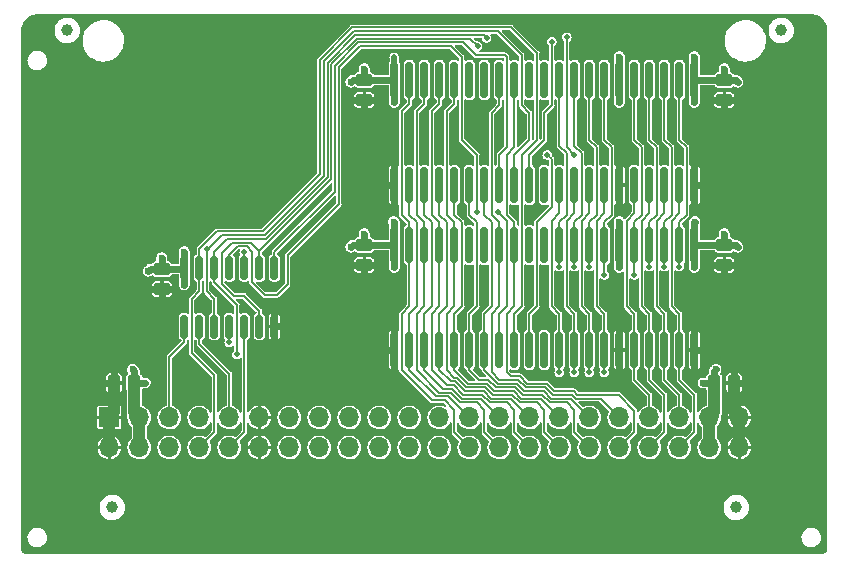
<source format=gtl>
G04 #@! TF.GenerationSoftware,KiCad,Pcbnew,(6.0.2-0)*
G04 #@! TF.CreationDate,2022-08-10T03:19:08-04:00*
G04 #@! TF.ProjectId,MacClassicRAMCard,4d616343-6c61-4737-9369-6352414d4361,rev?*
G04 #@! TF.SameCoordinates,Original*
G04 #@! TF.FileFunction,Copper,L1,Top*
G04 #@! TF.FilePolarity,Positive*
%FSLAX46Y46*%
G04 Gerber Fmt 4.6, Leading zero omitted, Abs format (unit mm)*
G04 Created by KiCad (PCBNEW (6.0.2-0)) date 2022-08-10 03:19:08*
%MOMM*%
%LPD*%
G01*
G04 APERTURE LIST*
G04 Aperture macros list*
%AMRoundRect*
0 Rectangle with rounded corners*
0 $1 Rounding radius*
0 $2 $3 $4 $5 $6 $7 $8 $9 X,Y pos of 4 corners*
0 Add a 4 corners polygon primitive as box body*
4,1,4,$2,$3,$4,$5,$6,$7,$8,$9,$2,$3,0*
0 Add four circle primitives for the rounded corners*
1,1,$1+$1,$2,$3*
1,1,$1+$1,$4,$5*
1,1,$1+$1,$6,$7*
1,1,$1+$1,$8,$9*
0 Add four rect primitives between the rounded corners*
20,1,$1+$1,$2,$3,$4,$5,0*
20,1,$1+$1,$4,$5,$6,$7,0*
20,1,$1+$1,$6,$7,$8,$9,0*
20,1,$1+$1,$8,$9,$2,$3,0*%
G04 Aperture macros list end*
G04 #@! TA.AperFunction,SMDPad,CuDef*
%ADD10C,1.000000*%
G04 #@! TD*
G04 #@! TA.AperFunction,SMDPad,CuDef*
%ADD11RoundRect,0.262500X-0.437500X0.262500X-0.437500X-0.262500X0.437500X-0.262500X0.437500X0.262500X0*%
G04 #@! TD*
G04 #@! TA.AperFunction,SMDPad,CuDef*
%ADD12RoundRect,0.262500X0.262500X0.437500X-0.262500X0.437500X-0.262500X-0.437500X0.262500X-0.437500X0*%
G04 #@! TD*
G04 #@! TA.AperFunction,ComponentPad*
%ADD13C,2.000000*%
G04 #@! TD*
G04 #@! TA.AperFunction,ComponentPad*
%ADD14R,1.700000X1.700000*%
G04 #@! TD*
G04 #@! TA.AperFunction,ComponentPad*
%ADD15O,1.700000X1.700000*%
G04 #@! TD*
G04 #@! TA.AperFunction,SMDPad,CuDef*
%ADD16RoundRect,0.150000X-0.150000X1.374000X-0.150000X-1.374000X0.150000X-1.374000X0.150000X1.374000X0*%
G04 #@! TD*
G04 #@! TA.AperFunction,SMDPad,CuDef*
%ADD17RoundRect,0.150000X0.150000X-0.825000X0.150000X0.825000X-0.150000X0.825000X-0.150000X-0.825000X0*%
G04 #@! TD*
G04 #@! TA.AperFunction,SMDPad,CuDef*
%ADD18RoundRect,0.262500X-0.262500X-0.437500X0.262500X-0.437500X0.262500X0.437500X-0.262500X0.437500X0*%
G04 #@! TD*
G04 #@! TA.AperFunction,ViaPad*
%ADD19C,0.600000*%
G04 #@! TD*
G04 #@! TA.AperFunction,ViaPad*
%ADD20C,0.500000*%
G04 #@! TD*
G04 #@! TA.AperFunction,Conductor*
%ADD21C,0.600000*%
G04 #@! TD*
G04 #@! TA.AperFunction,Conductor*
%ADD22C,1.000000*%
G04 #@! TD*
G04 #@! TA.AperFunction,Conductor*
%ADD23C,0.500000*%
G04 #@! TD*
G04 #@! TA.AperFunction,Conductor*
%ADD24C,0.150000*%
G04 #@! TD*
G04 APERTURE END LIST*
D10*
X90424000Y-90424000D03*
D11*
X115570000Y-108585000D03*
X115570000Y-110285000D03*
D12*
X96100000Y-120269000D03*
X94400000Y-120269000D03*
D11*
X146050000Y-108585000D03*
X146050000Y-110285000D03*
D10*
X150876000Y-90424000D03*
D13*
X87884000Y-90424000D03*
X153416000Y-90424000D03*
D14*
X93980000Y-123190000D03*
D15*
X93980000Y-125730000D03*
X96520000Y-123190000D03*
X96520000Y-125730000D03*
X99060000Y-123190000D03*
X99060000Y-125730000D03*
X101600000Y-123190000D03*
X101600000Y-125730000D03*
X104140000Y-123190000D03*
X104140000Y-125730000D03*
X106680000Y-123190000D03*
X106680000Y-125730000D03*
X109220000Y-123190000D03*
X109220000Y-125730000D03*
X111760000Y-123190000D03*
X111760000Y-125730000D03*
X114300000Y-123190000D03*
X114300000Y-125730000D03*
X116840000Y-123190000D03*
X116840000Y-125730000D03*
X119380000Y-123190000D03*
X119380000Y-125730000D03*
X121920000Y-123190000D03*
X121920000Y-125730000D03*
X124460000Y-123190000D03*
X124460000Y-125730000D03*
X127000000Y-123190000D03*
X127000000Y-125730000D03*
X129540000Y-123190000D03*
X129540000Y-125730000D03*
X132080000Y-123190000D03*
X132080000Y-125730000D03*
X134620000Y-123190000D03*
X134620000Y-125730000D03*
X137160000Y-123190000D03*
X137160000Y-125730000D03*
X139700000Y-123190000D03*
X139700000Y-125730000D03*
X142240000Y-123190000D03*
X142240000Y-125730000D03*
X144780000Y-123190000D03*
X144780000Y-125730000D03*
X147320000Y-123190000D03*
X147320000Y-125730000D03*
D13*
X147066000Y-133350000D03*
D10*
X94234000Y-130810000D03*
X147066000Y-130810000D03*
D16*
X143510000Y-94615000D03*
X142240000Y-94615000D03*
X140970000Y-94615000D03*
X139700000Y-94615000D03*
X138430000Y-94615000D03*
X137160000Y-94615000D03*
X135890000Y-94615000D03*
X134620000Y-94615000D03*
X133350000Y-94615000D03*
X132080000Y-94615000D03*
X130810000Y-94615000D03*
X129540000Y-94615000D03*
X128270000Y-94615000D03*
X127000000Y-94615000D03*
X125730000Y-94615000D03*
X124460000Y-94615000D03*
X123190000Y-94615000D03*
X121920000Y-94615000D03*
X120650000Y-94615000D03*
X119380000Y-94615000D03*
X118110000Y-94615000D03*
X118110000Y-103505000D03*
X119380000Y-103505000D03*
X120650000Y-103505000D03*
X121920000Y-103505000D03*
X123190000Y-103505000D03*
X124460000Y-103505000D03*
X125730000Y-103505000D03*
X127000000Y-103505000D03*
X128270000Y-103505000D03*
X129540000Y-103505000D03*
X130810000Y-103505000D03*
X132080000Y-103505000D03*
X133350000Y-103505000D03*
X134620000Y-103505000D03*
X135890000Y-103505000D03*
X137160000Y-103505000D03*
X138430000Y-103505000D03*
X139700000Y-103505000D03*
X140970000Y-103505000D03*
X142240000Y-103505000D03*
X143510000Y-103505000D03*
D17*
X100330000Y-115505000D03*
X101600000Y-115505000D03*
X102870000Y-115505000D03*
X104140000Y-115505000D03*
X105410000Y-115505000D03*
X106680000Y-115505000D03*
X107950000Y-115505000D03*
X107950000Y-110555000D03*
X106680000Y-110555000D03*
X105410000Y-110555000D03*
X104140000Y-110555000D03*
X102870000Y-110555000D03*
X101600000Y-110555000D03*
X100330000Y-110555000D03*
D16*
X143510000Y-108585000D03*
X142240000Y-108585000D03*
X140970000Y-108585000D03*
X139700000Y-108585000D03*
X138430000Y-108585000D03*
X137160000Y-108585000D03*
X135890000Y-108585000D03*
X134620000Y-108585000D03*
X133350000Y-108585000D03*
X132080000Y-108585000D03*
X130810000Y-108585000D03*
X129540000Y-108585000D03*
X128270000Y-108585000D03*
X127000000Y-108585000D03*
X125730000Y-108585000D03*
X124460000Y-108585000D03*
X123190000Y-108585000D03*
X121920000Y-108585000D03*
X120650000Y-108585000D03*
X119380000Y-108585000D03*
X118110000Y-108585000D03*
X118110000Y-117475000D03*
X119380000Y-117475000D03*
X120650000Y-117475000D03*
X121920000Y-117475000D03*
X123190000Y-117475000D03*
X124460000Y-117475000D03*
X125730000Y-117475000D03*
X127000000Y-117475000D03*
X128270000Y-117475000D03*
X129540000Y-117475000D03*
X130810000Y-117475000D03*
X132080000Y-117475000D03*
X133350000Y-117475000D03*
X134620000Y-117475000D03*
X135890000Y-117475000D03*
X137160000Y-117475000D03*
X138430000Y-117475000D03*
X139700000Y-117475000D03*
X140970000Y-117475000D03*
X142240000Y-117475000D03*
X143510000Y-117475000D03*
D18*
X145200000Y-120269000D03*
X146900000Y-120269000D03*
D11*
X98425000Y-110617000D03*
X98425000Y-112317000D03*
X146050000Y-94615000D03*
X146050000Y-96315000D03*
X115570000Y-94615000D03*
X115570000Y-96315000D03*
D13*
X94234000Y-133350000D03*
D19*
X137160000Y-96520000D03*
X137160000Y-110490000D03*
X137160000Y-92646500D03*
X137160000Y-106616500D03*
X146050000Y-107632500D03*
X147193000Y-108775500D03*
X114427000Y-94805500D03*
X115570000Y-93662500D03*
X97028000Y-120269000D03*
X95948500Y-119126000D03*
X100330000Y-111950500D03*
X98425000Y-109664500D03*
X100330000Y-109156500D03*
X99568000Y-110617000D03*
X97282000Y-110807500D03*
X115570000Y-107632500D03*
X143573500Y-106616500D03*
X144272000Y-120269000D03*
X144272000Y-108585000D03*
X143510000Y-92646500D03*
X145351500Y-119126000D03*
X144272000Y-94615000D03*
D20*
X118110000Y-92710000D03*
D19*
X143510000Y-110490000D03*
X143510000Y-96520000D03*
X117348000Y-108585000D03*
X118110000Y-110490000D03*
X117348000Y-94615000D03*
X147193000Y-94805500D03*
X118046500Y-106616500D03*
X146050000Y-93662500D03*
X118110000Y-96520000D03*
X114427000Y-108775500D03*
X137160000Y-101600000D03*
X137160000Y-119443500D03*
X137160000Y-115570000D03*
X147193000Y-110109000D03*
X144907000Y-110109000D03*
X114427000Y-96139000D03*
X115570000Y-97282000D03*
X116713000Y-96139000D03*
X94551500Y-119126000D03*
X93472000Y-120269000D03*
D20*
X124460000Y-110617000D03*
X132080000Y-111887000D03*
X133350000Y-111887000D03*
X134620000Y-111887000D03*
X139700000Y-111887000D03*
X140970000Y-111887000D03*
X142240000Y-111887000D03*
X131445000Y-115443000D03*
X132715000Y-115443000D03*
X133985000Y-115443000D03*
X135255000Y-115443000D03*
X139065000Y-115443000D03*
X141605000Y-115443000D03*
X140335000Y-115443000D03*
X125730000Y-110617000D03*
X125095000Y-115443000D03*
X129540000Y-106045000D03*
X132080000Y-101346000D03*
X131445000Y-97536000D03*
X130048000Y-101346000D03*
X134620000Y-101346000D03*
X135890000Y-101346000D03*
X143510000Y-126873000D03*
X140970000Y-126873000D03*
X135890000Y-126873000D03*
X138430000Y-126873000D03*
X128270000Y-126873000D03*
X125730000Y-126873000D03*
X130810000Y-126873000D03*
X133350000Y-126873000D03*
X118110000Y-126873000D03*
X123190000Y-126873000D03*
X115570000Y-126873000D03*
X120650000Y-126873000D03*
X113030000Y-126873000D03*
X110490000Y-126873000D03*
X107950000Y-126873000D03*
D19*
X118110000Y-105473500D03*
X137160000Y-105473500D03*
D20*
X130175000Y-115443000D03*
X130810000Y-111887000D03*
X129540000Y-111887000D03*
X128905000Y-115443000D03*
X123952000Y-106045000D03*
X118872000Y-111061500D03*
X123825000Y-115443000D03*
X125095000Y-96647000D03*
X120015000Y-96520000D03*
X121285000Y-96520000D03*
X122555000Y-96520000D03*
X123317000Y-97282000D03*
X127000000Y-97536000D03*
X127000000Y-100076000D03*
X128905000Y-97536000D03*
X127889000Y-92265500D03*
X129349500Y-92265500D03*
X133350000Y-92202000D03*
X123761500Y-91948000D03*
X122682000Y-92265500D03*
X125730000Y-101346000D03*
X135890000Y-112141000D03*
X137160000Y-111887000D03*
X138430000Y-112141000D03*
X112331500Y-91694000D03*
X119062500Y-92265500D03*
X111315500Y-93599000D03*
X140208000Y-121221500D03*
X141478000Y-121221500D03*
X142748000Y-121221500D03*
X138938000Y-121221500D03*
X114808000Y-119380000D03*
X129540000Y-119824500D03*
X112903000Y-104965500D03*
X128397000Y-106045000D03*
X120015000Y-121475500D03*
X154178000Y-129032000D03*
X154178000Y-134112000D03*
X87122000Y-129032000D03*
X91948000Y-89662000D03*
X97790000Y-89662000D03*
X143510000Y-89662000D03*
X87122000Y-134112000D03*
X87122000Y-123952000D03*
X87122000Y-118872000D03*
X87122000Y-108712000D03*
X87122000Y-113792000D03*
X87122000Y-103632000D03*
X87122000Y-98552000D03*
X154178000Y-118808500D03*
X154178000Y-123952000D03*
X154178000Y-113792000D03*
X154178000Y-108648500D03*
X154178000Y-103632000D03*
X154178000Y-98488500D03*
X154178000Y-93472000D03*
X149098000Y-134112000D03*
X138938000Y-134112000D03*
X144018000Y-134112000D03*
X128778000Y-134112000D03*
X133858000Y-134112000D03*
X123698000Y-134112000D03*
X92202000Y-134112000D03*
X102362000Y-134112000D03*
X97282000Y-134112000D03*
X112522000Y-134112000D03*
X107442000Y-134112000D03*
X117602000Y-134112000D03*
D19*
X107950000Y-116903500D03*
X108712000Y-115443000D03*
X98425000Y-113284000D03*
X97282000Y-112141000D03*
X107950000Y-114109500D03*
D20*
X108966000Y-108902500D03*
X112585500Y-103886000D03*
X104902000Y-112395000D03*
X101727000Y-113284000D03*
X105410000Y-113792000D03*
X104775000Y-121412000D03*
X103505000Y-121412000D03*
X100965000Y-121412000D03*
X102235000Y-121412000D03*
X99695000Y-121412000D03*
X98425000Y-121412000D03*
X101473000Y-117538500D03*
X100457000Y-117411500D03*
X102870000Y-118935500D03*
X102743000Y-112331500D03*
X138430000Y-89662000D03*
X123190000Y-89662000D03*
X118110000Y-89662000D03*
X113030000Y-89662000D03*
X107950000Y-89662000D03*
X133350000Y-89662000D03*
X128270000Y-89662000D03*
X102870000Y-89662000D03*
X102870000Y-126873000D03*
X105410000Y-126873000D03*
X97790000Y-126873000D03*
X100330000Y-126873000D03*
X95250000Y-126873000D03*
X146050000Y-126873000D03*
X107759500Y-93599000D03*
X141605000Y-91694000D03*
D19*
X117348000Y-117475000D03*
X147828000Y-120269000D03*
D20*
X137922000Y-97155000D03*
X146304000Y-89662000D03*
X101409500Y-118872000D03*
X132080000Y-92202000D03*
D19*
X114427000Y-110109000D03*
D20*
X96901000Y-107124500D03*
X129667000Y-96774000D03*
X92202000Y-129032000D03*
X149098000Y-118808500D03*
X123825000Y-101346000D03*
X111315499Y-102425500D03*
X126364999Y-96647000D03*
X89154000Y-96012000D03*
X140970000Y-101346000D03*
D19*
X146748500Y-119126000D03*
D20*
X96901000Y-118745000D03*
X151638000Y-126492000D03*
X121919999Y-101345999D03*
D19*
X144272000Y-117475000D03*
D20*
X103568500Y-118237000D03*
X115062000Y-131572000D03*
X139065000Y-91694000D03*
D19*
X143510000Y-119443500D03*
X146050000Y-97282000D03*
X117348000Y-103505000D03*
D20*
X114871500Y-121412000D03*
X107442000Y-129032000D03*
X92202000Y-123952000D03*
X139700000Y-101346000D03*
X137795000Y-91694000D03*
X151638000Y-101028500D03*
X99441000Y-106870500D03*
X128778000Y-129032000D03*
X141478000Y-131572000D03*
X136398000Y-131572000D03*
X112522000Y-129032000D03*
X127761999Y-90677999D03*
X149161500Y-98488500D03*
X133985000Y-96647000D03*
X89662000Y-121412000D03*
X151638000Y-96012000D03*
X135890000Y-124460000D03*
X149161500Y-103632000D03*
X96012000Y-91694000D03*
X149098000Y-129032000D03*
X142240000Y-101346000D03*
X92202000Y-113792000D03*
X97980500Y-108204000D03*
X135255000Y-92202000D03*
X142875000Y-91694000D03*
X151638000Y-131572000D03*
X89662000Y-126492000D03*
X135191500Y-120776999D03*
X130810000Y-92202000D03*
D19*
X144907000Y-96139000D03*
D20*
X109601000Y-96710500D03*
X99822000Y-131572000D03*
X146304000Y-113728500D03*
X133858000Y-129032000D03*
X149098000Y-123952000D03*
X104902000Y-131572000D03*
X151638000Y-106172000D03*
X140335000Y-91694000D03*
X106807000Y-106934000D03*
X151638000Y-116332000D03*
X128778000Y-99758500D03*
X139065000Y-96647000D03*
X89662000Y-101092000D03*
D19*
X143510000Y-115570000D03*
D20*
X149098000Y-93472000D03*
X102806500Y-117475000D03*
D19*
X118110000Y-119443500D03*
D20*
X130683000Y-96774000D03*
X99568000Y-118300500D03*
X109601000Y-101790500D03*
X131318000Y-131572000D03*
X117602000Y-129032000D03*
X126492000Y-91884500D03*
X92202000Y-118872000D03*
D19*
X116713000Y-110109000D03*
D20*
X97282000Y-129032000D03*
X92202000Y-108712000D03*
X120649999Y-101345999D03*
X103504999Y-119888000D03*
X109982000Y-131572000D03*
X123698000Y-129032000D03*
X89662000Y-111252000D03*
D19*
X143510000Y-105473500D03*
D20*
X149352000Y-89662000D03*
X94996000Y-89661999D03*
D19*
X144272000Y-103505000D03*
D20*
X94742000Y-106172000D03*
X146558000Y-116332000D03*
X144018000Y-129032000D03*
X119379999Y-101345999D03*
D19*
X118110000Y-101600000D03*
D20*
X107315000Y-112331500D03*
X118872000Y-113538000D03*
X151638000Y-111188500D03*
X126238000Y-131572000D03*
X151638000Y-121348500D03*
X142748000Y-97155000D03*
X102171500Y-119634000D03*
X89662000Y-131571999D03*
D19*
X147193000Y-96139000D03*
D20*
X120650000Y-131572000D03*
X100330000Y-91694000D03*
X140335000Y-96647000D03*
D19*
X146050000Y-111252000D03*
D20*
X102362000Y-129032000D03*
X105410000Y-91694000D03*
X147256500Y-102933500D03*
D19*
X115570000Y-111252000D03*
D20*
X149098000Y-113792000D03*
D19*
X143510000Y-101600000D03*
D20*
X141605000Y-96647000D03*
X135255000Y-96647000D03*
X104521000Y-106934000D03*
X101155500Y-108648500D03*
X89662000Y-106172000D03*
D19*
X99568000Y-112585500D03*
D20*
X136398000Y-97155000D03*
X149161500Y-108648500D03*
X94742000Y-111252000D03*
X94742000Y-116332000D03*
D19*
X118110000Y-115570000D03*
D20*
X89662000Y-116332000D03*
X138938000Y-129032000D03*
X140970000Y-110426500D03*
X138430000Y-111125000D03*
X134620000Y-110426500D03*
X132080000Y-110426500D03*
X142240000Y-110426500D03*
X139700000Y-110426500D03*
X135890000Y-111125000D03*
X133350000Y-110426500D03*
X104140000Y-116840000D03*
X132715000Y-90995500D03*
X125920500Y-91059000D03*
X133350000Y-100965000D03*
X131064000Y-100965000D03*
X104775000Y-117856000D03*
X133350000Y-119380000D03*
X132080000Y-119380000D03*
X135890000Y-119380000D03*
X134620000Y-119380000D03*
X126873000Y-105791000D03*
X125095000Y-105791000D03*
X102235000Y-108966000D03*
X105410000Y-109220000D03*
X131445000Y-91376500D03*
X125158500Y-91757500D03*
D21*
X137160000Y-94590000D02*
X137160000Y-96520000D01*
X137160000Y-108560000D02*
X137160000Y-110490000D01*
X137160000Y-94590000D02*
X137160000Y-92646500D01*
X137160000Y-108560000D02*
X137160000Y-106616500D01*
X146050000Y-108585000D02*
X146050000Y-107632500D01*
X146050000Y-108585000D02*
X144272000Y-108585000D01*
X146050000Y-108585000D02*
X147002500Y-108585000D01*
X147002500Y-108585000D02*
X147193000Y-108775500D01*
X115570000Y-94615000D02*
X117348000Y-94615000D01*
X115570000Y-94615000D02*
X115570000Y-93662500D01*
X114617500Y-94615000D02*
X114427000Y-94805500D01*
X115570000Y-94615000D02*
X114617500Y-94615000D01*
X96100000Y-120269000D02*
X97028000Y-120269000D01*
X96100000Y-120269000D02*
X96100000Y-119277500D01*
X96100000Y-119277500D02*
X95948500Y-119126000D01*
X100330000Y-110555000D02*
X100330000Y-111950500D01*
X97472500Y-110617000D02*
X97282000Y-110807500D01*
X100330000Y-110555000D02*
X100268000Y-110617000D01*
X100268000Y-110617000D02*
X99568000Y-110617000D01*
X98425000Y-110617000D02*
X98425000Y-109664500D01*
X100330000Y-110555000D02*
X100330000Y-109156500D01*
X98425000Y-110617000D02*
X97472500Y-110617000D01*
X98425000Y-110617000D02*
X99568000Y-110617000D01*
D22*
X145200000Y-122770000D02*
X144780000Y-123190000D01*
D21*
X143510000Y-108560000D02*
X143510000Y-106680000D01*
X143510000Y-94590000D02*
X143510000Y-92646500D01*
X118110000Y-94590000D02*
X118110000Y-96520000D01*
X118110000Y-108560000D02*
X118110000Y-106680000D01*
X143535000Y-108585000D02*
X144272000Y-108585000D01*
X118085000Y-94615000D02*
X117348000Y-94615000D01*
X147002500Y-94615000D02*
X147193000Y-94805500D01*
X143510000Y-108560000D02*
X143535000Y-108585000D01*
D22*
X96100000Y-120269000D02*
X96100000Y-122770000D01*
D21*
X145200000Y-120269000D02*
X145200000Y-119277500D01*
X115570000Y-108585000D02*
X115570000Y-107632500D01*
X146050000Y-94615000D02*
X146050000Y-93662500D01*
D22*
X96520000Y-123190000D02*
X96520000Y-125730000D01*
X145200000Y-120269000D02*
X145200000Y-122770000D01*
D21*
X114617500Y-108585000D02*
X114427000Y-108775500D01*
X118085000Y-108585000D02*
X117348000Y-108585000D01*
X143510000Y-94590000D02*
X143535000Y-94615000D01*
X118110000Y-108560000D02*
X118085000Y-108585000D01*
X118110000Y-108560000D02*
X118110000Y-110490000D01*
X143510000Y-108560000D02*
X143510000Y-110490000D01*
X143510000Y-94590000D02*
X143510000Y-96520000D01*
D23*
X118110000Y-94590000D02*
X118110000Y-92710000D01*
D21*
X118110000Y-106680000D02*
X118046500Y-106616500D01*
X146050000Y-94615000D02*
X147002500Y-94615000D01*
X146050000Y-94615000D02*
X144272000Y-94615000D01*
X145200000Y-120269000D02*
X144272000Y-120269000D01*
X143535000Y-94615000D02*
X144272000Y-94615000D01*
X115570000Y-108585000D02*
X117348000Y-108585000D01*
X118110000Y-94590000D02*
X118085000Y-94615000D01*
X145200000Y-119277500D02*
X145351500Y-119126000D01*
X115570000Y-108585000D02*
X114617500Y-108585000D01*
D22*
X96100000Y-122770000D02*
X96520000Y-123190000D01*
X144780000Y-123190000D02*
X144780000Y-125730000D01*
D21*
X143510000Y-106680000D02*
X143573500Y-106616500D01*
D24*
X127635000Y-100965000D02*
X127635000Y-106045000D01*
X131635500Y-120967500D02*
X133286500Y-120967500D01*
X138430000Y-124460000D02*
X137160000Y-125730000D01*
X127635000Y-106045000D02*
X128270000Y-106680000D01*
X133286500Y-120967500D02*
X133604000Y-121285000D01*
X127952500Y-119697500D02*
X128714500Y-119697500D01*
X131000500Y-120332500D02*
X131635500Y-120967500D01*
X128714500Y-119697500D02*
X129349500Y-120332500D01*
X133604000Y-121285000D02*
X137096500Y-121285000D01*
X128270000Y-113792000D02*
X127635000Y-114427000D01*
X127635000Y-114427000D02*
X127635000Y-119380000D01*
X128270000Y-94590000D02*
X128270000Y-100330000D01*
X138430000Y-122618500D02*
X138430000Y-124460000D01*
X128270000Y-100330000D02*
X127635000Y-100965000D01*
X129349500Y-120332500D02*
X131000500Y-120332500D01*
X137096500Y-121285000D02*
X138430000Y-122618500D01*
X127635000Y-119380000D02*
X127952500Y-119697500D01*
X128270000Y-106680000D02*
X128270000Y-113792000D01*
D21*
X137160000Y-103530000D02*
X137160000Y-101600000D01*
X137160000Y-117500000D02*
X137160000Y-119443500D01*
X137160000Y-103530000D02*
X137160000Y-105473500D01*
X137160000Y-117500000D02*
X137160000Y-115570000D01*
X147017000Y-110285000D02*
X147193000Y-110109000D01*
X146050000Y-110285000D02*
X147017000Y-110285000D01*
X145083000Y-110285000D02*
X144907000Y-110109000D01*
X146050000Y-110285000D02*
X145083000Y-110285000D01*
X114603000Y-96315000D02*
X114427000Y-96139000D01*
X115570000Y-96315000D02*
X114603000Y-96315000D01*
X115570000Y-96315000D02*
X115570000Y-97282000D01*
X116537000Y-96315000D02*
X116713000Y-96139000D01*
X115570000Y-96315000D02*
X116537000Y-96315000D01*
X94400000Y-119277500D02*
X94551500Y-119126000D01*
X94400000Y-120269000D02*
X94400000Y-119277500D01*
X94400000Y-120269000D02*
X93472000Y-120269000D01*
X107950000Y-115505000D02*
X107950000Y-114109500D01*
X98425000Y-112317000D02*
X98425000Y-113284000D01*
X98425000Y-112317000D02*
X97458000Y-112317000D01*
X108012000Y-115443000D02*
X108712000Y-115443000D01*
X97458000Y-112317000D02*
X97282000Y-112141000D01*
X107950000Y-115505000D02*
X108012000Y-115443000D01*
X107950000Y-115505000D02*
X107950000Y-116903500D01*
X147017000Y-96315000D02*
X147193000Y-96139000D01*
X99568000Y-112585500D02*
X99568000Y-112522000D01*
X99363000Y-112317000D02*
X99568000Y-112522000D01*
X118110000Y-117500000D02*
X118110000Y-115570000D01*
D22*
X146900000Y-120269000D02*
X146900000Y-122770000D01*
X94400000Y-120269000D02*
X94400000Y-122770000D01*
D21*
X98425000Y-112317000D02*
X99363000Y-112317000D01*
X146050000Y-96315000D02*
X145083000Y-96315000D01*
X143510000Y-117500000D02*
X143535000Y-117475000D01*
X143535000Y-117475000D02*
X144272000Y-117475000D01*
X118110000Y-117500000D02*
X118110000Y-119443500D01*
X118085000Y-117475000D02*
X117348000Y-117475000D01*
X116537000Y-110285000D02*
X116713000Y-110109000D01*
X146050000Y-110285000D02*
X146050000Y-111252000D01*
X146050000Y-96315000D02*
X146050000Y-97282000D01*
X115570000Y-110285000D02*
X115570000Y-111252000D01*
X115570000Y-110285000D02*
X114603000Y-110285000D01*
X118085000Y-103505000D02*
X117348000Y-103505000D01*
X118110000Y-103530000D02*
X118110000Y-105473500D01*
X146900000Y-120269000D02*
X146900000Y-119277500D01*
X143510000Y-103530000D02*
X143510000Y-105473500D01*
X146900000Y-120269000D02*
X147828000Y-120269000D01*
X115570000Y-110285000D02*
X116537000Y-110285000D01*
D22*
X94400000Y-122770000D02*
X93980000Y-123190000D01*
D21*
X118110000Y-103530000D02*
X118085000Y-103505000D01*
D22*
X146900000Y-122770000D02*
X147320000Y-123190000D01*
D21*
X143535000Y-103505000D02*
X144272000Y-103505000D01*
X143510000Y-117500000D02*
X143510000Y-115570000D01*
X146900000Y-119277500D02*
X146748500Y-119126000D01*
X118110000Y-117500000D02*
X118085000Y-117475000D01*
X118110000Y-103530000D02*
X118110000Y-101600000D01*
D22*
X147320000Y-125730000D02*
X147320000Y-123190000D01*
D21*
X143510000Y-103530000D02*
X143535000Y-103505000D01*
D22*
X93980000Y-123190000D02*
X93980000Y-125730000D01*
D21*
X143510000Y-117500000D02*
X143510000Y-119443500D01*
X145083000Y-96315000D02*
X144907000Y-96139000D01*
X114603000Y-110285000D02*
X114427000Y-110109000D01*
X146050000Y-96315000D02*
X147017000Y-96315000D01*
X143510000Y-103530000D02*
X143510000Y-101600000D01*
D24*
X122555000Y-119189500D02*
X123190000Y-119824500D01*
X123190000Y-113792000D02*
X122555000Y-114427000D01*
X122555000Y-114427000D02*
X122555000Y-119189500D01*
X126428500Y-121285000D02*
X128079500Y-121285000D01*
X123190000Y-108560000D02*
X123190000Y-113792000D01*
X123380500Y-119824500D02*
X124206000Y-120650000D01*
X128714500Y-121920000D02*
X130175000Y-121920000D01*
X123190000Y-106680000D02*
X122555000Y-106045000D01*
X130810000Y-124460000D02*
X132080000Y-125730000D01*
X123190000Y-96647000D02*
X123190000Y-94590000D01*
X123190000Y-108560000D02*
X123190000Y-106680000D01*
X123190000Y-119824500D02*
X123380500Y-119824500D01*
X122555000Y-106045000D02*
X122555000Y-97282000D01*
X130175000Y-121920000D02*
X130810000Y-122555000D01*
X125793500Y-120650000D02*
X126428500Y-121285000D01*
X124206000Y-120650000D02*
X125793500Y-120650000D01*
X130810000Y-122555000D02*
X130810000Y-124460000D01*
X128079500Y-121285000D02*
X128714500Y-121920000D01*
X122555000Y-97282000D02*
X123190000Y-96647000D01*
X127635000Y-121920000D02*
X126174500Y-121920000D01*
X122555000Y-120459500D02*
X121285000Y-119189500D01*
X121920000Y-113792000D02*
X121920000Y-108560000D01*
X121920000Y-106680000D02*
X121285000Y-106045000D01*
X121285000Y-114427000D02*
X121920000Y-113792000D01*
X121920000Y-96647000D02*
X121920000Y-94590000D01*
X128270000Y-124460000D02*
X128270000Y-122555000D01*
X126174500Y-121920000D02*
X125539500Y-121285000D01*
X125539500Y-121285000D02*
X123952000Y-121285000D01*
X123126500Y-120459500D02*
X122555000Y-120459500D01*
X123952000Y-121285000D02*
X123126500Y-120459500D01*
X121920000Y-108560000D02*
X121920000Y-106680000D01*
X121285000Y-97282000D02*
X121920000Y-96647000D01*
X121285000Y-119189500D02*
X121285000Y-114427000D01*
X121285000Y-106045000D02*
X121285000Y-97282000D01*
X128270000Y-122555000D02*
X127635000Y-121920000D01*
X129540000Y-125730000D02*
X128270000Y-124460000D01*
X123698000Y-121920000D02*
X122872500Y-121094500D01*
X122872500Y-121094500D02*
X121920000Y-121094500D01*
X120015000Y-106045000D02*
X120015000Y-97282000D01*
X120015000Y-119189500D02*
X120015000Y-114427000D01*
X125730000Y-122555000D02*
X125095000Y-121920000D01*
X120650000Y-113792000D02*
X120650000Y-108560000D01*
X120650000Y-106680000D02*
X120015000Y-106045000D01*
X120015000Y-114427000D02*
X120650000Y-113792000D01*
X120650000Y-96647000D02*
X120650000Y-94590000D01*
X125095000Y-121920000D02*
X123698000Y-121920000D01*
X120015000Y-97282000D02*
X120650000Y-96647000D01*
X121920000Y-121094500D02*
X120015000Y-119189500D01*
X125730000Y-124460000D02*
X125730000Y-122555000D01*
X127000000Y-125730000D02*
X125730000Y-124460000D01*
X120650000Y-108560000D02*
X120650000Y-106680000D01*
X118745000Y-97282000D02*
X119380000Y-96647000D01*
X119380000Y-96647000D02*
X119380000Y-94590000D01*
X122364500Y-121729500D02*
X121285000Y-121729500D01*
X119380000Y-108560000D02*
X119380000Y-106680000D01*
X121285000Y-121729500D02*
X118745000Y-119189500D01*
X118745000Y-119189500D02*
X118745000Y-114427000D01*
X119380000Y-113792000D02*
X119380000Y-108560000D01*
X119380000Y-106680000D02*
X118745000Y-106045000D01*
X123190000Y-124460000D02*
X123190000Y-122555000D01*
X118745000Y-114427000D02*
X119380000Y-113792000D01*
X123190000Y-122555000D02*
X122364500Y-121729500D01*
X118745000Y-106045000D02*
X118745000Y-97282000D01*
X124460000Y-125730000D02*
X123190000Y-124460000D01*
X119380000Y-106045000D02*
X120015000Y-106680000D01*
X120015000Y-106680000D02*
X120015000Y-113792000D01*
X119380000Y-103530000D02*
X119380000Y-106045000D01*
X119380000Y-114427000D02*
X119380000Y-117500000D01*
X120015000Y-113792000D02*
X119380000Y-114427000D01*
X124460000Y-123190000D02*
X122682000Y-121412000D01*
X122682000Y-121412000D02*
X121602500Y-121412000D01*
X121602500Y-121412000D02*
X119380000Y-119189500D01*
X119380000Y-119189500D02*
X119380000Y-117500000D01*
X120650000Y-114427000D02*
X120650000Y-117500000D01*
X120650000Y-106045000D02*
X121285000Y-106680000D01*
X121285000Y-106680000D02*
X121285000Y-113792000D01*
X125412500Y-121602500D02*
X123825000Y-121602500D01*
X123825000Y-121602500D02*
X122999500Y-120777000D01*
X122999500Y-120777000D02*
X122237500Y-120777000D01*
X127000000Y-123190000D02*
X125412500Y-121602500D01*
X121285000Y-113792000D02*
X120650000Y-114427000D01*
X122237500Y-120777000D02*
X120650000Y-119189500D01*
X120650000Y-119189500D02*
X120650000Y-117500000D01*
X120650000Y-103530000D02*
X120650000Y-106045000D01*
X121920000Y-114427000D02*
X121920000Y-117500000D01*
X121920000Y-103530000D02*
X121920000Y-106045000D01*
X127952500Y-121602500D02*
X126301500Y-121602500D01*
X129540000Y-123190000D02*
X127952500Y-121602500D01*
X122555000Y-113792000D02*
X121920000Y-114427000D01*
X126301500Y-121602500D02*
X125666500Y-120967500D01*
X121920000Y-119189500D02*
X121920000Y-117500000D01*
X122872500Y-120142000D02*
X121920000Y-119189500D01*
X125666500Y-120967500D02*
X124079000Y-120967500D01*
X121920000Y-106045000D02*
X122555000Y-106680000D01*
X123253500Y-120142000D02*
X122872500Y-120142000D01*
X124079000Y-120967500D02*
X123253500Y-120142000D01*
X122555000Y-106680000D02*
X122555000Y-113792000D01*
X128206500Y-120967500D02*
X126555500Y-120967500D01*
X123190000Y-103530000D02*
X123190000Y-106045000D01*
X123190000Y-106045000D02*
X123825000Y-106680000D01*
X123190000Y-117500000D02*
X123190000Y-119189500D01*
X123825000Y-106680000D02*
X123825000Y-113792000D01*
X123825000Y-113792000D02*
X123190000Y-114427000D01*
X130492500Y-121602500D02*
X128841500Y-121602500D01*
X128841500Y-121602500D02*
X128206500Y-120967500D01*
X125920500Y-120332500D02*
X124333000Y-120332500D01*
X132080000Y-123190000D02*
X130492500Y-121602500D01*
X126555500Y-120967500D02*
X125920500Y-120332500D01*
X123190000Y-114427000D02*
X123190000Y-117500000D01*
X124333000Y-120332500D02*
X123190000Y-119189500D01*
X128968500Y-121285000D02*
X128333500Y-120650000D01*
X126682500Y-120650000D02*
X126047500Y-120015000D01*
X133350000Y-124460000D02*
X133350000Y-122555000D01*
X133350000Y-122555000D02*
X132715000Y-121920000D01*
X126047500Y-120015000D02*
X125285500Y-120015000D01*
X125095000Y-106680000D02*
X125095000Y-113792000D01*
X124460000Y-106045000D02*
X125095000Y-106680000D01*
X130619500Y-121285000D02*
X128968500Y-121285000D01*
X124460000Y-114427000D02*
X124460000Y-117500000D01*
X124460000Y-119189500D02*
X124460000Y-117500000D01*
X125095000Y-113792000D02*
X124460000Y-114427000D01*
X134620000Y-125730000D02*
X133350000Y-124460000D01*
X132715000Y-121920000D02*
X131254500Y-121920000D01*
X131254500Y-121920000D02*
X130619500Y-121285000D01*
X124460000Y-103530000D02*
X124460000Y-106045000D01*
X128333500Y-120650000D02*
X126682500Y-120650000D01*
X125285500Y-120015000D02*
X124460000Y-119189500D01*
X130746500Y-120967500D02*
X129095500Y-120967500D01*
X128460500Y-120332500D02*
X126873000Y-120332500D01*
X134620000Y-123190000D02*
X133032500Y-121602500D01*
X125730000Y-119189500D02*
X125730000Y-117500000D01*
X131381500Y-121602500D02*
X130746500Y-120967500D01*
X125730000Y-114427000D02*
X126365000Y-113792000D01*
X126365000Y-106680000D02*
X125730000Y-106045000D01*
X126873000Y-120332500D02*
X125730000Y-119189500D01*
X133032500Y-121602500D02*
X131381500Y-121602500D01*
X125730000Y-117500000D02*
X125730000Y-114427000D01*
X126365000Y-113792000D02*
X126365000Y-106680000D01*
X129095500Y-120967500D02*
X128460500Y-120332500D01*
X125730000Y-106045000D02*
X125730000Y-103530000D01*
X126365000Y-97409000D02*
X126365000Y-106045000D01*
X129222500Y-120650000D02*
X130873500Y-120650000D01*
X133477000Y-121602500D02*
X135572500Y-121602500D01*
X127000000Y-96774000D02*
X126365000Y-97409000D01*
X131508500Y-121285000D02*
X133159500Y-121285000D01*
X126365000Y-119380000D02*
X127000000Y-120015000D01*
X135572500Y-121602500D02*
X137160000Y-123190000D01*
X128587500Y-120015000D02*
X129222500Y-120650000D01*
X126365000Y-114427000D02*
X126365000Y-119380000D01*
X126365000Y-106045000D02*
X127000000Y-106680000D01*
X133159500Y-121285000D02*
X133477000Y-121602500D01*
X127000000Y-94590000D02*
X127000000Y-96774000D01*
X127000000Y-120015000D02*
X128587500Y-120015000D01*
X130873500Y-120650000D02*
X131508500Y-121285000D01*
X127000000Y-113792000D02*
X126365000Y-114427000D01*
X127000000Y-106680000D02*
X127000000Y-113792000D01*
X140970000Y-99695000D02*
X141605000Y-100330000D01*
X140970000Y-106680000D02*
X140970000Y-108560000D01*
X140970000Y-94590000D02*
X140970000Y-99695000D01*
X141605000Y-106045000D02*
X140970000Y-106680000D01*
X140970000Y-108560000D02*
X140970000Y-110426500D01*
X141605000Y-100330000D02*
X141605000Y-106045000D01*
X139065000Y-100330000D02*
X138430000Y-99695000D01*
X138430000Y-108560000D02*
X138430000Y-106680000D01*
X139065000Y-106045000D02*
X139065000Y-100330000D01*
X138430000Y-99695000D02*
X138430000Y-94590000D01*
X138430000Y-106680000D02*
X139065000Y-106045000D01*
X138430000Y-108560000D02*
X138430000Y-111125000D01*
X134620000Y-108560000D02*
X134620000Y-110426500D01*
X135255000Y-100330000D02*
X134620000Y-99695000D01*
X134620000Y-99695000D02*
X134620000Y-94590000D01*
X135255000Y-106045000D02*
X135255000Y-100330000D01*
X134620000Y-108560000D02*
X134620000Y-106680000D01*
X134620000Y-106680000D02*
X135255000Y-106045000D01*
X132080000Y-100203000D02*
X132080000Y-94590000D01*
X132080000Y-106680000D02*
X132715000Y-106045000D01*
X132715000Y-106045000D02*
X132715000Y-100838000D01*
X132715000Y-100838000D02*
X132080000Y-100203000D01*
X132080000Y-108560000D02*
X132080000Y-106680000D01*
X132080000Y-108560000D02*
X132080000Y-110426500D01*
X142875000Y-100330000D02*
X142875000Y-106045000D01*
X142240000Y-108560000D02*
X142240000Y-110426500D01*
X142240000Y-99695000D02*
X142875000Y-100330000D01*
X142240000Y-106680000D02*
X142240000Y-108560000D01*
X142240000Y-94590000D02*
X142240000Y-99695000D01*
X142875000Y-106045000D02*
X142240000Y-106680000D01*
X139700000Y-94590000D02*
X139700000Y-99695000D01*
X139700000Y-108560000D02*
X139700000Y-110426500D01*
X139700000Y-99695000D02*
X140335000Y-100330000D01*
X139700000Y-106680000D02*
X139700000Y-108560000D01*
X140335000Y-100330000D02*
X140335000Y-106045000D01*
X140335000Y-106045000D02*
X139700000Y-106680000D01*
X136525000Y-106045000D02*
X135890000Y-106680000D01*
X135890000Y-99695000D02*
X136525000Y-100330000D01*
X135890000Y-108560000D02*
X135890000Y-111125000D01*
X135890000Y-106680000D02*
X135890000Y-108560000D01*
X135890000Y-94590000D02*
X135890000Y-99695000D01*
X136525000Y-100330000D02*
X136525000Y-106045000D01*
X133985000Y-100838000D02*
X133350000Y-100203000D01*
X133350000Y-100203000D02*
X133350000Y-94590000D01*
X133350000Y-108560000D02*
X133350000Y-106680000D01*
X133350000Y-108560000D02*
X133350000Y-110426500D01*
X133350000Y-106680000D02*
X133985000Y-106045000D01*
X133985000Y-106045000D02*
X133985000Y-100838000D01*
X100330000Y-116840000D02*
X99060000Y-118110000D01*
X99060000Y-118110000D02*
X99060000Y-123190000D01*
X100330000Y-115505000D02*
X100330000Y-116840000D01*
X104140000Y-115505000D02*
X104140000Y-116840000D01*
X130175000Y-113792000D02*
X129540000Y-114427000D01*
X129540000Y-115633500D02*
X129540000Y-117500000D01*
X107251500Y-108077000D02*
X112458500Y-102870000D01*
X130175000Y-106680000D02*
X130175000Y-113792000D01*
X104775000Y-113665000D02*
X102870000Y-111760000D01*
X131445000Y-105410000D02*
X130175000Y-106680000D01*
X131445000Y-101346000D02*
X131445000Y-105410000D01*
X131064000Y-100965000D02*
X131445000Y-101346000D01*
X102870000Y-111760000D02*
X102870000Y-110555000D01*
X132715000Y-100330000D02*
X133350000Y-100965000D01*
X112458500Y-102870000D02*
X112458500Y-93154500D01*
X102870000Y-110555000D02*
X102870000Y-109156500D01*
X102870000Y-109156500D02*
X103949500Y-108077000D01*
X112458500Y-93154500D02*
X114808000Y-90805000D01*
X103949500Y-108077000D02*
X107251500Y-108077000D01*
X114808000Y-90805000D02*
X125666500Y-90805000D01*
X129540000Y-114427000D02*
X129540000Y-115633500D01*
X132715000Y-90995500D02*
X132715000Y-100330000D01*
X125666500Y-90805000D02*
X125920500Y-91059000D01*
X104775000Y-117856000D02*
X104775000Y-113665000D01*
X101600000Y-108902500D02*
X103060500Y-107442000D01*
X130175000Y-92329000D02*
X130175000Y-99695000D01*
X103060500Y-107442000D02*
X106997500Y-107442000D01*
X130175000Y-99695000D02*
X128905000Y-100965000D01*
X101600000Y-112522000D02*
X100965000Y-113157000D01*
X114554000Y-90170000D02*
X128016000Y-90170000D01*
X101600000Y-110555000D02*
X101600000Y-108902500D01*
X100965000Y-113157000D02*
X100965000Y-117729000D01*
X128905000Y-100965000D02*
X128905000Y-113792000D01*
X106997500Y-107442000D02*
X111823500Y-102616000D01*
X102870000Y-119634000D02*
X102870000Y-124460000D01*
X102870000Y-124460000D02*
X101600000Y-125730000D01*
X111823500Y-92900500D02*
X114554000Y-90170000D01*
X128905000Y-113792000D02*
X128270000Y-114427000D01*
X111823500Y-102616000D02*
X111823500Y-92900500D01*
X101600000Y-110555000D02*
X101600000Y-112522000D01*
X128016000Y-90170000D02*
X130175000Y-92329000D01*
X100965000Y-117729000D02*
X102870000Y-119634000D01*
X128270000Y-114427000D02*
X128270000Y-117500000D01*
X104140000Y-119507000D02*
X104140000Y-123190000D01*
X101600000Y-116967000D02*
X104140000Y-119507000D01*
X101600000Y-115505000D02*
X101600000Y-116967000D01*
X105410000Y-115505000D02*
X105410000Y-124460000D01*
X105410000Y-124460000D02*
X104140000Y-125730000D01*
X132715000Y-113792000D02*
X132715000Y-106553000D01*
X133350000Y-117500000D02*
X133350000Y-119380000D01*
X133350000Y-114427000D02*
X132715000Y-113792000D01*
X132715000Y-106553000D02*
X133350000Y-105918000D01*
X133350000Y-117500000D02*
X133350000Y-114427000D01*
X133350000Y-105918000D02*
X133350000Y-103530000D01*
X131445000Y-113792000D02*
X132080000Y-114427000D01*
X132080000Y-117500000D02*
X132080000Y-119380000D01*
X132080000Y-103530000D02*
X132080000Y-105918000D01*
X131445000Y-106553000D02*
X131445000Y-113792000D01*
X132080000Y-105918000D02*
X131445000Y-106553000D01*
X132080000Y-114427000D02*
X132080000Y-117500000D01*
X135890000Y-103530000D02*
X135890000Y-105918000D01*
X135890000Y-105918000D02*
X135255000Y-106553000D01*
X135890000Y-117500000D02*
X135890000Y-119380000D01*
X135255000Y-106553000D02*
X135255000Y-113792000D01*
X135890000Y-114427000D02*
X135890000Y-117500000D01*
X135255000Y-113792000D02*
X135890000Y-114427000D01*
X133985000Y-106553000D02*
X133985000Y-113792000D01*
X134620000Y-105918000D02*
X133985000Y-106553000D01*
X134620000Y-114427000D02*
X134620000Y-117500000D01*
X134620000Y-103530000D02*
X134620000Y-105918000D01*
X134620000Y-117500000D02*
X134620000Y-119380000D01*
X133985000Y-113792000D02*
X134620000Y-114427000D01*
X139065000Y-106553000D02*
X139065000Y-113792000D01*
X139065000Y-113792000D02*
X139700000Y-114427000D01*
X139700000Y-114427000D02*
X139700000Y-120015000D01*
X139700000Y-120015000D02*
X140970000Y-121285000D01*
X139700000Y-105918000D02*
X139065000Y-106553000D01*
X140970000Y-124460000D02*
X139700000Y-125730000D01*
X139700000Y-103530000D02*
X139700000Y-105918000D01*
X140970000Y-121285000D02*
X140970000Y-124460000D01*
X137795000Y-113792000D02*
X138430000Y-114427000D01*
X138430000Y-120015000D02*
X139700000Y-121285000D01*
X139700000Y-121285000D02*
X139700000Y-123190000D01*
X138430000Y-103530000D02*
X138430000Y-105918000D01*
X137795000Y-106553000D02*
X137795000Y-113792000D01*
X138430000Y-114427000D02*
X138430000Y-120015000D01*
X138430000Y-105918000D02*
X137795000Y-106553000D01*
X141605000Y-113792000D02*
X142240000Y-114427000D01*
X143510000Y-121285000D02*
X143510000Y-124460000D01*
X142240000Y-105918000D02*
X141605000Y-106553000D01*
X142240000Y-114427000D02*
X142240000Y-120015000D01*
X142240000Y-120015000D02*
X143510000Y-121285000D01*
X141605000Y-106553000D02*
X141605000Y-113792000D01*
X142240000Y-103530000D02*
X142240000Y-105918000D01*
X143510000Y-124460000D02*
X142240000Y-125730000D01*
X140970000Y-103530000D02*
X140970000Y-105918000D01*
X140970000Y-105918000D02*
X140335000Y-106553000D01*
X140335000Y-113792000D02*
X140970000Y-114427000D01*
X142240000Y-121285000D02*
X142240000Y-123190000D01*
X140970000Y-120015000D02*
X142240000Y-121285000D01*
X140335000Y-106553000D02*
X140335000Y-113792000D01*
X140970000Y-114427000D02*
X140970000Y-120015000D01*
X126873000Y-105791000D02*
X127635000Y-106553000D01*
X109093000Y-111887000D02*
X108140500Y-112839500D01*
X104140000Y-109410500D02*
X104140000Y-110555000D01*
X106045000Y-111760000D02*
X106045000Y-109156500D01*
X127000000Y-114427000D02*
X127000000Y-117500000D01*
X107124500Y-112839500D02*
X106045000Y-111760000D01*
X113411000Y-105156000D02*
X109093000Y-109474000D01*
X127635000Y-106553000D02*
X127635000Y-113792000D01*
X122872500Y-91757500D02*
X115189000Y-91757500D01*
X125095000Y-105791000D02*
X125095000Y-100965000D01*
X123825000Y-92710000D02*
X122872500Y-91757500D01*
X123825000Y-99695000D02*
X123825000Y-92710000D01*
X125095000Y-100965000D02*
X123825000Y-99695000D01*
X109093000Y-109474000D02*
X109093000Y-111887000D01*
X106045000Y-109156500D02*
X105600500Y-108712000D01*
X127635000Y-113792000D02*
X127000000Y-114427000D01*
X105600500Y-108712000D02*
X104838500Y-108712000D01*
X113411000Y-93535500D02*
X113411000Y-105156000D01*
X104838500Y-108712000D02*
X104140000Y-109410500D01*
X108140500Y-112839500D02*
X107124500Y-112839500D01*
X115189000Y-91757500D02*
X113411000Y-93535500D01*
X107950000Y-109220000D02*
X113093500Y-104076500D01*
X115062000Y-91440000D02*
X123952000Y-91440000D01*
X125031500Y-92519500D02*
X127444500Y-92519500D01*
X107950000Y-110555000D02*
X107950000Y-109220000D01*
X127635000Y-100330000D02*
X127000000Y-100965000D01*
X127444500Y-92519500D02*
X127635000Y-92710000D01*
X113093500Y-93408500D02*
X115062000Y-91440000D01*
X113093500Y-104076500D02*
X113093500Y-93408500D01*
X127635000Y-92710000D02*
X127635000Y-100330000D01*
X127000000Y-100965000D02*
X127000000Y-103530000D01*
X123952000Y-91440000D02*
X125031500Y-92519500D01*
X102870000Y-115505000D02*
X102870000Y-113157000D01*
X114681000Y-90487500D02*
X112141000Y-93027500D01*
X105410000Y-110555000D02*
X105410000Y-109220000D01*
X129540000Y-97409000D02*
X128905000Y-96774000D01*
X128270000Y-100965000D02*
X129540000Y-99695000D01*
X103505000Y-107759500D02*
X102298500Y-108966000D01*
X102870000Y-113157000D02*
X102235000Y-112522000D01*
X126873000Y-90487500D02*
X114681000Y-90487500D01*
X102298500Y-108966000D02*
X102235000Y-108966000D01*
X112141000Y-102743000D02*
X107124500Y-107759500D01*
X128270000Y-103530000D02*
X128270000Y-100965000D01*
X102235000Y-112522000D02*
X102235000Y-108966000D01*
X128905000Y-92519500D02*
X126873000Y-90487500D01*
X128905000Y-96774000D02*
X128905000Y-92519500D01*
X112141000Y-93027500D02*
X112141000Y-102743000D01*
X129540000Y-99695000D02*
X129540000Y-97409000D01*
X107124500Y-107759500D02*
X103505000Y-107759500D01*
X114935000Y-91122500D02*
X112776000Y-93281500D01*
X130810000Y-97409000D02*
X131445000Y-96774000D01*
X129540000Y-103530000D02*
X129540000Y-100965000D01*
X129540000Y-100965000D02*
X130810000Y-99695000D01*
X104521000Y-112903000D02*
X105410000Y-112903000D01*
X106680000Y-109093000D02*
X105981500Y-108394500D01*
X124523500Y-91122500D02*
X114935000Y-91122500D01*
X112776000Y-93281500D02*
X112776000Y-102997000D01*
X105981500Y-108394500D02*
X104394000Y-108394500D01*
X106680000Y-110555000D02*
X106680000Y-109220000D01*
X131445000Y-96774000D02*
X131445000Y-91376500D01*
X103505000Y-111887000D02*
X104521000Y-112903000D01*
X104394000Y-108394500D02*
X103505000Y-109283500D01*
X125158500Y-91757500D02*
X124523500Y-91122500D01*
X105410000Y-112903000D02*
X106680000Y-114173000D01*
X106680000Y-109093000D02*
X106680000Y-109220000D01*
X130810000Y-99695000D02*
X130810000Y-97409000D01*
X106680000Y-114173000D02*
X106680000Y-115505000D01*
X112776000Y-102997000D02*
X106680000Y-109093000D01*
X103505000Y-109283500D02*
X103505000Y-111887000D01*
G04 #@! TA.AperFunction,Conductor*
G36*
X153405389Y-89056590D02*
G01*
X153416000Y-89059433D01*
X153425665Y-89056843D01*
X153435672Y-89056843D01*
X153435672Y-89057087D01*
X153444692Y-89056258D01*
X153624355Y-89070398D01*
X153636133Y-89072264D01*
X153734834Y-89095960D01*
X153833538Y-89119656D01*
X153844872Y-89123338D01*
X153915548Y-89152613D01*
X154032440Y-89201032D01*
X154043066Y-89206446D01*
X154216168Y-89312522D01*
X154225816Y-89319532D01*
X154380193Y-89451382D01*
X154388618Y-89459807D01*
X154495504Y-89584955D01*
X154520468Y-89614184D01*
X154527478Y-89623832D01*
X154633554Y-89796934D01*
X154638968Y-89807560D01*
X154660463Y-89859453D01*
X154716662Y-89995128D01*
X154720344Y-90006462D01*
X154727474Y-90036161D01*
X154767736Y-90203867D01*
X154769602Y-90215645D01*
X154783742Y-90395308D01*
X154782913Y-90404328D01*
X154783157Y-90404328D01*
X154783157Y-90414335D01*
X154780567Y-90424000D01*
X154783157Y-90433665D01*
X154783410Y-90434609D01*
X154786000Y-90454280D01*
X154786000Y-134335720D01*
X154783410Y-134355389D01*
X154780567Y-134366000D01*
X154783157Y-134375666D01*
X154783157Y-134382612D01*
X154782507Y-134392532D01*
X154775244Y-134447702D01*
X154770109Y-134466866D01*
X154742402Y-134533756D01*
X154732482Y-134550938D01*
X154688407Y-134608378D01*
X154674378Y-134622407D01*
X154616938Y-134666482D01*
X154599756Y-134676402D01*
X154532866Y-134704109D01*
X154513702Y-134709244D01*
X154458532Y-134716507D01*
X154448612Y-134717157D01*
X154441666Y-134717157D01*
X154432000Y-134714567D01*
X154421389Y-134717410D01*
X154401720Y-134720000D01*
X86898280Y-134720000D01*
X86878611Y-134717410D01*
X86868000Y-134714567D01*
X86858334Y-134717157D01*
X86851388Y-134717157D01*
X86841468Y-134716507D01*
X86786298Y-134709244D01*
X86767134Y-134704109D01*
X86700244Y-134676402D01*
X86683062Y-134666482D01*
X86625622Y-134622407D01*
X86611593Y-134608378D01*
X86567518Y-134550938D01*
X86557598Y-134533756D01*
X86529891Y-134466866D01*
X86524756Y-134447702D01*
X86517493Y-134392532D01*
X86516843Y-134382612D01*
X86516843Y-134375666D01*
X86519433Y-134366000D01*
X86516590Y-134355389D01*
X86514000Y-134335720D01*
X86514000Y-133303591D01*
X87053922Y-133303591D01*
X87063321Y-133482921D01*
X87111008Y-133656049D01*
X87194760Y-133814898D01*
X87310668Y-133952058D01*
X87313933Y-133954555D01*
X87313937Y-133954558D01*
X87450056Y-134058628D01*
X87453326Y-134061128D01*
X87457057Y-134062868D01*
X87457059Y-134062869D01*
X87542231Y-134102585D01*
X87616077Y-134137020D01*
X87620087Y-134137916D01*
X87620089Y-134137917D01*
X87727742Y-134161980D01*
X87791328Y-134176193D01*
X87796819Y-134176500D01*
X87928866Y-134176500D01*
X88019523Y-134166652D01*
X88058430Y-134162425D01*
X88058431Y-134162425D01*
X88062525Y-134161980D01*
X88145433Y-134134079D01*
X88228821Y-134106016D01*
X88228822Y-134106015D01*
X88232722Y-134104703D01*
X88236243Y-134102587D01*
X88236248Y-134102585D01*
X88383120Y-134014334D01*
X88383121Y-134014333D01*
X88386648Y-134012214D01*
X88517123Y-133888830D01*
X88618060Y-133740306D01*
X88684748Y-133573573D01*
X88714078Y-133396409D01*
X88709213Y-133303591D01*
X152585922Y-133303591D01*
X152595321Y-133482921D01*
X152643008Y-133656049D01*
X152726760Y-133814898D01*
X152842668Y-133952058D01*
X152845933Y-133954555D01*
X152845937Y-133954558D01*
X152982056Y-134058628D01*
X152985326Y-134061128D01*
X152989057Y-134062868D01*
X152989059Y-134062869D01*
X153074231Y-134102585D01*
X153148077Y-134137020D01*
X153152087Y-134137916D01*
X153152089Y-134137917D01*
X153259742Y-134161980D01*
X153323328Y-134176193D01*
X153328819Y-134176500D01*
X153460866Y-134176500D01*
X153551523Y-134166652D01*
X153590430Y-134162425D01*
X153590431Y-134162425D01*
X153594525Y-134161980D01*
X153677433Y-134134079D01*
X153760821Y-134106016D01*
X153760822Y-134106015D01*
X153764722Y-134104703D01*
X153768243Y-134102587D01*
X153768248Y-134102585D01*
X153915120Y-134014334D01*
X153915121Y-134014333D01*
X153918648Y-134012214D01*
X154049123Y-133888830D01*
X154150060Y-133740306D01*
X154216748Y-133573573D01*
X154246078Y-133396409D01*
X154236679Y-133217079D01*
X154188992Y-133043951D01*
X154105240Y-132885102D01*
X153989332Y-132747942D01*
X153986067Y-132745445D01*
X153986063Y-132745442D01*
X153849944Y-132641372D01*
X153849943Y-132641372D01*
X153846674Y-132638872D01*
X153842943Y-132637132D01*
X153842941Y-132637131D01*
X153687652Y-132564719D01*
X153687653Y-132564719D01*
X153683923Y-132562980D01*
X153679913Y-132562084D01*
X153679911Y-132562083D01*
X153511710Y-132524486D01*
X153511709Y-132524486D01*
X153508672Y-132523807D01*
X153503181Y-132523500D01*
X153371134Y-132523500D01*
X153280477Y-132533348D01*
X153241570Y-132537575D01*
X153241569Y-132537575D01*
X153237475Y-132538020D01*
X153163307Y-132562980D01*
X153071179Y-132593984D01*
X153071178Y-132593985D01*
X153067278Y-132595297D01*
X153063757Y-132597413D01*
X153063752Y-132597415D01*
X152916880Y-132685666D01*
X152913352Y-132687786D01*
X152782877Y-132811170D01*
X152681940Y-132959694D01*
X152615252Y-133126427D01*
X152585922Y-133303591D01*
X88709213Y-133303591D01*
X88704679Y-133217079D01*
X88656992Y-133043951D01*
X88573240Y-132885102D01*
X88457332Y-132747942D01*
X88454067Y-132745445D01*
X88454063Y-132745442D01*
X88317944Y-132641372D01*
X88317943Y-132641372D01*
X88314674Y-132638872D01*
X88310943Y-132637132D01*
X88310941Y-132637131D01*
X88155652Y-132564719D01*
X88155653Y-132564719D01*
X88151923Y-132562980D01*
X88147913Y-132562084D01*
X88147911Y-132562083D01*
X87979710Y-132524486D01*
X87979709Y-132524486D01*
X87976672Y-132523807D01*
X87971181Y-132523500D01*
X87839134Y-132523500D01*
X87748477Y-132533348D01*
X87709570Y-132537575D01*
X87709569Y-132537575D01*
X87705475Y-132538020D01*
X87631307Y-132562980D01*
X87539179Y-132593984D01*
X87539178Y-132593985D01*
X87535278Y-132595297D01*
X87531757Y-132597413D01*
X87531752Y-132597415D01*
X87384880Y-132685666D01*
X87381352Y-132687786D01*
X87250877Y-132811170D01*
X87149940Y-132959694D01*
X87083252Y-133126427D01*
X87053922Y-133303591D01*
X86514000Y-133303591D01*
X86514000Y-130781726D01*
X93154262Y-130781726D01*
X93167190Y-130978966D01*
X93215845Y-131170547D01*
X93298599Y-131350054D01*
X93412679Y-131511474D01*
X93415172Y-131513902D01*
X93415174Y-131513905D01*
X93551772Y-131646973D01*
X93551775Y-131646976D01*
X93554266Y-131649402D01*
X93557158Y-131651334D01*
X93557160Y-131651336D01*
X93715722Y-131757283D01*
X93715725Y-131757285D01*
X93718617Y-131759217D01*
X93721811Y-131760589D01*
X93721816Y-131760592D01*
X93821336Y-131803349D01*
X93900228Y-131837244D01*
X94001966Y-131860265D01*
X94089619Y-131880099D01*
X94089620Y-131880099D01*
X94093018Y-131880868D01*
X94096501Y-131881005D01*
X94096502Y-131881005D01*
X94178037Y-131884208D01*
X94290528Y-131888628D01*
X94293968Y-131888129D01*
X94293973Y-131888129D01*
X94482700Y-131860765D01*
X94482704Y-131860764D01*
X94486146Y-131860265D01*
X94673320Y-131796728D01*
X94845780Y-131700145D01*
X94997752Y-131573752D01*
X95124145Y-131421780D01*
X95220728Y-131249320D01*
X95284265Y-131062146D01*
X95312628Y-130866528D01*
X95314108Y-130810000D01*
X95311510Y-130781726D01*
X145986262Y-130781726D01*
X145999190Y-130978966D01*
X146047845Y-131170547D01*
X146130599Y-131350054D01*
X146244679Y-131511474D01*
X146247172Y-131513902D01*
X146247174Y-131513905D01*
X146383772Y-131646973D01*
X146383775Y-131646976D01*
X146386266Y-131649402D01*
X146389158Y-131651334D01*
X146389160Y-131651336D01*
X146547722Y-131757283D01*
X146547725Y-131757285D01*
X146550617Y-131759217D01*
X146553811Y-131760589D01*
X146553816Y-131760592D01*
X146653336Y-131803349D01*
X146732228Y-131837244D01*
X146833966Y-131860265D01*
X146921619Y-131880099D01*
X146921620Y-131880099D01*
X146925018Y-131880868D01*
X146928501Y-131881005D01*
X146928502Y-131881005D01*
X147010037Y-131884208D01*
X147122528Y-131888628D01*
X147125968Y-131888129D01*
X147125973Y-131888129D01*
X147314700Y-131860765D01*
X147314704Y-131860764D01*
X147318146Y-131860265D01*
X147505320Y-131796728D01*
X147677780Y-131700145D01*
X147829752Y-131573752D01*
X147956145Y-131421780D01*
X148052728Y-131249320D01*
X148116265Y-131062146D01*
X148144628Y-130866528D01*
X148146108Y-130810000D01*
X148128021Y-130613166D01*
X148074368Y-130422924D01*
X148061417Y-130396661D01*
X147988484Y-130248770D01*
X147986943Y-130245645D01*
X147868677Y-130087267D01*
X147723528Y-129953093D01*
X147556359Y-129847617D01*
X147372767Y-129774371D01*
X147369350Y-129773691D01*
X147369349Y-129773691D01*
X147182317Y-129736488D01*
X147182314Y-129736488D01*
X147178902Y-129735809D01*
X147175420Y-129735763D01*
X147175416Y-129735763D01*
X147070874Y-129734395D01*
X146981256Y-129733222D01*
X146977817Y-129733813D01*
X146977816Y-129733813D01*
X146928558Y-129742277D01*
X146786447Y-129766696D01*
X146601002Y-129835110D01*
X146431128Y-129936174D01*
X146428515Y-129938466D01*
X146428513Y-129938467D01*
X146341542Y-130014739D01*
X146282517Y-130066503D01*
X146280357Y-130069243D01*
X146280356Y-130069244D01*
X146266148Y-130087267D01*
X146160145Y-130221731D01*
X146068110Y-130396661D01*
X146009495Y-130585433D01*
X146009086Y-130588890D01*
X146009085Y-130588894D01*
X145992395Y-130729906D01*
X145986262Y-130781726D01*
X95311510Y-130781726D01*
X95296021Y-130613166D01*
X95242368Y-130422924D01*
X95229417Y-130396661D01*
X95156484Y-130248770D01*
X95154943Y-130245645D01*
X95036677Y-130087267D01*
X94891528Y-129953093D01*
X94724359Y-129847617D01*
X94540767Y-129774371D01*
X94537350Y-129773691D01*
X94537349Y-129773691D01*
X94350317Y-129736488D01*
X94350314Y-129736488D01*
X94346902Y-129735809D01*
X94343420Y-129735763D01*
X94343416Y-129735763D01*
X94238874Y-129734395D01*
X94149256Y-129733222D01*
X94145817Y-129733813D01*
X94145816Y-129733813D01*
X94096558Y-129742277D01*
X93954447Y-129766696D01*
X93769002Y-129835110D01*
X93599128Y-129936174D01*
X93596515Y-129938466D01*
X93596513Y-129938467D01*
X93509542Y-130014739D01*
X93450517Y-130066503D01*
X93448357Y-130069243D01*
X93448356Y-130069244D01*
X93434148Y-130087267D01*
X93328145Y-130221731D01*
X93236110Y-130396661D01*
X93177495Y-130585433D01*
X93177086Y-130588890D01*
X93177085Y-130588894D01*
X93160395Y-130729906D01*
X93154262Y-130781726D01*
X86514000Y-130781726D01*
X86514000Y-125888003D01*
X92985691Y-125888003D01*
X92987405Y-125908411D01*
X92988740Y-125915690D01*
X93040964Y-126097813D01*
X93043687Y-126104691D01*
X93130289Y-126273201D01*
X93134296Y-126279420D01*
X93251979Y-126427899D01*
X93257119Y-126433222D01*
X93401401Y-126556015D01*
X93407476Y-126560237D01*
X93572856Y-126652664D01*
X93579645Y-126655630D01*
X93759825Y-126714175D01*
X93767056Y-126715764D01*
X93816693Y-126721683D01*
X93827329Y-126719189D01*
X93830000Y-126715618D01*
X93830000Y-126712069D01*
X94130000Y-126712069D01*
X94133736Y-126722334D01*
X94138088Y-126724847D01*
X94151480Y-126723816D01*
X94158768Y-126722531D01*
X94341250Y-126671581D01*
X94348140Y-126668909D01*
X94517263Y-126583479D01*
X94523497Y-126579522D01*
X94672800Y-126462875D01*
X94678155Y-126457775D01*
X94801956Y-126314350D01*
X94806220Y-126308305D01*
X94899801Y-126143573D01*
X94902811Y-126136815D01*
X94962616Y-125957032D01*
X94964252Y-125949830D01*
X94971394Y-125893294D01*
X94968975Y-125882643D01*
X94965493Y-125880000D01*
X94143400Y-125880000D01*
X94133135Y-125883736D01*
X94130000Y-125889166D01*
X94130000Y-126712069D01*
X93830000Y-126712069D01*
X93830000Y-125893400D01*
X93826264Y-125883135D01*
X93820834Y-125880000D01*
X92998419Y-125880000D01*
X92988154Y-125883736D01*
X92985691Y-125888003D01*
X86514000Y-125888003D01*
X86514000Y-125566683D01*
X92987979Y-125566683D01*
X92990548Y-125577301D01*
X92994208Y-125580000D01*
X93816600Y-125580000D01*
X93826865Y-125576264D01*
X93830000Y-125570834D01*
X93830000Y-125566600D01*
X94130000Y-125566600D01*
X94133736Y-125576865D01*
X94139166Y-125580000D01*
X94960750Y-125580000D01*
X94971015Y-125576264D01*
X94973382Y-125572164D01*
X94970008Y-125537752D01*
X94968567Y-125530479D01*
X94913810Y-125349111D01*
X94910993Y-125342275D01*
X94822044Y-125174990D01*
X94817949Y-125168826D01*
X94698207Y-125022007D01*
X94692989Y-125016752D01*
X94547012Y-124895990D01*
X94540873Y-124891849D01*
X94374222Y-124801741D01*
X94367394Y-124798871D01*
X94186409Y-124742847D01*
X94179167Y-124741360D01*
X94143326Y-124737593D01*
X94132729Y-124740235D01*
X94130000Y-124743990D01*
X94130000Y-125566600D01*
X93830000Y-125566600D01*
X93830000Y-124748859D01*
X93826264Y-124738594D01*
X93822082Y-124736180D01*
X93794660Y-124738675D01*
X93787396Y-124740061D01*
X93605638Y-124793554D01*
X93598781Y-124796325D01*
X93430878Y-124884103D01*
X93424693Y-124888150D01*
X93277032Y-125006873D01*
X93271751Y-125012045D01*
X93149969Y-125157179D01*
X93145785Y-125163290D01*
X93054513Y-125329312D01*
X93051599Y-125336112D01*
X92994313Y-125516700D01*
X92992773Y-125523944D01*
X92987979Y-125566683D01*
X86514000Y-125566683D01*
X86514000Y-124051437D01*
X92976000Y-124051437D01*
X92976728Y-124058826D01*
X92983475Y-124092747D01*
X92989094Y-124106312D01*
X93014814Y-124144805D01*
X93025195Y-124155186D01*
X93063688Y-124180906D01*
X93077253Y-124186525D01*
X93111174Y-124193272D01*
X93118563Y-124194000D01*
X93816600Y-124194000D01*
X93826865Y-124190264D01*
X93830000Y-124184834D01*
X93830000Y-124180600D01*
X94130000Y-124180600D01*
X94133736Y-124190865D01*
X94139166Y-124194000D01*
X94841437Y-124194000D01*
X94848826Y-124193272D01*
X94882747Y-124186525D01*
X94896312Y-124180906D01*
X94934805Y-124155186D01*
X94945186Y-124144805D01*
X94970906Y-124106312D01*
X94976525Y-124092747D01*
X94983272Y-124058826D01*
X94984000Y-124051437D01*
X94984000Y-123353400D01*
X94980264Y-123343135D01*
X94974834Y-123340000D01*
X94143400Y-123340000D01*
X94133135Y-123343736D01*
X94130000Y-123349166D01*
X94130000Y-124180600D01*
X93830000Y-124180600D01*
X93830000Y-123353400D01*
X93826264Y-123343135D01*
X93820834Y-123340000D01*
X92989400Y-123340000D01*
X92979135Y-123343736D01*
X92976000Y-123349166D01*
X92976000Y-124051437D01*
X86514000Y-124051437D01*
X86514000Y-123026600D01*
X92976000Y-123026600D01*
X92979736Y-123036865D01*
X92985166Y-123040000D01*
X93816600Y-123040000D01*
X93826865Y-123036264D01*
X93830000Y-123030834D01*
X93830000Y-123026600D01*
X94130000Y-123026600D01*
X94133736Y-123036865D01*
X94139166Y-123040000D01*
X94970600Y-123040000D01*
X94980865Y-123036264D01*
X94984000Y-123030834D01*
X94984000Y-122328563D01*
X94983272Y-122321174D01*
X94976525Y-122287253D01*
X94970906Y-122273688D01*
X94945186Y-122235195D01*
X94934805Y-122224814D01*
X94896312Y-122199094D01*
X94882747Y-122193475D01*
X94848826Y-122186728D01*
X94841437Y-122186000D01*
X94143400Y-122186000D01*
X94133135Y-122189736D01*
X94130000Y-122195166D01*
X94130000Y-123026600D01*
X93830000Y-123026600D01*
X93830000Y-122199400D01*
X93826264Y-122189135D01*
X93820834Y-122186000D01*
X93118563Y-122186000D01*
X93111174Y-122186728D01*
X93077253Y-122193475D01*
X93063688Y-122199094D01*
X93025195Y-122224814D01*
X93014814Y-122235195D01*
X92989094Y-122273688D01*
X92983475Y-122287253D01*
X92976728Y-122321174D01*
X92976000Y-122328563D01*
X92976000Y-123026600D01*
X86514000Y-123026600D01*
X86514000Y-120736287D01*
X93721001Y-120736287D01*
X93721470Y-120742239D01*
X93735511Y-120830901D01*
X93739163Y-120842140D01*
X93793627Y-120949031D01*
X93800575Y-120958595D01*
X93885405Y-121043425D01*
X93894969Y-121050373D01*
X94001858Y-121104836D01*
X94013100Y-121108489D01*
X94101761Y-121122532D01*
X94107712Y-121123000D01*
X94236600Y-121123000D01*
X94246865Y-121119264D01*
X94250000Y-121113834D01*
X94250000Y-121109599D01*
X94550000Y-121109599D01*
X94553736Y-121119864D01*
X94559166Y-121122999D01*
X94692287Y-121122999D01*
X94698239Y-121122530D01*
X94786901Y-121108489D01*
X94798140Y-121104837D01*
X94905031Y-121050373D01*
X94914595Y-121043425D01*
X94999425Y-120958595D01*
X95006373Y-120949031D01*
X95060836Y-120842142D01*
X95064489Y-120830900D01*
X95078532Y-120742239D01*
X95079000Y-120736288D01*
X95079000Y-120432400D01*
X95075264Y-120422135D01*
X95069834Y-120419000D01*
X94563400Y-120419000D01*
X94553135Y-120422736D01*
X94550000Y-120428166D01*
X94550000Y-121109599D01*
X94250000Y-121109599D01*
X94250000Y-120432400D01*
X94246264Y-120422135D01*
X94240834Y-120419000D01*
X93734401Y-120419000D01*
X93724136Y-120422736D01*
X93721001Y-120428166D01*
X93721001Y-120736287D01*
X86514000Y-120736287D01*
X86514000Y-120105600D01*
X93721000Y-120105600D01*
X93724736Y-120115865D01*
X93730166Y-120119000D01*
X94236600Y-120119000D01*
X94246865Y-120115264D01*
X94250000Y-120109834D01*
X94250000Y-120105600D01*
X94550000Y-120105600D01*
X94553736Y-120115865D01*
X94559166Y-120119000D01*
X95065599Y-120119000D01*
X95075864Y-120115264D01*
X95078999Y-120109834D01*
X95078999Y-119801713D01*
X95078760Y-119798681D01*
X95420500Y-119798681D01*
X95420501Y-120739318D01*
X95424598Y-120765188D01*
X95428150Y-120787612D01*
X95435966Y-120836966D01*
X95438680Y-120842292D01*
X95440530Y-120847987D01*
X95439363Y-120848366D01*
X95445500Y-120873924D01*
X95445500Y-122689352D01*
X95444493Y-122698470D01*
X95444719Y-122698491D01*
X95444269Y-122703252D01*
X95443226Y-122707917D01*
X95443376Y-122712694D01*
X95443376Y-122712695D01*
X95445463Y-122779103D01*
X95445500Y-122781490D01*
X95445500Y-122811178D01*
X95446345Y-122817870D01*
X95446904Y-122824987D01*
X95448420Y-122873200D01*
X95455450Y-122897399D01*
X95457866Y-122909065D01*
X95461024Y-122934061D01*
X95478784Y-122978919D01*
X95481090Y-122985650D01*
X95494555Y-123031999D01*
X95496991Y-123036118D01*
X95507381Y-123053686D01*
X95512625Y-123064390D01*
X95513929Y-123067685D01*
X95518790Y-123104125D01*
X95510738Y-123175907D01*
X95527222Y-123372209D01*
X95581521Y-123561570D01*
X95671566Y-123736779D01*
X95793927Y-123891160D01*
X95796755Y-123893566D01*
X95796758Y-123893570D01*
X95838757Y-123929313D01*
X95864436Y-123974515D01*
X95865500Y-123987190D01*
X95865500Y-124930849D01*
X95847719Y-124979701D01*
X95837122Y-124990079D01*
X95813788Y-125008840D01*
X95687163Y-125159745D01*
X95685371Y-125163004D01*
X95685370Y-125163006D01*
X95594052Y-125329114D01*
X95594050Y-125329118D01*
X95592262Y-125332371D01*
X95532697Y-125520142D01*
X95532283Y-125523836D01*
X95532282Y-125523839D01*
X95511153Y-125712205D01*
X95510738Y-125715907D01*
X95527222Y-125912209D01*
X95581521Y-126101570D01*
X95671566Y-126276779D01*
X95793927Y-126431160D01*
X95796755Y-126433566D01*
X95796758Y-126433570D01*
X95941115Y-126556427D01*
X95941118Y-126556429D01*
X95943945Y-126558835D01*
X95947187Y-126560647D01*
X95947190Y-126560649D01*
X96061744Y-126624671D01*
X96115904Y-126654940D01*
X96158896Y-126668909D01*
X96299717Y-126714665D01*
X96299722Y-126714666D01*
X96303255Y-126715814D01*
X96446024Y-126732838D01*
X96495171Y-126738699D01*
X96495172Y-126738699D01*
X96498862Y-126739139D01*
X96695274Y-126724026D01*
X96885009Y-126671050D01*
X97060842Y-126582231D01*
X97063772Y-126579942D01*
X97213146Y-126463238D01*
X97213148Y-126463236D01*
X97216074Y-126460950D01*
X97344793Y-126311828D01*
X97346795Y-126308305D01*
X97440262Y-126143773D01*
X97440263Y-126143770D01*
X97442096Y-126140544D01*
X97443337Y-126136815D01*
X97503103Y-125957151D01*
X97504277Y-125953622D01*
X97528966Y-125758183D01*
X97529360Y-125730000D01*
X97527978Y-125715907D01*
X98050738Y-125715907D01*
X98067222Y-125912209D01*
X98121521Y-126101570D01*
X98211566Y-126276779D01*
X98333927Y-126431160D01*
X98336755Y-126433566D01*
X98336758Y-126433570D01*
X98481115Y-126556427D01*
X98481118Y-126556429D01*
X98483945Y-126558835D01*
X98487187Y-126560647D01*
X98487190Y-126560649D01*
X98601744Y-126624671D01*
X98655904Y-126654940D01*
X98698896Y-126668909D01*
X98839717Y-126714665D01*
X98839722Y-126714666D01*
X98843255Y-126715814D01*
X98986024Y-126732838D01*
X99035171Y-126738699D01*
X99035172Y-126738699D01*
X99038862Y-126739139D01*
X99235274Y-126724026D01*
X99425009Y-126671050D01*
X99600842Y-126582231D01*
X99603772Y-126579942D01*
X99753146Y-126463238D01*
X99753148Y-126463236D01*
X99756074Y-126460950D01*
X99884793Y-126311828D01*
X99886795Y-126308305D01*
X99980262Y-126143773D01*
X99980263Y-126143770D01*
X99982096Y-126140544D01*
X99983337Y-126136815D01*
X100043103Y-125957151D01*
X100044277Y-125953622D01*
X100068966Y-125758183D01*
X100069360Y-125730000D01*
X100050137Y-125533948D01*
X99993200Y-125345363D01*
X99988282Y-125336112D01*
X99902462Y-125174711D01*
X99900717Y-125171429D01*
X99776212Y-125018770D01*
X99741531Y-124990079D01*
X99627292Y-124895573D01*
X99627291Y-124895572D01*
X99624427Y-124893203D01*
X99451143Y-124799508D01*
X99387643Y-124779852D01*
X99266508Y-124742354D01*
X99266505Y-124742353D01*
X99262960Y-124741256D01*
X99214664Y-124736180D01*
X99070740Y-124721053D01*
X99070739Y-124721053D01*
X99067047Y-124720665D01*
X98968956Y-124729592D01*
X98874566Y-124738182D01*
X98874564Y-124738182D01*
X98870865Y-124738519D01*
X98835733Y-124748859D01*
X98685450Y-124793089D01*
X98685447Y-124793090D01*
X98681887Y-124794138D01*
X98507312Y-124885404D01*
X98353788Y-125008840D01*
X98227163Y-125159745D01*
X98225371Y-125163004D01*
X98225370Y-125163006D01*
X98134052Y-125329114D01*
X98134050Y-125329118D01*
X98132262Y-125332371D01*
X98072697Y-125520142D01*
X98072283Y-125523836D01*
X98072282Y-125523839D01*
X98051153Y-125712205D01*
X98050738Y-125715907D01*
X97527978Y-125715907D01*
X97510137Y-125533948D01*
X97453200Y-125345363D01*
X97448282Y-125336112D01*
X97362462Y-125174711D01*
X97360717Y-125171429D01*
X97236212Y-125018770D01*
X97202056Y-124990514D01*
X97175749Y-124945675D01*
X97174500Y-124931955D01*
X97174500Y-123990499D01*
X97192281Y-123941647D01*
X97203709Y-123930611D01*
X97213144Y-123923239D01*
X97213145Y-123923238D01*
X97216074Y-123920950D01*
X97344793Y-123771828D01*
X97346795Y-123768305D01*
X97440262Y-123603773D01*
X97440263Y-123603770D01*
X97442096Y-123600544D01*
X97443337Y-123596815D01*
X97503103Y-123417151D01*
X97504277Y-123413622D01*
X97528966Y-123218183D01*
X97529360Y-123190000D01*
X97527978Y-123175907D01*
X98050738Y-123175907D01*
X98067222Y-123372209D01*
X98121521Y-123561570D01*
X98211566Y-123736779D01*
X98333927Y-123891160D01*
X98336755Y-123893566D01*
X98336758Y-123893570D01*
X98481115Y-124016427D01*
X98481118Y-124016429D01*
X98483945Y-124018835D01*
X98487187Y-124020647D01*
X98487190Y-124020649D01*
X98542279Y-124051437D01*
X98655904Y-124114940D01*
X98698896Y-124128909D01*
X98839717Y-124174665D01*
X98839722Y-124174666D01*
X98843255Y-124175814D01*
X98964435Y-124190264D01*
X99035171Y-124198699D01*
X99035172Y-124198699D01*
X99038862Y-124199139D01*
X99235274Y-124184026D01*
X99425009Y-124131050D01*
X99600842Y-124042231D01*
X99603772Y-124039942D01*
X99753146Y-123923238D01*
X99753148Y-123923236D01*
X99756074Y-123920950D01*
X99884793Y-123771828D01*
X99886795Y-123768305D01*
X99980262Y-123603773D01*
X99980263Y-123603770D01*
X99982096Y-123600544D01*
X99983337Y-123596815D01*
X100043103Y-123417151D01*
X100044277Y-123413622D01*
X100068966Y-123218183D01*
X100069360Y-123190000D01*
X100050137Y-122993948D01*
X99996292Y-122815604D01*
X99994274Y-122808920D01*
X99994274Y-122808919D01*
X99993200Y-122805363D01*
X99988282Y-122796112D01*
X99902462Y-122634711D01*
X99900717Y-122631429D01*
X99776212Y-122478770D01*
X99729171Y-122439854D01*
X99627292Y-122355573D01*
X99627291Y-122355572D01*
X99624427Y-122353203D01*
X99451143Y-122259508D01*
X99349109Y-122227923D01*
X99343026Y-122226040D01*
X99301617Y-122194609D01*
X99289500Y-122153439D01*
X99289500Y-118236542D01*
X99307281Y-118187690D01*
X99311760Y-118182802D01*
X100486628Y-117007934D01*
X100489514Y-117005195D01*
X100513880Y-116983256D01*
X100513881Y-116983255D01*
X100519817Y-116977910D01*
X100529881Y-116955306D01*
X100535569Y-116944830D01*
X100549042Y-116924083D01*
X100550381Y-116915627D01*
X100556014Y-116896612D01*
X100556251Y-116896080D01*
X100556251Y-116896078D01*
X100559500Y-116888782D01*
X100559500Y-116864038D01*
X100560436Y-116852149D01*
X100563055Y-116835614D01*
X100563055Y-116835613D01*
X100564305Y-116827721D01*
X100562088Y-116819448D01*
X100559500Y-116799784D01*
X100559500Y-116677318D01*
X100577281Y-116628466D01*
X100604646Y-116607863D01*
X100628650Y-116597201D01*
X100680511Y-116593619D01*
X100722543Y-116624212D01*
X100735500Y-116666657D01*
X100735500Y-117721007D01*
X100735396Y-117724984D01*
X100733262Y-117765704D01*
X100736124Y-117773160D01*
X100736124Y-117773161D01*
X100742128Y-117788804D01*
X100745515Y-117800237D01*
X100750658Y-117824431D01*
X100755352Y-117830892D01*
X100755354Y-117830897D01*
X100755691Y-117831361D01*
X100765153Y-117848787D01*
X100765360Y-117849327D01*
X100765363Y-117849332D01*
X100768225Y-117856787D01*
X100785718Y-117874280D01*
X100793464Y-117883349D01*
X100808004Y-117903362D01*
X100814919Y-117907355D01*
X100814923Y-117907358D01*
X100815422Y-117907646D01*
X100831161Y-117919723D01*
X102618240Y-119706802D01*
X102640211Y-119753918D01*
X102640500Y-119760542D01*
X102640500Y-122702346D01*
X102622719Y-122751198D01*
X102577697Y-122777191D01*
X102526500Y-122768164D01*
X102497396Y-122738026D01*
X102478518Y-122702521D01*
X102440717Y-122631429D01*
X102316212Y-122478770D01*
X102269171Y-122439854D01*
X102167292Y-122355573D01*
X102167291Y-122355572D01*
X102164427Y-122353203D01*
X101991143Y-122259508D01*
X101889108Y-122227923D01*
X101806508Y-122202354D01*
X101806505Y-122202353D01*
X101802960Y-122201256D01*
X101728928Y-122193475D01*
X101610740Y-122181053D01*
X101610739Y-122181053D01*
X101607047Y-122180665D01*
X101513978Y-122189135D01*
X101414566Y-122198182D01*
X101414564Y-122198182D01*
X101410865Y-122198519D01*
X101365499Y-122211871D01*
X101225450Y-122253089D01*
X101225447Y-122253090D01*
X101221887Y-122254138D01*
X101218594Y-122255860D01*
X101218593Y-122255860D01*
X101158544Y-122287253D01*
X101047312Y-122345404D01*
X100893788Y-122468840D01*
X100891399Y-122471686D01*
X100891400Y-122471686D01*
X100780224Y-122604180D01*
X100767163Y-122619745D01*
X100765371Y-122623004D01*
X100765370Y-122623006D01*
X100674052Y-122789114D01*
X100674050Y-122789118D01*
X100672262Y-122792371D01*
X100671138Y-122795913D01*
X100671138Y-122795914D01*
X100648138Y-122868420D01*
X100612697Y-122980142D01*
X100612283Y-122983836D01*
X100612282Y-122983839D01*
X100591153Y-123172205D01*
X100590738Y-123175907D01*
X100607222Y-123372209D01*
X100661521Y-123561570D01*
X100751566Y-123736779D01*
X100873927Y-123891160D01*
X100876755Y-123893566D01*
X100876758Y-123893570D01*
X101021115Y-124016427D01*
X101021118Y-124016429D01*
X101023945Y-124018835D01*
X101027187Y-124020647D01*
X101027190Y-124020649D01*
X101082279Y-124051437D01*
X101195904Y-124114940D01*
X101238896Y-124128909D01*
X101379717Y-124174665D01*
X101379722Y-124174666D01*
X101383255Y-124175814D01*
X101504435Y-124190264D01*
X101575171Y-124198699D01*
X101575172Y-124198699D01*
X101578862Y-124199139D01*
X101775274Y-124184026D01*
X101965009Y-124131050D01*
X102140842Y-124042231D01*
X102143772Y-124039942D01*
X102293146Y-123923238D01*
X102293148Y-123923236D01*
X102296074Y-123920950D01*
X102424793Y-123771828D01*
X102426795Y-123768305D01*
X102498418Y-123642225D01*
X102538009Y-123608532D01*
X102589994Y-123608169D01*
X102630051Y-123641307D01*
X102640500Y-123679765D01*
X102640500Y-124333458D01*
X102622719Y-124382310D01*
X102618240Y-124387198D01*
X102170608Y-124834830D01*
X102123492Y-124856801D01*
X102080723Y-124847944D01*
X101991143Y-124799508D01*
X101927643Y-124779852D01*
X101806508Y-124742354D01*
X101806505Y-124742353D01*
X101802960Y-124741256D01*
X101754664Y-124736180D01*
X101610740Y-124721053D01*
X101610739Y-124721053D01*
X101607047Y-124720665D01*
X101508956Y-124729592D01*
X101414566Y-124738182D01*
X101414564Y-124738182D01*
X101410865Y-124738519D01*
X101375733Y-124748859D01*
X101225450Y-124793089D01*
X101225447Y-124793090D01*
X101221887Y-124794138D01*
X101047312Y-124885404D01*
X100893788Y-125008840D01*
X100767163Y-125159745D01*
X100765371Y-125163004D01*
X100765370Y-125163006D01*
X100674052Y-125329114D01*
X100674050Y-125329118D01*
X100672262Y-125332371D01*
X100612697Y-125520142D01*
X100612283Y-125523836D01*
X100612282Y-125523839D01*
X100591153Y-125712205D01*
X100590738Y-125715907D01*
X100607222Y-125912209D01*
X100661521Y-126101570D01*
X100751566Y-126276779D01*
X100873927Y-126431160D01*
X100876755Y-126433566D01*
X100876758Y-126433570D01*
X101021115Y-126556427D01*
X101021118Y-126556429D01*
X101023945Y-126558835D01*
X101027187Y-126560647D01*
X101027190Y-126560649D01*
X101141744Y-126624671D01*
X101195904Y-126654940D01*
X101238896Y-126668909D01*
X101379717Y-126714665D01*
X101379722Y-126714666D01*
X101383255Y-126715814D01*
X101526024Y-126732838D01*
X101575171Y-126738699D01*
X101575172Y-126738699D01*
X101578862Y-126739139D01*
X101775274Y-126724026D01*
X101965009Y-126671050D01*
X102140842Y-126582231D01*
X102143772Y-126579942D01*
X102293146Y-126463238D01*
X102293148Y-126463236D01*
X102296074Y-126460950D01*
X102424793Y-126311828D01*
X102426795Y-126308305D01*
X102520262Y-126143773D01*
X102520263Y-126143770D01*
X102522096Y-126140544D01*
X102523337Y-126136815D01*
X102583103Y-125957151D01*
X102584277Y-125953622D01*
X102608966Y-125758183D01*
X102609360Y-125730000D01*
X102590137Y-125533948D01*
X102533200Y-125345363D01*
X102528282Y-125336112D01*
X102481843Y-125248775D01*
X102474608Y-125197294D01*
X102495207Y-125159355D01*
X103026628Y-124627934D01*
X103029514Y-124625195D01*
X103053880Y-124603256D01*
X103053881Y-124603255D01*
X103059817Y-124597910D01*
X103069881Y-124575306D01*
X103075569Y-124564830D01*
X103077474Y-124561897D01*
X103089042Y-124544083D01*
X103090381Y-124535627D01*
X103096014Y-124516612D01*
X103096251Y-124516080D01*
X103096251Y-124516078D01*
X103099500Y-124508782D01*
X103099500Y-124484038D01*
X103100436Y-124472149D01*
X103103055Y-124455614D01*
X103103055Y-124455613D01*
X103104305Y-124447721D01*
X103102088Y-124439448D01*
X103099500Y-124419784D01*
X103099500Y-123677205D01*
X103117281Y-123628353D01*
X103162303Y-123602360D01*
X103213500Y-123611387D01*
X103243096Y-123642466D01*
X103291566Y-123736779D01*
X103413927Y-123891160D01*
X103416755Y-123893566D01*
X103416758Y-123893570D01*
X103561115Y-124016427D01*
X103561118Y-124016429D01*
X103563945Y-124018835D01*
X103567187Y-124020647D01*
X103567190Y-124020649D01*
X103622279Y-124051437D01*
X103735904Y-124114940D01*
X103778896Y-124128909D01*
X103919717Y-124174665D01*
X103919722Y-124174666D01*
X103923255Y-124175814D01*
X104044435Y-124190264D01*
X104115171Y-124198699D01*
X104115172Y-124198699D01*
X104118862Y-124199139D01*
X104315274Y-124184026D01*
X104505009Y-124131050D01*
X104680842Y-124042231D01*
X104683772Y-124039942D01*
X104833146Y-123923238D01*
X104833148Y-123923236D01*
X104836074Y-123920950D01*
X104964793Y-123771828D01*
X104966795Y-123768305D01*
X105038418Y-123642225D01*
X105078009Y-123608532D01*
X105129994Y-123608169D01*
X105170051Y-123641307D01*
X105180500Y-123679765D01*
X105180500Y-124333458D01*
X105162719Y-124382310D01*
X105158240Y-124387198D01*
X104710608Y-124834830D01*
X104663492Y-124856801D01*
X104620723Y-124847944D01*
X104531143Y-124799508D01*
X104467643Y-124779852D01*
X104346508Y-124742354D01*
X104346505Y-124742353D01*
X104342960Y-124741256D01*
X104294664Y-124736180D01*
X104150740Y-124721053D01*
X104150739Y-124721053D01*
X104147047Y-124720665D01*
X104048956Y-124729592D01*
X103954566Y-124738182D01*
X103954564Y-124738182D01*
X103950865Y-124738519D01*
X103915733Y-124748859D01*
X103765450Y-124793089D01*
X103765447Y-124793090D01*
X103761887Y-124794138D01*
X103587312Y-124885404D01*
X103433788Y-125008840D01*
X103307163Y-125159745D01*
X103305371Y-125163004D01*
X103305370Y-125163006D01*
X103214052Y-125329114D01*
X103214050Y-125329118D01*
X103212262Y-125332371D01*
X103152697Y-125520142D01*
X103152283Y-125523836D01*
X103152282Y-125523839D01*
X103131153Y-125712205D01*
X103130738Y-125715907D01*
X103147222Y-125912209D01*
X103201521Y-126101570D01*
X103291566Y-126276779D01*
X103413927Y-126431160D01*
X103416755Y-126433566D01*
X103416758Y-126433570D01*
X103561115Y-126556427D01*
X103561118Y-126556429D01*
X103563945Y-126558835D01*
X103567187Y-126560647D01*
X103567190Y-126560649D01*
X103681744Y-126624671D01*
X103735904Y-126654940D01*
X103778896Y-126668909D01*
X103919717Y-126714665D01*
X103919722Y-126714666D01*
X103923255Y-126715814D01*
X104066024Y-126732838D01*
X104115171Y-126738699D01*
X104115172Y-126738699D01*
X104118862Y-126739139D01*
X104315274Y-126724026D01*
X104505009Y-126671050D01*
X104680842Y-126582231D01*
X104683772Y-126579942D01*
X104833146Y-126463238D01*
X104833148Y-126463236D01*
X104836074Y-126460950D01*
X104964793Y-126311828D01*
X104966795Y-126308305D01*
X105060262Y-126143773D01*
X105060263Y-126143770D01*
X105062096Y-126140544D01*
X105063337Y-126136815D01*
X105123103Y-125957151D01*
X105124277Y-125953622D01*
X105132566Y-125888003D01*
X105685691Y-125888003D01*
X105687405Y-125908411D01*
X105688740Y-125915690D01*
X105740964Y-126097813D01*
X105743687Y-126104691D01*
X105830289Y-126273201D01*
X105834296Y-126279420D01*
X105951979Y-126427899D01*
X105957119Y-126433222D01*
X106101401Y-126556015D01*
X106107476Y-126560237D01*
X106272856Y-126652664D01*
X106279645Y-126655630D01*
X106459825Y-126714175D01*
X106467056Y-126715764D01*
X106516693Y-126721683D01*
X106527329Y-126719189D01*
X106530000Y-126715618D01*
X106530000Y-126712069D01*
X106830000Y-126712069D01*
X106833736Y-126722334D01*
X106838088Y-126724847D01*
X106851480Y-126723816D01*
X106858768Y-126722531D01*
X107041250Y-126671581D01*
X107048140Y-126668909D01*
X107217263Y-126583479D01*
X107223497Y-126579522D01*
X107372800Y-126462875D01*
X107378155Y-126457775D01*
X107501956Y-126314350D01*
X107506220Y-126308305D01*
X107599801Y-126143573D01*
X107602811Y-126136815D01*
X107662616Y-125957032D01*
X107664252Y-125949830D01*
X107671394Y-125893294D01*
X107668975Y-125882643D01*
X107665493Y-125880000D01*
X106843400Y-125880000D01*
X106833135Y-125883736D01*
X106830000Y-125889166D01*
X106830000Y-126712069D01*
X106530000Y-126712069D01*
X106530000Y-125893400D01*
X106526264Y-125883135D01*
X106520834Y-125880000D01*
X105698419Y-125880000D01*
X105688154Y-125883736D01*
X105685691Y-125888003D01*
X105132566Y-125888003D01*
X105148966Y-125758183D01*
X105149360Y-125730000D01*
X105147978Y-125715907D01*
X108210738Y-125715907D01*
X108227222Y-125912209D01*
X108281521Y-126101570D01*
X108371566Y-126276779D01*
X108493927Y-126431160D01*
X108496755Y-126433566D01*
X108496758Y-126433570D01*
X108641115Y-126556427D01*
X108641118Y-126556429D01*
X108643945Y-126558835D01*
X108647187Y-126560647D01*
X108647190Y-126560649D01*
X108761744Y-126624671D01*
X108815904Y-126654940D01*
X108858896Y-126668909D01*
X108999717Y-126714665D01*
X108999722Y-126714666D01*
X109003255Y-126715814D01*
X109146024Y-126732838D01*
X109195171Y-126738699D01*
X109195172Y-126738699D01*
X109198862Y-126739139D01*
X109395274Y-126724026D01*
X109585009Y-126671050D01*
X109760842Y-126582231D01*
X109763772Y-126579942D01*
X109913146Y-126463238D01*
X109913148Y-126463236D01*
X109916074Y-126460950D01*
X110044793Y-126311828D01*
X110046795Y-126308305D01*
X110140262Y-126143773D01*
X110140263Y-126143770D01*
X110142096Y-126140544D01*
X110143337Y-126136815D01*
X110203103Y-125957151D01*
X110204277Y-125953622D01*
X110228966Y-125758183D01*
X110229360Y-125730000D01*
X110227978Y-125715907D01*
X110750738Y-125715907D01*
X110767222Y-125912209D01*
X110821521Y-126101570D01*
X110911566Y-126276779D01*
X111033927Y-126431160D01*
X111036755Y-126433566D01*
X111036758Y-126433570D01*
X111181115Y-126556427D01*
X111181118Y-126556429D01*
X111183945Y-126558835D01*
X111187187Y-126560647D01*
X111187190Y-126560649D01*
X111301744Y-126624671D01*
X111355904Y-126654940D01*
X111398896Y-126668909D01*
X111539717Y-126714665D01*
X111539722Y-126714666D01*
X111543255Y-126715814D01*
X111686024Y-126732838D01*
X111735171Y-126738699D01*
X111735172Y-126738699D01*
X111738862Y-126739139D01*
X111935274Y-126724026D01*
X112125009Y-126671050D01*
X112300842Y-126582231D01*
X112303772Y-126579942D01*
X112453146Y-126463238D01*
X112453148Y-126463236D01*
X112456074Y-126460950D01*
X112584793Y-126311828D01*
X112586795Y-126308305D01*
X112680262Y-126143773D01*
X112680263Y-126143770D01*
X112682096Y-126140544D01*
X112683337Y-126136815D01*
X112743103Y-125957151D01*
X112744277Y-125953622D01*
X112768966Y-125758183D01*
X112769360Y-125730000D01*
X112767978Y-125715907D01*
X113290738Y-125715907D01*
X113307222Y-125912209D01*
X113361521Y-126101570D01*
X113451566Y-126276779D01*
X113573927Y-126431160D01*
X113576755Y-126433566D01*
X113576758Y-126433570D01*
X113721115Y-126556427D01*
X113721118Y-126556429D01*
X113723945Y-126558835D01*
X113727187Y-126560647D01*
X113727190Y-126560649D01*
X113841744Y-126624671D01*
X113895904Y-126654940D01*
X113938896Y-126668909D01*
X114079717Y-126714665D01*
X114079722Y-126714666D01*
X114083255Y-126715814D01*
X114226024Y-126732838D01*
X114275171Y-126738699D01*
X114275172Y-126738699D01*
X114278862Y-126739139D01*
X114475274Y-126724026D01*
X114665009Y-126671050D01*
X114840842Y-126582231D01*
X114843772Y-126579942D01*
X114993146Y-126463238D01*
X114993148Y-126463236D01*
X114996074Y-126460950D01*
X115124793Y-126311828D01*
X115126795Y-126308305D01*
X115220262Y-126143773D01*
X115220263Y-126143770D01*
X115222096Y-126140544D01*
X115223337Y-126136815D01*
X115283103Y-125957151D01*
X115284277Y-125953622D01*
X115308966Y-125758183D01*
X115309360Y-125730000D01*
X115307978Y-125715907D01*
X115830738Y-125715907D01*
X115847222Y-125912209D01*
X115901521Y-126101570D01*
X115991566Y-126276779D01*
X116113927Y-126431160D01*
X116116755Y-126433566D01*
X116116758Y-126433570D01*
X116261115Y-126556427D01*
X116261118Y-126556429D01*
X116263945Y-126558835D01*
X116267187Y-126560647D01*
X116267190Y-126560649D01*
X116381744Y-126624671D01*
X116435904Y-126654940D01*
X116478896Y-126668909D01*
X116619717Y-126714665D01*
X116619722Y-126714666D01*
X116623255Y-126715814D01*
X116766024Y-126732838D01*
X116815171Y-126738699D01*
X116815172Y-126738699D01*
X116818862Y-126739139D01*
X117015274Y-126724026D01*
X117205009Y-126671050D01*
X117380842Y-126582231D01*
X117383772Y-126579942D01*
X117533146Y-126463238D01*
X117533148Y-126463236D01*
X117536074Y-126460950D01*
X117664793Y-126311828D01*
X117666795Y-126308305D01*
X117760262Y-126143773D01*
X117760263Y-126143770D01*
X117762096Y-126140544D01*
X117763337Y-126136815D01*
X117823103Y-125957151D01*
X117824277Y-125953622D01*
X117848966Y-125758183D01*
X117849360Y-125730000D01*
X117847978Y-125715907D01*
X118370738Y-125715907D01*
X118387222Y-125912209D01*
X118441521Y-126101570D01*
X118531566Y-126276779D01*
X118653927Y-126431160D01*
X118656755Y-126433566D01*
X118656758Y-126433570D01*
X118801115Y-126556427D01*
X118801118Y-126556429D01*
X118803945Y-126558835D01*
X118807187Y-126560647D01*
X118807190Y-126560649D01*
X118921744Y-126624671D01*
X118975904Y-126654940D01*
X119018896Y-126668909D01*
X119159717Y-126714665D01*
X119159722Y-126714666D01*
X119163255Y-126715814D01*
X119306024Y-126732838D01*
X119355171Y-126738699D01*
X119355172Y-126738699D01*
X119358862Y-126739139D01*
X119555274Y-126724026D01*
X119745009Y-126671050D01*
X119920842Y-126582231D01*
X119923772Y-126579942D01*
X120073146Y-126463238D01*
X120073148Y-126463236D01*
X120076074Y-126460950D01*
X120204793Y-126311828D01*
X120206795Y-126308305D01*
X120300262Y-126143773D01*
X120300263Y-126143770D01*
X120302096Y-126140544D01*
X120303337Y-126136815D01*
X120363103Y-125957151D01*
X120364277Y-125953622D01*
X120388966Y-125758183D01*
X120389360Y-125730000D01*
X120387978Y-125715907D01*
X120910738Y-125715907D01*
X120927222Y-125912209D01*
X120981521Y-126101570D01*
X121071566Y-126276779D01*
X121193927Y-126431160D01*
X121196755Y-126433566D01*
X121196758Y-126433570D01*
X121341115Y-126556427D01*
X121341118Y-126556429D01*
X121343945Y-126558835D01*
X121347187Y-126560647D01*
X121347190Y-126560649D01*
X121461744Y-126624671D01*
X121515904Y-126654940D01*
X121558896Y-126668909D01*
X121699717Y-126714665D01*
X121699722Y-126714666D01*
X121703255Y-126715814D01*
X121846024Y-126732838D01*
X121895171Y-126738699D01*
X121895172Y-126738699D01*
X121898862Y-126739139D01*
X122095274Y-126724026D01*
X122285009Y-126671050D01*
X122460842Y-126582231D01*
X122463772Y-126579942D01*
X122613146Y-126463238D01*
X122613148Y-126463236D01*
X122616074Y-126460950D01*
X122744793Y-126311828D01*
X122746795Y-126308305D01*
X122840262Y-126143773D01*
X122840263Y-126143770D01*
X122842096Y-126140544D01*
X122843337Y-126136815D01*
X122903103Y-125957151D01*
X122904277Y-125953622D01*
X122928966Y-125758183D01*
X122929360Y-125730000D01*
X122910137Y-125533948D01*
X122853200Y-125345363D01*
X122848282Y-125336112D01*
X122762462Y-125174711D01*
X122760717Y-125171429D01*
X122636212Y-125018770D01*
X122601531Y-124990079D01*
X122487292Y-124895573D01*
X122487291Y-124895572D01*
X122484427Y-124893203D01*
X122311143Y-124799508D01*
X122247643Y-124779852D01*
X122126508Y-124742354D01*
X122126505Y-124742353D01*
X122122960Y-124741256D01*
X122074664Y-124736180D01*
X121930740Y-124721053D01*
X121930739Y-124721053D01*
X121927047Y-124720665D01*
X121828956Y-124729592D01*
X121734566Y-124738182D01*
X121734564Y-124738182D01*
X121730865Y-124738519D01*
X121695733Y-124748859D01*
X121545450Y-124793089D01*
X121545447Y-124793090D01*
X121541887Y-124794138D01*
X121367312Y-124885404D01*
X121213788Y-125008840D01*
X121087163Y-125159745D01*
X121085371Y-125163004D01*
X121085370Y-125163006D01*
X120994052Y-125329114D01*
X120994050Y-125329118D01*
X120992262Y-125332371D01*
X120932697Y-125520142D01*
X120932283Y-125523836D01*
X120932282Y-125523839D01*
X120911153Y-125712205D01*
X120910738Y-125715907D01*
X120387978Y-125715907D01*
X120370137Y-125533948D01*
X120313200Y-125345363D01*
X120308282Y-125336112D01*
X120222462Y-125174711D01*
X120220717Y-125171429D01*
X120096212Y-125018770D01*
X120061531Y-124990079D01*
X119947292Y-124895573D01*
X119947291Y-124895572D01*
X119944427Y-124893203D01*
X119771143Y-124799508D01*
X119707643Y-124779852D01*
X119586508Y-124742354D01*
X119586505Y-124742353D01*
X119582960Y-124741256D01*
X119534664Y-124736180D01*
X119390740Y-124721053D01*
X119390739Y-124721053D01*
X119387047Y-124720665D01*
X119288956Y-124729592D01*
X119194566Y-124738182D01*
X119194564Y-124738182D01*
X119190865Y-124738519D01*
X119155733Y-124748859D01*
X119005450Y-124793089D01*
X119005447Y-124793090D01*
X119001887Y-124794138D01*
X118827312Y-124885404D01*
X118673788Y-125008840D01*
X118547163Y-125159745D01*
X118545371Y-125163004D01*
X118545370Y-125163006D01*
X118454052Y-125329114D01*
X118454050Y-125329118D01*
X118452262Y-125332371D01*
X118392697Y-125520142D01*
X118392283Y-125523836D01*
X118392282Y-125523839D01*
X118371153Y-125712205D01*
X118370738Y-125715907D01*
X117847978Y-125715907D01*
X117830137Y-125533948D01*
X117773200Y-125345363D01*
X117768282Y-125336112D01*
X117682462Y-125174711D01*
X117680717Y-125171429D01*
X117556212Y-125018770D01*
X117521531Y-124990079D01*
X117407292Y-124895573D01*
X117407291Y-124895572D01*
X117404427Y-124893203D01*
X117231143Y-124799508D01*
X117167643Y-124779852D01*
X117046508Y-124742354D01*
X117046505Y-124742353D01*
X117042960Y-124741256D01*
X116994664Y-124736180D01*
X116850740Y-124721053D01*
X116850739Y-124721053D01*
X116847047Y-124720665D01*
X116748956Y-124729592D01*
X116654566Y-124738182D01*
X116654564Y-124738182D01*
X116650865Y-124738519D01*
X116615733Y-124748859D01*
X116465450Y-124793089D01*
X116465447Y-124793090D01*
X116461887Y-124794138D01*
X116287312Y-124885404D01*
X116133788Y-125008840D01*
X116007163Y-125159745D01*
X116005371Y-125163004D01*
X116005370Y-125163006D01*
X115914052Y-125329114D01*
X115914050Y-125329118D01*
X115912262Y-125332371D01*
X115852697Y-125520142D01*
X115852283Y-125523836D01*
X115852282Y-125523839D01*
X115831153Y-125712205D01*
X115830738Y-125715907D01*
X115307978Y-125715907D01*
X115290137Y-125533948D01*
X115233200Y-125345363D01*
X115228282Y-125336112D01*
X115142462Y-125174711D01*
X115140717Y-125171429D01*
X115016212Y-125018770D01*
X114981531Y-124990079D01*
X114867292Y-124895573D01*
X114867291Y-124895572D01*
X114864427Y-124893203D01*
X114691143Y-124799508D01*
X114627643Y-124779852D01*
X114506508Y-124742354D01*
X114506505Y-124742353D01*
X114502960Y-124741256D01*
X114454664Y-124736180D01*
X114310740Y-124721053D01*
X114310739Y-124721053D01*
X114307047Y-124720665D01*
X114208956Y-124729592D01*
X114114566Y-124738182D01*
X114114564Y-124738182D01*
X114110865Y-124738519D01*
X114075733Y-124748859D01*
X113925450Y-124793089D01*
X113925447Y-124793090D01*
X113921887Y-124794138D01*
X113747312Y-124885404D01*
X113593788Y-125008840D01*
X113467163Y-125159745D01*
X113465371Y-125163004D01*
X113465370Y-125163006D01*
X113374052Y-125329114D01*
X113374050Y-125329118D01*
X113372262Y-125332371D01*
X113312697Y-125520142D01*
X113312283Y-125523836D01*
X113312282Y-125523839D01*
X113291153Y-125712205D01*
X113290738Y-125715907D01*
X112767978Y-125715907D01*
X112750137Y-125533948D01*
X112693200Y-125345363D01*
X112688282Y-125336112D01*
X112602462Y-125174711D01*
X112600717Y-125171429D01*
X112476212Y-125018770D01*
X112441531Y-124990079D01*
X112327292Y-124895573D01*
X112327291Y-124895572D01*
X112324427Y-124893203D01*
X112151143Y-124799508D01*
X112087643Y-124779852D01*
X111966508Y-124742354D01*
X111966505Y-124742353D01*
X111962960Y-124741256D01*
X111914664Y-124736180D01*
X111770740Y-124721053D01*
X111770739Y-124721053D01*
X111767047Y-124720665D01*
X111668956Y-124729592D01*
X111574566Y-124738182D01*
X111574564Y-124738182D01*
X111570865Y-124738519D01*
X111535733Y-124748859D01*
X111385450Y-124793089D01*
X111385447Y-124793090D01*
X111381887Y-124794138D01*
X111207312Y-124885404D01*
X111053788Y-125008840D01*
X110927163Y-125159745D01*
X110925371Y-125163004D01*
X110925370Y-125163006D01*
X110834052Y-125329114D01*
X110834050Y-125329118D01*
X110832262Y-125332371D01*
X110772697Y-125520142D01*
X110772283Y-125523836D01*
X110772282Y-125523839D01*
X110751153Y-125712205D01*
X110750738Y-125715907D01*
X110227978Y-125715907D01*
X110210137Y-125533948D01*
X110153200Y-125345363D01*
X110148282Y-125336112D01*
X110062462Y-125174711D01*
X110060717Y-125171429D01*
X109936212Y-125018770D01*
X109901531Y-124990079D01*
X109787292Y-124895573D01*
X109787291Y-124895572D01*
X109784427Y-124893203D01*
X109611143Y-124799508D01*
X109547643Y-124779852D01*
X109426508Y-124742354D01*
X109426505Y-124742353D01*
X109422960Y-124741256D01*
X109374664Y-124736180D01*
X109230740Y-124721053D01*
X109230739Y-124721053D01*
X109227047Y-124720665D01*
X109128956Y-124729592D01*
X109034566Y-124738182D01*
X109034564Y-124738182D01*
X109030865Y-124738519D01*
X108995733Y-124748859D01*
X108845450Y-124793089D01*
X108845447Y-124793090D01*
X108841887Y-124794138D01*
X108667312Y-124885404D01*
X108513788Y-125008840D01*
X108387163Y-125159745D01*
X108385371Y-125163004D01*
X108385370Y-125163006D01*
X108294052Y-125329114D01*
X108294050Y-125329118D01*
X108292262Y-125332371D01*
X108232697Y-125520142D01*
X108232283Y-125523836D01*
X108232282Y-125523839D01*
X108211153Y-125712205D01*
X108210738Y-125715907D01*
X105147978Y-125715907D01*
X105133347Y-125566683D01*
X105687979Y-125566683D01*
X105690548Y-125577301D01*
X105694208Y-125580000D01*
X106516600Y-125580000D01*
X106526865Y-125576264D01*
X106530000Y-125570834D01*
X106530000Y-125566600D01*
X106830000Y-125566600D01*
X106833736Y-125576865D01*
X106839166Y-125580000D01*
X107660750Y-125580000D01*
X107671015Y-125576264D01*
X107673382Y-125572164D01*
X107670008Y-125537752D01*
X107668567Y-125530479D01*
X107613810Y-125349111D01*
X107610993Y-125342275D01*
X107522044Y-125174990D01*
X107517949Y-125168826D01*
X107398207Y-125022007D01*
X107392989Y-125016752D01*
X107247012Y-124895990D01*
X107240873Y-124891849D01*
X107074222Y-124801741D01*
X107067394Y-124798871D01*
X106886409Y-124742847D01*
X106879167Y-124741360D01*
X106843326Y-124737593D01*
X106832729Y-124740235D01*
X106830000Y-124743990D01*
X106830000Y-125566600D01*
X106530000Y-125566600D01*
X106530000Y-124748859D01*
X106526264Y-124738594D01*
X106522082Y-124736180D01*
X106494660Y-124738675D01*
X106487396Y-124740061D01*
X106305638Y-124793554D01*
X106298781Y-124796325D01*
X106130878Y-124884103D01*
X106124693Y-124888150D01*
X105977032Y-125006873D01*
X105971751Y-125012045D01*
X105849969Y-125157179D01*
X105845785Y-125163290D01*
X105754513Y-125329312D01*
X105751599Y-125336112D01*
X105694313Y-125516700D01*
X105692773Y-125523944D01*
X105687979Y-125566683D01*
X105133347Y-125566683D01*
X105130137Y-125533948D01*
X105073200Y-125345363D01*
X105068282Y-125336112D01*
X105021843Y-125248775D01*
X105014608Y-125197294D01*
X105035207Y-125159355D01*
X105566628Y-124627934D01*
X105569514Y-124625195D01*
X105593880Y-124603256D01*
X105593881Y-124603255D01*
X105599817Y-124597910D01*
X105609881Y-124575306D01*
X105615569Y-124564830D01*
X105617474Y-124561897D01*
X105629042Y-124544083D01*
X105630381Y-124535627D01*
X105636014Y-124516612D01*
X105636251Y-124516080D01*
X105636251Y-124516078D01*
X105639500Y-124508782D01*
X105639500Y-124484038D01*
X105640436Y-124472149D01*
X105643055Y-124455614D01*
X105643055Y-124455613D01*
X105644305Y-124447721D01*
X105642088Y-124439448D01*
X105639500Y-124419784D01*
X105639500Y-123676112D01*
X105657281Y-123627260D01*
X105702303Y-123601267D01*
X105753500Y-123610294D01*
X105783096Y-123641373D01*
X105830289Y-123733201D01*
X105834296Y-123739420D01*
X105951979Y-123887899D01*
X105957119Y-123893222D01*
X106101401Y-124016015D01*
X106107476Y-124020237D01*
X106272856Y-124112664D01*
X106279645Y-124115630D01*
X106459825Y-124174175D01*
X106467056Y-124175764D01*
X106516693Y-124181683D01*
X106527329Y-124179189D01*
X106530000Y-124175618D01*
X106530000Y-124172069D01*
X106830000Y-124172069D01*
X106833736Y-124182334D01*
X106838088Y-124184847D01*
X106851480Y-124183816D01*
X106858768Y-124182531D01*
X107041250Y-124131581D01*
X107048140Y-124128909D01*
X107217263Y-124043479D01*
X107223497Y-124039522D01*
X107372800Y-123922875D01*
X107378155Y-123917775D01*
X107501956Y-123774350D01*
X107506220Y-123768305D01*
X107599801Y-123603573D01*
X107602811Y-123596815D01*
X107662616Y-123417032D01*
X107664252Y-123409830D01*
X107671394Y-123353294D01*
X107668975Y-123342643D01*
X107665493Y-123340000D01*
X106843400Y-123340000D01*
X106833135Y-123343736D01*
X106830000Y-123349166D01*
X106830000Y-124172069D01*
X106530000Y-124172069D01*
X106530000Y-123175907D01*
X108210738Y-123175907D01*
X108227222Y-123372209D01*
X108281521Y-123561570D01*
X108371566Y-123736779D01*
X108493927Y-123891160D01*
X108496755Y-123893566D01*
X108496758Y-123893570D01*
X108641115Y-124016427D01*
X108641118Y-124016429D01*
X108643945Y-124018835D01*
X108647187Y-124020647D01*
X108647190Y-124020649D01*
X108702279Y-124051437D01*
X108815904Y-124114940D01*
X108858896Y-124128909D01*
X108999717Y-124174665D01*
X108999722Y-124174666D01*
X109003255Y-124175814D01*
X109124435Y-124190264D01*
X109195171Y-124198699D01*
X109195172Y-124198699D01*
X109198862Y-124199139D01*
X109395274Y-124184026D01*
X109585009Y-124131050D01*
X109760842Y-124042231D01*
X109763772Y-124039942D01*
X109913146Y-123923238D01*
X109913148Y-123923236D01*
X109916074Y-123920950D01*
X110044793Y-123771828D01*
X110046795Y-123768305D01*
X110140262Y-123603773D01*
X110140263Y-123603770D01*
X110142096Y-123600544D01*
X110143337Y-123596815D01*
X110203103Y-123417151D01*
X110204277Y-123413622D01*
X110228966Y-123218183D01*
X110229360Y-123190000D01*
X110227978Y-123175907D01*
X110750738Y-123175907D01*
X110767222Y-123372209D01*
X110821521Y-123561570D01*
X110911566Y-123736779D01*
X111033927Y-123891160D01*
X111036755Y-123893566D01*
X111036758Y-123893570D01*
X111181115Y-124016427D01*
X111181118Y-124016429D01*
X111183945Y-124018835D01*
X111187187Y-124020647D01*
X111187190Y-124020649D01*
X111242279Y-124051437D01*
X111355904Y-124114940D01*
X111398896Y-124128909D01*
X111539717Y-124174665D01*
X111539722Y-124174666D01*
X111543255Y-124175814D01*
X111664435Y-124190264D01*
X111735171Y-124198699D01*
X111735172Y-124198699D01*
X111738862Y-124199139D01*
X111935274Y-124184026D01*
X112125009Y-124131050D01*
X112300842Y-124042231D01*
X112303772Y-124039942D01*
X112453146Y-123923238D01*
X112453148Y-123923236D01*
X112456074Y-123920950D01*
X112584793Y-123771828D01*
X112586795Y-123768305D01*
X112680262Y-123603773D01*
X112680263Y-123603770D01*
X112682096Y-123600544D01*
X112683337Y-123596815D01*
X112743103Y-123417151D01*
X112744277Y-123413622D01*
X112768966Y-123218183D01*
X112769360Y-123190000D01*
X112767978Y-123175907D01*
X113290738Y-123175907D01*
X113307222Y-123372209D01*
X113361521Y-123561570D01*
X113451566Y-123736779D01*
X113573927Y-123891160D01*
X113576755Y-123893566D01*
X113576758Y-123893570D01*
X113721115Y-124016427D01*
X113721118Y-124016429D01*
X113723945Y-124018835D01*
X113727187Y-124020647D01*
X113727190Y-124020649D01*
X113782279Y-124051437D01*
X113895904Y-124114940D01*
X113938896Y-124128909D01*
X114079717Y-124174665D01*
X114079722Y-124174666D01*
X114083255Y-124175814D01*
X114204435Y-124190264D01*
X114275171Y-124198699D01*
X114275172Y-124198699D01*
X114278862Y-124199139D01*
X114475274Y-124184026D01*
X114665009Y-124131050D01*
X114840842Y-124042231D01*
X114843772Y-124039942D01*
X114993146Y-123923238D01*
X114993148Y-123923236D01*
X114996074Y-123920950D01*
X115124793Y-123771828D01*
X115126795Y-123768305D01*
X115220262Y-123603773D01*
X115220263Y-123603770D01*
X115222096Y-123600544D01*
X115223337Y-123596815D01*
X115283103Y-123417151D01*
X115284277Y-123413622D01*
X115308966Y-123218183D01*
X115309360Y-123190000D01*
X115307978Y-123175907D01*
X115830738Y-123175907D01*
X115847222Y-123372209D01*
X115901521Y-123561570D01*
X115991566Y-123736779D01*
X116113927Y-123891160D01*
X116116755Y-123893566D01*
X116116758Y-123893570D01*
X116261115Y-124016427D01*
X116261118Y-124016429D01*
X116263945Y-124018835D01*
X116267187Y-124020647D01*
X116267190Y-124020649D01*
X116322279Y-124051437D01*
X116435904Y-124114940D01*
X116478896Y-124128909D01*
X116619717Y-124174665D01*
X116619722Y-124174666D01*
X116623255Y-124175814D01*
X116744435Y-124190264D01*
X116815171Y-124198699D01*
X116815172Y-124198699D01*
X116818862Y-124199139D01*
X117015274Y-124184026D01*
X117205009Y-124131050D01*
X117380842Y-124042231D01*
X117383772Y-124039942D01*
X117533146Y-123923238D01*
X117533148Y-123923236D01*
X117536074Y-123920950D01*
X117664793Y-123771828D01*
X117666795Y-123768305D01*
X117760262Y-123603773D01*
X117760263Y-123603770D01*
X117762096Y-123600544D01*
X117763337Y-123596815D01*
X117823103Y-123417151D01*
X117824277Y-123413622D01*
X117848966Y-123218183D01*
X117849360Y-123190000D01*
X117847978Y-123175907D01*
X118370738Y-123175907D01*
X118387222Y-123372209D01*
X118441521Y-123561570D01*
X118531566Y-123736779D01*
X118653927Y-123891160D01*
X118656755Y-123893566D01*
X118656758Y-123893570D01*
X118801115Y-124016427D01*
X118801118Y-124016429D01*
X118803945Y-124018835D01*
X118807187Y-124020647D01*
X118807190Y-124020649D01*
X118862279Y-124051437D01*
X118975904Y-124114940D01*
X119018896Y-124128909D01*
X119159717Y-124174665D01*
X119159722Y-124174666D01*
X119163255Y-124175814D01*
X119284435Y-124190264D01*
X119355171Y-124198699D01*
X119355172Y-124198699D01*
X119358862Y-124199139D01*
X119555274Y-124184026D01*
X119745009Y-124131050D01*
X119920842Y-124042231D01*
X119923772Y-124039942D01*
X120073146Y-123923238D01*
X120073148Y-123923236D01*
X120076074Y-123920950D01*
X120204793Y-123771828D01*
X120206795Y-123768305D01*
X120300262Y-123603773D01*
X120300263Y-123603770D01*
X120302096Y-123600544D01*
X120303337Y-123596815D01*
X120363103Y-123417151D01*
X120364277Y-123413622D01*
X120388966Y-123218183D01*
X120389360Y-123190000D01*
X120370137Y-122993948D01*
X120316292Y-122815604D01*
X120314274Y-122808920D01*
X120314274Y-122808919D01*
X120313200Y-122805363D01*
X120308282Y-122796112D01*
X120222462Y-122634711D01*
X120220717Y-122631429D01*
X120096212Y-122478770D01*
X120049171Y-122439854D01*
X119947292Y-122355573D01*
X119947291Y-122355572D01*
X119944427Y-122353203D01*
X119771143Y-122259508D01*
X119669108Y-122227923D01*
X119586508Y-122202354D01*
X119586505Y-122202353D01*
X119582960Y-122201256D01*
X119508928Y-122193475D01*
X119390740Y-122181053D01*
X119390739Y-122181053D01*
X119387047Y-122180665D01*
X119293978Y-122189135D01*
X119194566Y-122198182D01*
X119194564Y-122198182D01*
X119190865Y-122198519D01*
X119145499Y-122211871D01*
X119005450Y-122253089D01*
X119005447Y-122253090D01*
X119001887Y-122254138D01*
X118998594Y-122255860D01*
X118998593Y-122255860D01*
X118938544Y-122287253D01*
X118827312Y-122345404D01*
X118673788Y-122468840D01*
X118671399Y-122471686D01*
X118671400Y-122471686D01*
X118560224Y-122604180D01*
X118547163Y-122619745D01*
X118545371Y-122623004D01*
X118545370Y-122623006D01*
X118454052Y-122789114D01*
X118454050Y-122789118D01*
X118452262Y-122792371D01*
X118451138Y-122795913D01*
X118451138Y-122795914D01*
X118428138Y-122868420D01*
X118392697Y-122980142D01*
X118392283Y-122983836D01*
X118392282Y-122983839D01*
X118371153Y-123172205D01*
X118370738Y-123175907D01*
X117847978Y-123175907D01*
X117830137Y-122993948D01*
X117776292Y-122815604D01*
X117774274Y-122808920D01*
X117774274Y-122808919D01*
X117773200Y-122805363D01*
X117768282Y-122796112D01*
X117682462Y-122634711D01*
X117680717Y-122631429D01*
X117556212Y-122478770D01*
X117509171Y-122439854D01*
X117407292Y-122355573D01*
X117407291Y-122355572D01*
X117404427Y-122353203D01*
X117231143Y-122259508D01*
X117129108Y-122227923D01*
X117046508Y-122202354D01*
X117046505Y-122202353D01*
X117042960Y-122201256D01*
X116968928Y-122193475D01*
X116850740Y-122181053D01*
X116850739Y-122181053D01*
X116847047Y-122180665D01*
X116753978Y-122189135D01*
X116654566Y-122198182D01*
X116654564Y-122198182D01*
X116650865Y-122198519D01*
X116605499Y-122211871D01*
X116465450Y-122253089D01*
X116465447Y-122253090D01*
X116461887Y-122254138D01*
X116458594Y-122255860D01*
X116458593Y-122255860D01*
X116398544Y-122287253D01*
X116287312Y-122345404D01*
X116133788Y-122468840D01*
X116131399Y-122471686D01*
X116131400Y-122471686D01*
X116020224Y-122604180D01*
X116007163Y-122619745D01*
X116005371Y-122623004D01*
X116005370Y-122623006D01*
X115914052Y-122789114D01*
X115914050Y-122789118D01*
X115912262Y-122792371D01*
X115911138Y-122795913D01*
X115911138Y-122795914D01*
X115888138Y-122868420D01*
X115852697Y-122980142D01*
X115852283Y-122983836D01*
X115852282Y-122983839D01*
X115831153Y-123172205D01*
X115830738Y-123175907D01*
X115307978Y-123175907D01*
X115290137Y-122993948D01*
X115236292Y-122815604D01*
X115234274Y-122808920D01*
X115234274Y-122808919D01*
X115233200Y-122805363D01*
X115228282Y-122796112D01*
X115142462Y-122634711D01*
X115140717Y-122631429D01*
X115016212Y-122478770D01*
X114969171Y-122439854D01*
X114867292Y-122355573D01*
X114867291Y-122355572D01*
X114864427Y-122353203D01*
X114691143Y-122259508D01*
X114589108Y-122227923D01*
X114506508Y-122202354D01*
X114506505Y-122202353D01*
X114502960Y-122201256D01*
X114428928Y-122193475D01*
X114310740Y-122181053D01*
X114310739Y-122181053D01*
X114307047Y-122180665D01*
X114213978Y-122189135D01*
X114114566Y-122198182D01*
X114114564Y-122198182D01*
X114110865Y-122198519D01*
X114065499Y-122211871D01*
X113925450Y-122253089D01*
X113925447Y-122253090D01*
X113921887Y-122254138D01*
X113918594Y-122255860D01*
X113918593Y-122255860D01*
X113858544Y-122287253D01*
X113747312Y-122345404D01*
X113593788Y-122468840D01*
X113591399Y-122471686D01*
X113591400Y-122471686D01*
X113480224Y-122604180D01*
X113467163Y-122619745D01*
X113465371Y-122623004D01*
X113465370Y-122623006D01*
X113374052Y-122789114D01*
X113374050Y-122789118D01*
X113372262Y-122792371D01*
X113371138Y-122795913D01*
X113371138Y-122795914D01*
X113348138Y-122868420D01*
X113312697Y-122980142D01*
X113312283Y-122983836D01*
X113312282Y-122983839D01*
X113291153Y-123172205D01*
X113290738Y-123175907D01*
X112767978Y-123175907D01*
X112750137Y-122993948D01*
X112696292Y-122815604D01*
X112694274Y-122808920D01*
X112694274Y-122808919D01*
X112693200Y-122805363D01*
X112688282Y-122796112D01*
X112602462Y-122634711D01*
X112600717Y-122631429D01*
X112476212Y-122478770D01*
X112429171Y-122439854D01*
X112327292Y-122355573D01*
X112327291Y-122355572D01*
X112324427Y-122353203D01*
X112151143Y-122259508D01*
X112049108Y-122227923D01*
X111966508Y-122202354D01*
X111966505Y-122202353D01*
X111962960Y-122201256D01*
X111888928Y-122193475D01*
X111770740Y-122181053D01*
X111770739Y-122181053D01*
X111767047Y-122180665D01*
X111673978Y-122189135D01*
X111574566Y-122198182D01*
X111574564Y-122198182D01*
X111570865Y-122198519D01*
X111525499Y-122211871D01*
X111385450Y-122253089D01*
X111385447Y-122253090D01*
X111381887Y-122254138D01*
X111378594Y-122255860D01*
X111378593Y-122255860D01*
X111318544Y-122287253D01*
X111207312Y-122345404D01*
X111053788Y-122468840D01*
X111051399Y-122471686D01*
X111051400Y-122471686D01*
X110940224Y-122604180D01*
X110927163Y-122619745D01*
X110925371Y-122623004D01*
X110925370Y-122623006D01*
X110834052Y-122789114D01*
X110834050Y-122789118D01*
X110832262Y-122792371D01*
X110831138Y-122795913D01*
X110831138Y-122795914D01*
X110808138Y-122868420D01*
X110772697Y-122980142D01*
X110772283Y-122983836D01*
X110772282Y-122983839D01*
X110751153Y-123172205D01*
X110750738Y-123175907D01*
X110227978Y-123175907D01*
X110210137Y-122993948D01*
X110156292Y-122815604D01*
X110154274Y-122808920D01*
X110154274Y-122808919D01*
X110153200Y-122805363D01*
X110148282Y-122796112D01*
X110062462Y-122634711D01*
X110060717Y-122631429D01*
X109936212Y-122478770D01*
X109889171Y-122439854D01*
X109787292Y-122355573D01*
X109787291Y-122355572D01*
X109784427Y-122353203D01*
X109611143Y-122259508D01*
X109509108Y-122227923D01*
X109426508Y-122202354D01*
X109426505Y-122202353D01*
X109422960Y-122201256D01*
X109348928Y-122193475D01*
X109230740Y-122181053D01*
X109230739Y-122181053D01*
X109227047Y-122180665D01*
X109133978Y-122189135D01*
X109034566Y-122198182D01*
X109034564Y-122198182D01*
X109030865Y-122198519D01*
X108985499Y-122211871D01*
X108845450Y-122253089D01*
X108845447Y-122253090D01*
X108841887Y-122254138D01*
X108838594Y-122255860D01*
X108838593Y-122255860D01*
X108778544Y-122287253D01*
X108667312Y-122345404D01*
X108513788Y-122468840D01*
X108511399Y-122471686D01*
X108511400Y-122471686D01*
X108400224Y-122604180D01*
X108387163Y-122619745D01*
X108385371Y-122623004D01*
X108385370Y-122623006D01*
X108294052Y-122789114D01*
X108294050Y-122789118D01*
X108292262Y-122792371D01*
X108291138Y-122795913D01*
X108291138Y-122795914D01*
X108268138Y-122868420D01*
X108232697Y-122980142D01*
X108232283Y-122983836D01*
X108232282Y-122983839D01*
X108211153Y-123172205D01*
X108210738Y-123175907D01*
X106530000Y-123175907D01*
X106530000Y-123026600D01*
X106830000Y-123026600D01*
X106833736Y-123036865D01*
X106839166Y-123040000D01*
X107660750Y-123040000D01*
X107671015Y-123036264D01*
X107673382Y-123032164D01*
X107670008Y-122997752D01*
X107668567Y-122990479D01*
X107613810Y-122809111D01*
X107610993Y-122802275D01*
X107522044Y-122634990D01*
X107517949Y-122628826D01*
X107398207Y-122482007D01*
X107392989Y-122476752D01*
X107247012Y-122355990D01*
X107240873Y-122351849D01*
X107074222Y-122261741D01*
X107067394Y-122258871D01*
X106886409Y-122202847D01*
X106879167Y-122201360D01*
X106843326Y-122197593D01*
X106832729Y-122200235D01*
X106830000Y-122203990D01*
X106830000Y-123026600D01*
X106530000Y-123026600D01*
X106530000Y-122208859D01*
X106526264Y-122198594D01*
X106522082Y-122196180D01*
X106494660Y-122198675D01*
X106487396Y-122200061D01*
X106305638Y-122253554D01*
X106298781Y-122256325D01*
X106130878Y-122344103D01*
X106124693Y-122348150D01*
X105977032Y-122466873D01*
X105971751Y-122472045D01*
X105849969Y-122617179D01*
X105845785Y-122623290D01*
X105782099Y-122739134D01*
X105742983Y-122773378D01*
X105691008Y-122774466D01*
X105650492Y-122741891D01*
X105639500Y-122702521D01*
X105639500Y-118891912D01*
X117656001Y-118891912D01*
X117656268Y-118896407D01*
X117658480Y-118915008D01*
X117661468Y-118925884D01*
X117702278Y-119017759D01*
X117710091Y-119029126D01*
X117780309Y-119099222D01*
X117791694Y-119107018D01*
X117883628Y-119147661D01*
X117894525Y-119150632D01*
X117912650Y-119152745D01*
X117917033Y-119153000D01*
X117946600Y-119153000D01*
X117956865Y-119149264D01*
X117960000Y-119143834D01*
X117960000Y-117638400D01*
X117956264Y-117628135D01*
X117950834Y-117625000D01*
X117669401Y-117625000D01*
X117659136Y-117628736D01*
X117656001Y-117634166D01*
X117656001Y-118891912D01*
X105639500Y-118891912D01*
X105639500Y-117311600D01*
X117656000Y-117311600D01*
X117659736Y-117321865D01*
X117665166Y-117325000D01*
X117946600Y-117325000D01*
X117956865Y-117321264D01*
X117960000Y-117315834D01*
X117960000Y-115810401D01*
X117956264Y-115800136D01*
X117950834Y-115797001D01*
X117917089Y-115797001D01*
X117912593Y-115797268D01*
X117893992Y-115799480D01*
X117883116Y-115802468D01*
X117791241Y-115843278D01*
X117779874Y-115851091D01*
X117709778Y-115921309D01*
X117701982Y-115932694D01*
X117661339Y-116024628D01*
X117658368Y-116035525D01*
X117656255Y-116053650D01*
X117656000Y-116058033D01*
X117656000Y-117311600D01*
X105639500Y-117311600D01*
X105639500Y-116677318D01*
X105657281Y-116628466D01*
X105684648Y-116607862D01*
X105685850Y-116607328D01*
X105735458Y-116585293D01*
X105740414Y-116580328D01*
X105740416Y-116580327D01*
X105810641Y-116509979D01*
X105810642Y-116509978D01*
X105815599Y-116505012D01*
X105861466Y-116401263D01*
X105864500Y-116375238D01*
X105864500Y-114634762D01*
X105862988Y-114622052D01*
X105862015Y-114613873D01*
X105862014Y-114613871D01*
X105861341Y-114608211D01*
X105815293Y-114504542D01*
X105810328Y-114499586D01*
X105810327Y-114499584D01*
X105739979Y-114429359D01*
X105739978Y-114429358D01*
X105735012Y-114424401D01*
X105700045Y-114408942D01*
X105684654Y-114402138D01*
X105631263Y-114378534D01*
X105605238Y-114375500D01*
X105214762Y-114375500D01*
X105202052Y-114377012D01*
X105193873Y-114377985D01*
X105193871Y-114377986D01*
X105188211Y-114378659D01*
X105133495Y-114402963D01*
X105111351Y-114412799D01*
X105059488Y-114416381D01*
X105017456Y-114385787D01*
X105004500Y-114343343D01*
X105004500Y-113672993D01*
X105004604Y-113669016D01*
X105006320Y-113636269D01*
X105006738Y-113628296D01*
X105003876Y-113620839D01*
X104997872Y-113605196D01*
X104994485Y-113593763D01*
X104991003Y-113577381D01*
X104991002Y-113577379D01*
X104989342Y-113569569D01*
X104984648Y-113563108D01*
X104984646Y-113563103D01*
X104984309Y-113562639D01*
X104974847Y-113545213D01*
X104974640Y-113544673D01*
X104974637Y-113544668D01*
X104971775Y-113537213D01*
X104954282Y-113519720D01*
X104946536Y-113510651D01*
X104936690Y-113497099D01*
X104931996Y-113490638D01*
X104925081Y-113486645D01*
X104925077Y-113486642D01*
X104924578Y-113486354D01*
X104908839Y-113474277D01*
X104696802Y-113262240D01*
X104674831Y-113215124D01*
X104688286Y-113164908D01*
X104730872Y-113135090D01*
X104750542Y-113132500D01*
X105283458Y-113132500D01*
X105332310Y-113150281D01*
X105337198Y-113154760D01*
X106428240Y-114245802D01*
X106450211Y-114292918D01*
X106450500Y-114299542D01*
X106450500Y-114332682D01*
X106432719Y-114381534D01*
X106405352Y-114402138D01*
X106354542Y-114424707D01*
X106349586Y-114429672D01*
X106349584Y-114429673D01*
X106279578Y-114499802D01*
X106274401Y-114504988D01*
X106228534Y-114608737D01*
X106225500Y-114634762D01*
X106225500Y-116375238D01*
X106225766Y-116377470D01*
X106227908Y-116395475D01*
X106228659Y-116401789D01*
X106274707Y-116505458D01*
X106279672Y-116510414D01*
X106279673Y-116510416D01*
X106350021Y-116580641D01*
X106354988Y-116585599D01*
X106458737Y-116631466D01*
X106484762Y-116634500D01*
X106875238Y-116634500D01*
X106887948Y-116632988D01*
X106896127Y-116632015D01*
X106896129Y-116632014D01*
X106901789Y-116631341D01*
X107005458Y-116585293D01*
X107010414Y-116580328D01*
X107010416Y-116580327D01*
X107080641Y-116509979D01*
X107080642Y-116509978D01*
X107085599Y-116505012D01*
X107131466Y-116401263D01*
X107134500Y-116375238D01*
X107134500Y-116372912D01*
X107496001Y-116372912D01*
X107496268Y-116377407D01*
X107498480Y-116396008D01*
X107501468Y-116406884D01*
X107542278Y-116498759D01*
X107550091Y-116510126D01*
X107620309Y-116580222D01*
X107631694Y-116588018D01*
X107723628Y-116628661D01*
X107734525Y-116631632D01*
X107752650Y-116633745D01*
X107757033Y-116634000D01*
X107786600Y-116634000D01*
X107796865Y-116630264D01*
X107800000Y-116624834D01*
X107800000Y-116620599D01*
X108100000Y-116620599D01*
X108103736Y-116630864D01*
X108109166Y-116633999D01*
X108142912Y-116633999D01*
X108147407Y-116633732D01*
X108166008Y-116631520D01*
X108176884Y-116628532D01*
X108268759Y-116587722D01*
X108280126Y-116579909D01*
X108350222Y-116509691D01*
X108358018Y-116498306D01*
X108398661Y-116406372D01*
X108401632Y-116395475D01*
X108403745Y-116377350D01*
X108404000Y-116372967D01*
X108404000Y-115668400D01*
X108400264Y-115658135D01*
X108394834Y-115655000D01*
X108113400Y-115655000D01*
X108103135Y-115658736D01*
X108100000Y-115664166D01*
X108100000Y-116620599D01*
X107800000Y-116620599D01*
X107800000Y-115668400D01*
X107796264Y-115658135D01*
X107790834Y-115655000D01*
X107509401Y-115655000D01*
X107499136Y-115658736D01*
X107496001Y-115664166D01*
X107496001Y-116372912D01*
X107134500Y-116372912D01*
X107134500Y-115341600D01*
X107496000Y-115341600D01*
X107499736Y-115351865D01*
X107505166Y-115355000D01*
X107786600Y-115355000D01*
X107796865Y-115351264D01*
X107800000Y-115345834D01*
X107800000Y-115341600D01*
X108100000Y-115341600D01*
X108103736Y-115351865D01*
X108109166Y-115355000D01*
X108390599Y-115355000D01*
X108400864Y-115351264D01*
X108403999Y-115345834D01*
X108403999Y-114637089D01*
X108403732Y-114632593D01*
X108401520Y-114613992D01*
X108398532Y-114603116D01*
X108357722Y-114511241D01*
X108349909Y-114499874D01*
X108279691Y-114429778D01*
X108268306Y-114421982D01*
X108176372Y-114381339D01*
X108165475Y-114378368D01*
X108147350Y-114376255D01*
X108142967Y-114376000D01*
X108113400Y-114376000D01*
X108103135Y-114379736D01*
X108100000Y-114385166D01*
X108100000Y-115341600D01*
X107800000Y-115341600D01*
X107800000Y-114389401D01*
X107796264Y-114379136D01*
X107790834Y-114376001D01*
X107757089Y-114376001D01*
X107752593Y-114376268D01*
X107733992Y-114378480D01*
X107723116Y-114381468D01*
X107631241Y-114422278D01*
X107619874Y-114430091D01*
X107549778Y-114500309D01*
X107541982Y-114511694D01*
X107501339Y-114603628D01*
X107498368Y-114614525D01*
X107496255Y-114632650D01*
X107496000Y-114637033D01*
X107496000Y-115341600D01*
X107134500Y-115341600D01*
X107134500Y-114634762D01*
X107132988Y-114622052D01*
X107132015Y-114613873D01*
X107132014Y-114613871D01*
X107131341Y-114608211D01*
X107085293Y-114504542D01*
X107080328Y-114499586D01*
X107080327Y-114499584D01*
X107009979Y-114429359D01*
X107009978Y-114429358D01*
X107005012Y-114424401D01*
X106998593Y-114421563D01*
X106954770Y-114402189D01*
X106917279Y-114366174D01*
X106909500Y-114332679D01*
X106909500Y-114180993D01*
X106909604Y-114177016D01*
X106911320Y-114144269D01*
X106911738Y-114136296D01*
X106908876Y-114128839D01*
X106902872Y-114113196D01*
X106899485Y-114101763D01*
X106896003Y-114085381D01*
X106896002Y-114085379D01*
X106894342Y-114077569D01*
X106889648Y-114071108D01*
X106889646Y-114071103D01*
X106889309Y-114070639D01*
X106879847Y-114053213D01*
X106879640Y-114052673D01*
X106879637Y-114052668D01*
X106876775Y-114045213D01*
X106859282Y-114027720D01*
X106851536Y-114018651D01*
X106841690Y-114005099D01*
X106836996Y-113998638D01*
X106830081Y-113994645D01*
X106830077Y-113994642D01*
X106829578Y-113994354D01*
X106813839Y-113982277D01*
X105577934Y-112746372D01*
X105575195Y-112743486D01*
X105553256Y-112719120D01*
X105553255Y-112719119D01*
X105547910Y-112713183D01*
X105525305Y-112703118D01*
X105514832Y-112697432D01*
X105513185Y-112696362D01*
X105503236Y-112689901D01*
X105500780Y-112688306D01*
X105500779Y-112688306D01*
X105494083Y-112683957D01*
X105486195Y-112682708D01*
X105486193Y-112682707D01*
X105485626Y-112682617D01*
X105466606Y-112676983D01*
X105466080Y-112676749D01*
X105466078Y-112676749D01*
X105458782Y-112673500D01*
X105434037Y-112673500D01*
X105422148Y-112672564D01*
X105405612Y-112669945D01*
X105397720Y-112668695D01*
X105389447Y-112670912D01*
X105369783Y-112673500D01*
X104647542Y-112673500D01*
X104598690Y-112655719D01*
X104593802Y-112651240D01*
X103756760Y-111814198D01*
X103734789Y-111767082D01*
X103734500Y-111760458D01*
X103734500Y-111716710D01*
X103752281Y-111667858D01*
X103797303Y-111641865D01*
X103841229Y-111647200D01*
X103918737Y-111681466D01*
X103944762Y-111684500D01*
X104335238Y-111684500D01*
X104347948Y-111682988D01*
X104356127Y-111682015D01*
X104356129Y-111682014D01*
X104361789Y-111681341D01*
X104465458Y-111635293D01*
X104470414Y-111630328D01*
X104470416Y-111630327D01*
X104540641Y-111559979D01*
X104540642Y-111559978D01*
X104545599Y-111555012D01*
X104591466Y-111451263D01*
X104594500Y-111425238D01*
X104594500Y-109684762D01*
X104592988Y-109672052D01*
X104592015Y-109663873D01*
X104592014Y-109663871D01*
X104591341Y-109658211D01*
X104545293Y-109554542D01*
X104540328Y-109549586D01*
X104540327Y-109549584D01*
X104514650Y-109523953D01*
X104486641Y-109495993D01*
X104464630Y-109448897D01*
X104478041Y-109398670D01*
X104486595Y-109388467D01*
X104911302Y-108963760D01*
X104958418Y-108941789D01*
X104965042Y-108941500D01*
X104973901Y-108941500D01*
X105022753Y-108959281D01*
X105048746Y-109004303D01*
X105041618Y-109052003D01*
X105020502Y-109093445D01*
X105019567Y-109099349D01*
X105019566Y-109099352D01*
X105002568Y-109206680D01*
X105000458Y-109220000D01*
X105001394Y-109225910D01*
X105018845Y-109336090D01*
X105020502Y-109346555D01*
X105023216Y-109351882D01*
X105023217Y-109351884D01*
X105060329Y-109424719D01*
X105066665Y-109476319D01*
X105046400Y-109512915D01*
X105004401Y-109554988D01*
X105001564Y-109561406D01*
X105001563Y-109561407D01*
X104998179Y-109569062D01*
X104958534Y-109658737D01*
X104955500Y-109684762D01*
X104955500Y-111425238D01*
X104958659Y-111451789D01*
X105004707Y-111555458D01*
X105009672Y-111560414D01*
X105009673Y-111560416D01*
X105080021Y-111630641D01*
X105084988Y-111635599D01*
X105091406Y-111638436D01*
X105091407Y-111638437D01*
X105099161Y-111641865D01*
X105188737Y-111681466D01*
X105214762Y-111684500D01*
X105605238Y-111684500D01*
X105617948Y-111682988D01*
X105626127Y-111682015D01*
X105626129Y-111682014D01*
X105631789Y-111681341D01*
X105708649Y-111647201D01*
X105760512Y-111643619D01*
X105802544Y-111674213D01*
X105815500Y-111716657D01*
X105815500Y-111752007D01*
X105815396Y-111755984D01*
X105813262Y-111796704D01*
X105816124Y-111804160D01*
X105816124Y-111804161D01*
X105822128Y-111819804D01*
X105825515Y-111831237D01*
X105830658Y-111855431D01*
X105835352Y-111861892D01*
X105835354Y-111861897D01*
X105835691Y-111862361D01*
X105845153Y-111879787D01*
X105845360Y-111880327D01*
X105845363Y-111880332D01*
X105848225Y-111887787D01*
X105865718Y-111905280D01*
X105873464Y-111914349D01*
X105888004Y-111934362D01*
X105894919Y-111938355D01*
X105894923Y-111938358D01*
X105895422Y-111938646D01*
X105911161Y-111950723D01*
X106956566Y-112996128D01*
X106959305Y-112999014D01*
X106977382Y-113019090D01*
X106986590Y-113029317D01*
X106993888Y-113032566D01*
X106993889Y-113032567D01*
X107009188Y-113039378D01*
X107019671Y-113045069D01*
X107040418Y-113058543D01*
X107048308Y-113059792D01*
X107048309Y-113059793D01*
X107048874Y-113059883D01*
X107067894Y-113065517D01*
X107068420Y-113065751D01*
X107068422Y-113065751D01*
X107075718Y-113069000D01*
X107100457Y-113069000D01*
X107112347Y-113069936D01*
X107123724Y-113071738D01*
X107136780Y-113073806D01*
X107145051Y-113071590D01*
X107164720Y-113069000D01*
X108132507Y-113069000D01*
X108136485Y-113069104D01*
X108177204Y-113071238D01*
X108184660Y-113068376D01*
X108184661Y-113068376D01*
X108200304Y-113062372D01*
X108211737Y-113058985D01*
X108228119Y-113055503D01*
X108228121Y-113055502D01*
X108235931Y-113053842D01*
X108242392Y-113049148D01*
X108242397Y-113049146D01*
X108242861Y-113048809D01*
X108260287Y-113039347D01*
X108260827Y-113039140D01*
X108260832Y-113039137D01*
X108268287Y-113036275D01*
X108285780Y-113018782D01*
X108294849Y-113011036D01*
X108308401Y-113001190D01*
X108314862Y-112996496D01*
X108318855Y-112989581D01*
X108318858Y-112989577D01*
X108319146Y-112989078D01*
X108331223Y-112973339D01*
X109249628Y-112054934D01*
X109252514Y-112052195D01*
X109276880Y-112030256D01*
X109276881Y-112030255D01*
X109282817Y-112024910D01*
X109292881Y-112002306D01*
X109298569Y-111991830D01*
X109306009Y-111980373D01*
X109312042Y-111971083D01*
X109313381Y-111962627D01*
X109319014Y-111943612D01*
X109319251Y-111943080D01*
X109319251Y-111943078D01*
X109322500Y-111935782D01*
X109322500Y-111911038D01*
X109323436Y-111899149D01*
X109326055Y-111882614D01*
X109326055Y-111882613D01*
X109327305Y-111874721D01*
X109325088Y-111866448D01*
X109322500Y-111846784D01*
X109322500Y-110577287D01*
X114716001Y-110577287D01*
X114716470Y-110583239D01*
X114730511Y-110671901D01*
X114734163Y-110683140D01*
X114788627Y-110790031D01*
X114795575Y-110799595D01*
X114880405Y-110884425D01*
X114889969Y-110891373D01*
X114996858Y-110945836D01*
X115008100Y-110949489D01*
X115096761Y-110963532D01*
X115102712Y-110964000D01*
X115406600Y-110964000D01*
X115416865Y-110960264D01*
X115420000Y-110954834D01*
X115420000Y-110950599D01*
X115720000Y-110950599D01*
X115723736Y-110960864D01*
X115729166Y-110963999D01*
X116037287Y-110963999D01*
X116043239Y-110963530D01*
X116131901Y-110949489D01*
X116143140Y-110945837D01*
X116250031Y-110891373D01*
X116259595Y-110884425D01*
X116344425Y-110799595D01*
X116351373Y-110790031D01*
X116405836Y-110683142D01*
X116409489Y-110671900D01*
X116423532Y-110583239D01*
X116424000Y-110577288D01*
X116424000Y-110448400D01*
X116420264Y-110438135D01*
X116414834Y-110435000D01*
X115733400Y-110435000D01*
X115723135Y-110438736D01*
X115720000Y-110444166D01*
X115720000Y-110950599D01*
X115420000Y-110950599D01*
X115420000Y-110448400D01*
X115416264Y-110438135D01*
X115410834Y-110435000D01*
X114729401Y-110435000D01*
X114719136Y-110438736D01*
X114716001Y-110444166D01*
X114716001Y-110577287D01*
X109322500Y-110577287D01*
X109322500Y-110121600D01*
X114716000Y-110121600D01*
X114719736Y-110131865D01*
X114725166Y-110135000D01*
X115406600Y-110135000D01*
X115416865Y-110131264D01*
X115420000Y-110125834D01*
X115420000Y-110121600D01*
X115720000Y-110121600D01*
X115723736Y-110131865D01*
X115729166Y-110135000D01*
X116410599Y-110135000D01*
X116420864Y-110131264D01*
X116423999Y-110125834D01*
X116423999Y-109992713D01*
X116423530Y-109986761D01*
X116409489Y-109898099D01*
X116405837Y-109886860D01*
X116351373Y-109779969D01*
X116344425Y-109770405D01*
X116259595Y-109685575D01*
X116250031Y-109678627D01*
X116143142Y-109624164D01*
X116131900Y-109620511D01*
X116043239Y-109606468D01*
X116037288Y-109606000D01*
X115733400Y-109606000D01*
X115723135Y-109609736D01*
X115720000Y-109615166D01*
X115720000Y-110121600D01*
X115420000Y-110121600D01*
X115420000Y-109619401D01*
X115416264Y-109609136D01*
X115410834Y-109606001D01*
X115102713Y-109606001D01*
X115096761Y-109606470D01*
X115008099Y-109620511D01*
X114996860Y-109624163D01*
X114889969Y-109678627D01*
X114880405Y-109685575D01*
X114795575Y-109770405D01*
X114788627Y-109779969D01*
X114734164Y-109886858D01*
X114730511Y-109898100D01*
X114716468Y-109986761D01*
X114716000Y-109992712D01*
X114716000Y-110121600D01*
X109322500Y-110121600D01*
X109322500Y-109600542D01*
X109340281Y-109551690D01*
X109344760Y-109546802D01*
X110121672Y-108769890D01*
X113967860Y-108769890D01*
X113968562Y-108775258D01*
X113968562Y-108775259D01*
X113970472Y-108789863D01*
X113971055Y-108802696D01*
X113970142Y-108825937D01*
X113978845Y-108858761D01*
X113980738Y-108868372D01*
X113984741Y-108898981D01*
X113986921Y-108903935D01*
X113986922Y-108903939D01*
X113994355Y-108920831D01*
X113998254Y-108931962D01*
X114005168Y-108958042D01*
X114008171Y-108962857D01*
X114008174Y-108962864D01*
X114021168Y-108983699D01*
X114026244Y-108993306D01*
X114028117Y-108997562D01*
X114037174Y-109018145D01*
X114054940Y-109039280D01*
X114061245Y-109047958D01*
X114074484Y-109069187D01*
X114074487Y-109069190D01*
X114077492Y-109074009D01*
X114081785Y-109077734D01*
X114097516Y-109091385D01*
X114105879Y-109099881D01*
X114117456Y-109113653D01*
X114117462Y-109113659D01*
X114120946Y-109117803D01*
X114138855Y-109129724D01*
X114147024Y-109135162D01*
X114154722Y-109141026D01*
X114180715Y-109163582D01*
X114201363Y-109172710D01*
X114201560Y-109172797D01*
X114212938Y-109179039D01*
X114229320Y-109189944D01*
X114247238Y-109195542D01*
X114262787Y-109200400D01*
X114270853Y-109203432D01*
X114279105Y-109207080D01*
X114305715Y-109218844D01*
X114315484Y-109220000D01*
X114324644Y-109221084D01*
X114338376Y-109224015D01*
X114347398Y-109226833D01*
X114353587Y-109228767D01*
X114374100Y-109229143D01*
X114392368Y-109229478D01*
X114399907Y-109229992D01*
X114418017Y-109232135D01*
X114441438Y-109234907D01*
X114447022Y-109233887D01*
X114447023Y-109233887D01*
X114448812Y-109233560D01*
X114456518Y-109232153D01*
X114471563Y-109230929D01*
X114483755Y-109231153D01*
X114506411Y-109224976D01*
X114524776Y-109219969D01*
X114531113Y-109218530D01*
X114570291Y-109211375D01*
X114570296Y-109211373D01*
X114575883Y-109210353D01*
X114580922Y-109207735D01*
X114580926Y-109207734D01*
X114586165Y-109205012D01*
X114601208Y-109199131D01*
X114609360Y-109196909D01*
X114617711Y-109191782D01*
X114648773Y-109172710D01*
X114653504Y-109170033D01*
X114693324Y-109149348D01*
X114693325Y-109149347D01*
X114697166Y-109147352D01*
X114702254Y-109143006D01*
X114704035Y-109141225D01*
X114711639Y-109135224D01*
X114711522Y-109135083D01*
X114715689Y-109131623D01*
X114720306Y-109128788D01*
X114723439Y-109125327D01*
X114772089Y-109107904D01*
X114820848Y-109125937D01*
X114825436Y-109130163D01*
X114884338Y-109189065D01*
X114889669Y-109191781D01*
X114889670Y-109191782D01*
X114928124Y-109211375D01*
X115002034Y-109249034D01*
X115007940Y-109249970D01*
X115007942Y-109249970D01*
X115096723Y-109264032D01*
X115096729Y-109264033D01*
X115099681Y-109264500D01*
X115570000Y-109264500D01*
X116040318Y-109264499D01*
X116081877Y-109257917D01*
X116132059Y-109249970D01*
X116132062Y-109249969D01*
X116137966Y-109249034D01*
X116143295Y-109246319D01*
X116250330Y-109191782D01*
X116250331Y-109191781D01*
X116255662Y-109189065D01*
X116349065Y-109095662D01*
X116356538Y-109080995D01*
X116394557Y-109045542D01*
X116424253Y-109039500D01*
X117341169Y-109039500D01*
X117342562Y-109039513D01*
X117399344Y-109040554D01*
X117399345Y-109040554D01*
X117404755Y-109040653D01*
X117407943Y-109039784D01*
X117412516Y-109039500D01*
X117579500Y-109039500D01*
X117628352Y-109057281D01*
X117654345Y-109102303D01*
X117655500Y-109115500D01*
X117655500Y-110448709D01*
X117654595Y-110460402D01*
X117650860Y-110484390D01*
X117654542Y-110512542D01*
X117654975Y-110515856D01*
X117655405Y-110520045D01*
X117655500Y-110521317D01*
X117655500Y-110524149D01*
X117655921Y-110526946D01*
X117655921Y-110526952D01*
X117659687Y-110551999D01*
X117659890Y-110553443D01*
X117667741Y-110613481D01*
X117669106Y-110616584D01*
X117669501Y-110618428D01*
X117669840Y-110619530D01*
X117670685Y-110625151D01*
X117673145Y-110630274D01*
X117673146Y-110630277D01*
X117696315Y-110678528D01*
X117697367Y-110680815D01*
X117717988Y-110727677D01*
X117720174Y-110732645D01*
X117723653Y-110736784D01*
X117724250Y-110737743D01*
X117726751Y-110742296D01*
X117727386Y-110743231D01*
X117729846Y-110748353D01*
X117756418Y-110777097D01*
X117767602Y-110789196D01*
X117769967Y-110791880D01*
X117803946Y-110832303D01*
X117808454Y-110835304D01*
X117812492Y-110838914D01*
X117812297Y-110839133D01*
X117816749Y-110842928D01*
X117818759Y-110844539D01*
X117822617Y-110848712D01*
X117848637Y-110863826D01*
X117867545Y-110874809D01*
X117871485Y-110877262D01*
X117907811Y-110901443D01*
X117907813Y-110901444D01*
X117912320Y-110904444D01*
X117917696Y-110906124D01*
X117917701Y-110906125D01*
X117933208Y-110912949D01*
X117940797Y-110917357D01*
X117946337Y-110918641D01*
X117987824Y-110928257D01*
X117993326Y-110929752D01*
X118031413Y-110941651D01*
X118031416Y-110941652D01*
X118036587Y-110943267D01*
X118043905Y-110943401D01*
X118045968Y-110943439D01*
X118061733Y-110945388D01*
X118068402Y-110946934D01*
X118068403Y-110946934D01*
X118073938Y-110948217D01*
X118079605Y-110947816D01*
X118079608Y-110947816D01*
X118118417Y-110945068D01*
X118125177Y-110944891D01*
X118128272Y-110944948D01*
X118161343Y-110945554D01*
X118161344Y-110945554D01*
X118166755Y-110945653D01*
X118171976Y-110944230D01*
X118171981Y-110944229D01*
X118179424Y-110942200D01*
X118194042Y-110939714D01*
X118198413Y-110939404D01*
X118210266Y-110938565D01*
X118248417Y-110923806D01*
X118255839Y-110921366D01*
X118287134Y-110912834D01*
X118287135Y-110912833D01*
X118292360Y-110911409D01*
X118306742Y-110902578D01*
X118319073Y-110896471D01*
X118337730Y-110889253D01*
X118366935Y-110866230D01*
X118374219Y-110861149D01*
X118398688Y-110846125D01*
X118398695Y-110846119D01*
X118403306Y-110843288D01*
X118406938Y-110839276D01*
X118406940Y-110839274D01*
X118417138Y-110828008D01*
X118426428Y-110819330D01*
X118440599Y-110808157D01*
X118445059Y-110804641D01*
X118448285Y-110799974D01*
X118448291Y-110799967D01*
X118464097Y-110777097D01*
X118470271Y-110769307D01*
X118487039Y-110750782D01*
X118487042Y-110750777D01*
X118490672Y-110746767D01*
X118493029Y-110741902D01*
X118493033Y-110741896D01*
X118501288Y-110724857D01*
X118507162Y-110714785D01*
X118519534Y-110696884D01*
X118522764Y-110692211D01*
X118531741Y-110663826D01*
X118535805Y-110653614D01*
X118547437Y-110629604D01*
X118552095Y-110601916D01*
X118554580Y-110591609D01*
X118559109Y-110577288D01*
X118563975Y-110561903D01*
X118564500Y-110555232D01*
X118564500Y-110534536D01*
X118565553Y-110521927D01*
X118568549Y-110504119D01*
X118569037Y-110501219D01*
X118569174Y-110490000D01*
X118565268Y-110462725D01*
X118564500Y-110451951D01*
X118564500Y-108571056D01*
X118564559Y-108568072D01*
X118566635Y-108515243D01*
X118566635Y-108515242D01*
X118566858Y-108509563D01*
X118565401Y-108504069D01*
X118564959Y-108500064D01*
X118564500Y-108491724D01*
X118564500Y-106711510D01*
X118565027Y-106702577D01*
X118568740Y-106671203D01*
X118569408Y-106665563D01*
X118558624Y-106606513D01*
X118558235Y-106604178D01*
X118556686Y-106593874D01*
X118549315Y-106544849D01*
X118546964Y-106539952D01*
X118546907Y-106539720D01*
X118546770Y-106539319D01*
X118546037Y-106537062D01*
X118545918Y-106536677D01*
X118545829Y-106536459D01*
X118544853Y-106531117D01*
X118517181Y-106477845D01*
X118516132Y-106475745D01*
X118492614Y-106426770D01*
X118490154Y-106421647D01*
X118486469Y-106417661D01*
X118485976Y-106416834D01*
X118483846Y-106413673D01*
X118481852Y-106409835D01*
X118477506Y-106404746D01*
X118439210Y-106366450D01*
X118437142Y-106364299D01*
X118430656Y-106357283D01*
X118397383Y-106321288D01*
X118392468Y-106318433D01*
X118389320Y-106315911D01*
X118383098Y-106310338D01*
X118382155Y-106309395D01*
X118378320Y-106305265D01*
X118351883Y-106274583D01*
X118351882Y-106274582D01*
X118348350Y-106270483D01*
X118338242Y-106263931D01*
X118307182Y-106243799D01*
X118303366Y-106241157D01*
X118266142Y-106213663D01*
X118266140Y-106213662D01*
X118261576Y-106210291D01*
X118256221Y-106208411D01*
X118253969Y-106207218D01*
X118248682Y-106204622D01*
X118248559Y-106204887D01*
X118243641Y-106202614D01*
X118239101Y-106199672D01*
X118233919Y-106198122D01*
X118233912Y-106198119D01*
X118188497Y-106184537D01*
X118185092Y-106183431D01*
X118137987Y-106166889D01*
X118137983Y-106166888D01*
X118132626Y-106165007D01*
X118126949Y-106164784D01*
X118125848Y-106164574D01*
X118120653Y-106164085D01*
X118119557Y-106163921D01*
X118114370Y-106162370D01*
X118057704Y-106162023D01*
X118055239Y-106161967D01*
X118013042Y-106160309D01*
X118001743Y-106159865D01*
X118001742Y-106159865D01*
X117996063Y-106159642D01*
X117990572Y-106161098D01*
X117989418Y-106161225D01*
X117987574Y-106161594D01*
X117984183Y-106161574D01*
X117925921Y-106178225D01*
X117924584Y-106178594D01*
X117913871Y-106181434D01*
X117869452Y-106193211D01*
X117869450Y-106193212D01*
X117863958Y-106194668D01*
X117860210Y-106197006D01*
X117859005Y-106197350D01*
X117856703Y-106198802D01*
X117856702Y-106198803D01*
X117803443Y-106232407D01*
X117803106Y-106232619D01*
X117752899Y-106263931D01*
X117747991Y-106266992D01*
X117744269Y-106271281D01*
X117744268Y-106271282D01*
X117705503Y-106315954D01*
X117705067Y-106316452D01*
X117662719Y-106364403D01*
X117661844Y-106366267D01*
X117658418Y-106370215D01*
X117656122Y-106375408D01*
X117656121Y-106375410D01*
X117633397Y-106426811D01*
X117632682Y-106428380D01*
X117627487Y-106439445D01*
X117607390Y-106482251D01*
X117606778Y-106486183D01*
X117605743Y-106488961D01*
X117605454Y-106490016D01*
X117603156Y-106495215D01*
X117600461Y-106517989D01*
X117596301Y-106553132D01*
X117595923Y-106555891D01*
X117591095Y-106586902D01*
X117587360Y-106610890D01*
X117588062Y-106616257D01*
X117588022Y-106619491D01*
X117587723Y-106624092D01*
X117587761Y-106625295D01*
X117587093Y-106630938D01*
X117596923Y-106684763D01*
X117597513Y-106688529D01*
X117604241Y-106739981D01*
X117606423Y-106744939D01*
X117607878Y-106750153D01*
X117607718Y-106750198D01*
X117610575Y-106759512D01*
X117611647Y-106765383D01*
X117614265Y-106770423D01*
X117614266Y-106770426D01*
X117635169Y-106810666D01*
X117637288Y-106815090D01*
X117649063Y-106841850D01*
X117655500Y-106872459D01*
X117655500Y-108054500D01*
X117637719Y-108103352D01*
X117592697Y-108129345D01*
X117579500Y-108130500D01*
X117355657Y-108130500D01*
X117355192Y-108130499D01*
X117288997Y-108130094D01*
X117288993Y-108130094D01*
X117285683Y-108130074D01*
X117284552Y-108130397D01*
X117283045Y-108130500D01*
X116424253Y-108130500D01*
X116375401Y-108112719D01*
X116356539Y-108089007D01*
X116349065Y-108074338D01*
X116255662Y-107980935D01*
X116137966Y-107920966D01*
X116132060Y-107920030D01*
X116132058Y-107920030D01*
X116106928Y-107916050D01*
X116088611Y-107913149D01*
X116043142Y-107887946D01*
X116024500Y-107838085D01*
X116024500Y-107677036D01*
X116025553Y-107664427D01*
X116028549Y-107646619D01*
X116029037Y-107643719D01*
X116029174Y-107632500D01*
X116024659Y-107600972D01*
X116024500Y-107599513D01*
X116024500Y-107598351D01*
X116024079Y-107595551D01*
X116024078Y-107595537D01*
X116019961Y-107568153D01*
X116019884Y-107567628D01*
X116019833Y-107567268D01*
X116010718Y-107503625D01*
X116010032Y-107502115D01*
X116009315Y-107497349D01*
X115982375Y-107441247D01*
X115981701Y-107439804D01*
X115959075Y-107390041D01*
X115959071Y-107390036D01*
X115956832Y-107385110D01*
X115954425Y-107382316D01*
X115953246Y-107380201D01*
X115952616Y-107379274D01*
X115950154Y-107374147D01*
X115910263Y-107330994D01*
X115908511Y-107329030D01*
X115875386Y-107290586D01*
X115875383Y-107290584D01*
X115871850Y-107286483D01*
X115867307Y-107283539D01*
X115865682Y-107282121D01*
X115862157Y-107278696D01*
X115861243Y-107277964D01*
X115857383Y-107273788D01*
X115809691Y-107246086D01*
X115806534Y-107244148D01*
X115797929Y-107238570D01*
X115788858Y-107232691D01*
X115767147Y-107218618D01*
X115767144Y-107218617D01*
X115762601Y-107215672D01*
X115757412Y-107214120D01*
X115752498Y-107211850D01*
X115752594Y-107211642D01*
X115744761Y-107208252D01*
X115744115Y-107207996D01*
X115739203Y-107205143D01*
X115733665Y-107203859D01*
X115733664Y-107203859D01*
X115689034Y-107193515D01*
X115684418Y-107192291D01*
X115643061Y-107179922D01*
X115643058Y-107179922D01*
X115637870Y-107178370D01*
X115631765Y-107178333D01*
X115615075Y-107176372D01*
X115606062Y-107174283D01*
X115600395Y-107174684D01*
X115600392Y-107174684D01*
X115558374Y-107177659D01*
X115552543Y-107177848D01*
X115513099Y-107177607D01*
X115513098Y-107177607D01*
X115507683Y-107177574D01*
X115498208Y-107180282D01*
X115482696Y-107183017D01*
X115478709Y-107183300D01*
X115469734Y-107183935D01*
X115444971Y-107193515D01*
X115428573Y-107199859D01*
X115422036Y-107202052D01*
X115393310Y-107210262D01*
X115382505Y-107213350D01*
X115377929Y-107216237D01*
X115377925Y-107216239D01*
X115371003Y-107220607D01*
X115357878Y-107227209D01*
X115342270Y-107233247D01*
X115337810Y-107236763D01*
X115310521Y-107258276D01*
X115304025Y-107262867D01*
X115278938Y-107278696D01*
X115272400Y-107282821D01*
X115268817Y-107286878D01*
X115268816Y-107286879D01*
X115260923Y-107295817D01*
X115251007Y-107305194D01*
X115234941Y-107317859D01*
X115225852Y-107331010D01*
X115214062Y-107348068D01*
X115208507Y-107355166D01*
X115186219Y-107380403D01*
X115183919Y-107385302D01*
X115183917Y-107385305D01*
X115177262Y-107399481D01*
X115170992Y-107410385D01*
X115157236Y-107430289D01*
X115147275Y-107461786D01*
X115143614Y-107471150D01*
X115130890Y-107498251D01*
X115127937Y-107517218D01*
X115127073Y-107522765D01*
X115124444Y-107533978D01*
X115116025Y-107560597D01*
X115115500Y-107567268D01*
X115115500Y-107591209D01*
X115114595Y-107602902D01*
X115110860Y-107626890D01*
X115111562Y-107632258D01*
X115114858Y-107657462D01*
X115115500Y-107667317D01*
X115115500Y-107838086D01*
X115097719Y-107886938D01*
X115051392Y-107913149D01*
X115002034Y-107920966D01*
X114996708Y-107923680D01*
X114996707Y-107923680D01*
X114889670Y-107978218D01*
X114884338Y-107980935D01*
X114790935Y-108074338D01*
X114783462Y-108089005D01*
X114745443Y-108124458D01*
X114715747Y-108130500D01*
X114649003Y-108130500D01*
X114640071Y-108129973D01*
X114603063Y-108125593D01*
X114569394Y-108131742D01*
X114544046Y-108136371D01*
X114541692Y-108136763D01*
X114513117Y-108141059D01*
X114482349Y-108145685D01*
X114477451Y-108148037D01*
X114477225Y-108148092D01*
X114476833Y-108148226D01*
X114474544Y-108148970D01*
X114474163Y-108149087D01*
X114473957Y-108149171D01*
X114468617Y-108150147D01*
X114415345Y-108177819D01*
X114413245Y-108178868D01*
X114371486Y-108198921D01*
X114359147Y-108204846D01*
X114355161Y-108208531D01*
X114354334Y-108209024D01*
X114351173Y-108211154D01*
X114347335Y-108213148D01*
X114342246Y-108217494D01*
X114303950Y-108255790D01*
X114301799Y-108257858D01*
X114258788Y-108297617D01*
X114255933Y-108302532D01*
X114253411Y-108305680D01*
X114247838Y-108311902D01*
X114147649Y-108412091D01*
X114134462Y-108422627D01*
X114129400Y-108425821D01*
X114125816Y-108429879D01*
X114096798Y-108462736D01*
X114093573Y-108466167D01*
X114081473Y-108478267D01*
X114075220Y-108486733D01*
X114071060Y-108491877D01*
X114046804Y-108519342D01*
X114046800Y-108519348D01*
X114043219Y-108523403D01*
X114040920Y-108528299D01*
X114040919Y-108528301D01*
X114037837Y-108534866D01*
X114030175Y-108547719D01*
X114020791Y-108560424D01*
X114018910Y-108565779D01*
X114018910Y-108565780D01*
X114007086Y-108599449D01*
X114004176Y-108606563D01*
X113987890Y-108641251D01*
X113987057Y-108646602D01*
X113985367Y-108657455D01*
X113981979Y-108670943D01*
X113975507Y-108689374D01*
X113975284Y-108695051D01*
X113974029Y-108726995D01*
X113973183Y-108735704D01*
X113971797Y-108744607D01*
X113967860Y-108769890D01*
X110121672Y-108769890D01*
X113567628Y-105323934D01*
X113570514Y-105321195D01*
X113594880Y-105299256D01*
X113594881Y-105299255D01*
X113600817Y-105293910D01*
X113610881Y-105271306D01*
X113616569Y-105260830D01*
X113630042Y-105240083D01*
X113631381Y-105231627D01*
X113637014Y-105212612D01*
X113637251Y-105212080D01*
X113637251Y-105212078D01*
X113640500Y-105204782D01*
X113640500Y-105180037D01*
X113641436Y-105168148D01*
X113644055Y-105151613D01*
X113644055Y-105151612D01*
X113645305Y-105143720D01*
X113643088Y-105135447D01*
X113640500Y-105115783D01*
X113640500Y-104921912D01*
X117656001Y-104921912D01*
X117656268Y-104926407D01*
X117658480Y-104945008D01*
X117661468Y-104955884D01*
X117702278Y-105047759D01*
X117710091Y-105059126D01*
X117780309Y-105129222D01*
X117791694Y-105137018D01*
X117883628Y-105177661D01*
X117894525Y-105180632D01*
X117912650Y-105182745D01*
X117917033Y-105183000D01*
X117946600Y-105183000D01*
X117956865Y-105179264D01*
X117960000Y-105173834D01*
X117960000Y-103668400D01*
X117956264Y-103658135D01*
X117950834Y-103655000D01*
X117669401Y-103655000D01*
X117659136Y-103658736D01*
X117656001Y-103664166D01*
X117656001Y-104921912D01*
X113640500Y-104921912D01*
X113640500Y-103341600D01*
X117656000Y-103341600D01*
X117659736Y-103351865D01*
X117665166Y-103355000D01*
X117946600Y-103355000D01*
X117956865Y-103351264D01*
X117960000Y-103345834D01*
X117960000Y-101840401D01*
X117956264Y-101830136D01*
X117950834Y-101827001D01*
X117917089Y-101827001D01*
X117912593Y-101827268D01*
X117893992Y-101829480D01*
X117883116Y-101832468D01*
X117791241Y-101873278D01*
X117779874Y-101881091D01*
X117709778Y-101951309D01*
X117701982Y-101962694D01*
X117661339Y-102054628D01*
X117658368Y-102065525D01*
X117656255Y-102083650D01*
X117656000Y-102088033D01*
X117656000Y-103341600D01*
X113640500Y-103341600D01*
X113640500Y-96607287D01*
X114716001Y-96607287D01*
X114716470Y-96613239D01*
X114730511Y-96701901D01*
X114734163Y-96713140D01*
X114788627Y-96820031D01*
X114795575Y-96829595D01*
X114880405Y-96914425D01*
X114889969Y-96921373D01*
X114996858Y-96975836D01*
X115008100Y-96979489D01*
X115096761Y-96993532D01*
X115102712Y-96994000D01*
X115406600Y-96994000D01*
X115416865Y-96990264D01*
X115420000Y-96984834D01*
X115420000Y-96980599D01*
X115720000Y-96980599D01*
X115723736Y-96990864D01*
X115729166Y-96993999D01*
X116037287Y-96993999D01*
X116043239Y-96993530D01*
X116131901Y-96979489D01*
X116143140Y-96975837D01*
X116250031Y-96921373D01*
X116259595Y-96914425D01*
X116344425Y-96829595D01*
X116351373Y-96820031D01*
X116405836Y-96713142D01*
X116409489Y-96701900D01*
X116423532Y-96613239D01*
X116424000Y-96607288D01*
X116424000Y-96478400D01*
X116420264Y-96468135D01*
X116414834Y-96465000D01*
X115733400Y-96465000D01*
X115723135Y-96468736D01*
X115720000Y-96474166D01*
X115720000Y-96980599D01*
X115420000Y-96980599D01*
X115420000Y-96478400D01*
X115416264Y-96468135D01*
X115410834Y-96465000D01*
X114729401Y-96465000D01*
X114719136Y-96468736D01*
X114716001Y-96474166D01*
X114716001Y-96607287D01*
X113640500Y-96607287D01*
X113640500Y-96151600D01*
X114716000Y-96151600D01*
X114719736Y-96161865D01*
X114725166Y-96165000D01*
X115406600Y-96165000D01*
X115416865Y-96161264D01*
X115420000Y-96155834D01*
X115420000Y-96151600D01*
X115720000Y-96151600D01*
X115723736Y-96161865D01*
X115729166Y-96165000D01*
X116410599Y-96165000D01*
X116420864Y-96161264D01*
X116423999Y-96155834D01*
X116423999Y-96022713D01*
X116423530Y-96016761D01*
X116409489Y-95928099D01*
X116405837Y-95916860D01*
X116351373Y-95809969D01*
X116344425Y-95800405D01*
X116259595Y-95715575D01*
X116250031Y-95708627D01*
X116143142Y-95654164D01*
X116131900Y-95650511D01*
X116043239Y-95636468D01*
X116037288Y-95636000D01*
X115733400Y-95636000D01*
X115723135Y-95639736D01*
X115720000Y-95645166D01*
X115720000Y-96151600D01*
X115420000Y-96151600D01*
X115420000Y-95649401D01*
X115416264Y-95639136D01*
X115410834Y-95636001D01*
X115102713Y-95636001D01*
X115096761Y-95636470D01*
X115008099Y-95650511D01*
X114996860Y-95654163D01*
X114889969Y-95708627D01*
X114880405Y-95715575D01*
X114795575Y-95800405D01*
X114788627Y-95809969D01*
X114734164Y-95916858D01*
X114730511Y-95928100D01*
X114716468Y-96016761D01*
X114716000Y-96022712D01*
X114716000Y-96151600D01*
X113640500Y-96151600D01*
X113640500Y-94799890D01*
X113967860Y-94799890D01*
X113968562Y-94805258D01*
X113968562Y-94805259D01*
X113970472Y-94819863D01*
X113971055Y-94832700D01*
X113970142Y-94855937D01*
X113978845Y-94888761D01*
X113980738Y-94898372D01*
X113984741Y-94928981D01*
X113986921Y-94933935D01*
X113986922Y-94933939D01*
X113994355Y-94950831D01*
X113998254Y-94961962D01*
X114005168Y-94988042D01*
X114008171Y-94992857D01*
X114008174Y-94992864D01*
X114021168Y-95013699D01*
X114026244Y-95023306D01*
X114034993Y-95043189D01*
X114037174Y-95048145D01*
X114054940Y-95069280D01*
X114061245Y-95077958D01*
X114074484Y-95099187D01*
X114074487Y-95099190D01*
X114077492Y-95104009D01*
X114081785Y-95107734D01*
X114097516Y-95121385D01*
X114105879Y-95129881D01*
X114117456Y-95143653D01*
X114117462Y-95143659D01*
X114120946Y-95147803D01*
X114137959Y-95159128D01*
X114147024Y-95165162D01*
X114154722Y-95171026D01*
X114180715Y-95193582D01*
X114201363Y-95202710D01*
X114201560Y-95202797D01*
X114212938Y-95209039D01*
X114229320Y-95219944D01*
X114242543Y-95224075D01*
X114262787Y-95230400D01*
X114270853Y-95233432D01*
X114305715Y-95248844D01*
X114320625Y-95250608D01*
X114324644Y-95251084D01*
X114338376Y-95254015D01*
X114347398Y-95256833D01*
X114353587Y-95258767D01*
X114374100Y-95259143D01*
X114392368Y-95259478D01*
X114399907Y-95259992D01*
X114418017Y-95262135D01*
X114441438Y-95264907D01*
X114447022Y-95263887D01*
X114447023Y-95263887D01*
X114448812Y-95263560D01*
X114456518Y-95262153D01*
X114471563Y-95260929D01*
X114483755Y-95261153D01*
X114509936Y-95254015D01*
X114524776Y-95249969D01*
X114531113Y-95248530D01*
X114570291Y-95241375D01*
X114570296Y-95241373D01*
X114575883Y-95240353D01*
X114580922Y-95237735D01*
X114580926Y-95237734D01*
X114586165Y-95235012D01*
X114601208Y-95229131D01*
X114609360Y-95226909D01*
X114617711Y-95221782D01*
X114648773Y-95202710D01*
X114653504Y-95200033D01*
X114693324Y-95179348D01*
X114693325Y-95179347D01*
X114697166Y-95177352D01*
X114702254Y-95173006D01*
X114704035Y-95171225D01*
X114711639Y-95165224D01*
X114711522Y-95165083D01*
X114715689Y-95161623D01*
X114720306Y-95158788D01*
X114723439Y-95155327D01*
X114772089Y-95137904D01*
X114820848Y-95155937D01*
X114825436Y-95160163D01*
X114884338Y-95219065D01*
X114889669Y-95221781D01*
X114889670Y-95221782D01*
X114906584Y-95230400D01*
X115002034Y-95279034D01*
X115007940Y-95279970D01*
X115007942Y-95279970D01*
X115096723Y-95294032D01*
X115096729Y-95294033D01*
X115099681Y-95294500D01*
X115570000Y-95294500D01*
X116040318Y-95294499D01*
X116081877Y-95287917D01*
X116132059Y-95279970D01*
X116132062Y-95279969D01*
X116137966Y-95279034D01*
X116143295Y-95276319D01*
X116250330Y-95221782D01*
X116250331Y-95221781D01*
X116255662Y-95219065D01*
X116349065Y-95125662D01*
X116356538Y-95110995D01*
X116394557Y-95075542D01*
X116424253Y-95069500D01*
X117341169Y-95069500D01*
X117342562Y-95069513D01*
X117399344Y-95070554D01*
X117399345Y-95070554D01*
X117404755Y-95070653D01*
X117407943Y-95069784D01*
X117412516Y-95069500D01*
X117579500Y-95069500D01*
X117628352Y-95087281D01*
X117654345Y-95132303D01*
X117655500Y-95145500D01*
X117655500Y-96478709D01*
X117654595Y-96490402D01*
X117650860Y-96514390D01*
X117651654Y-96520458D01*
X117654975Y-96545856D01*
X117655405Y-96550045D01*
X117655500Y-96551317D01*
X117655500Y-96554149D01*
X117655921Y-96556946D01*
X117655921Y-96556952D01*
X117659687Y-96581999D01*
X117659890Y-96583443D01*
X117667741Y-96643481D01*
X117669106Y-96646584D01*
X117669501Y-96648428D01*
X117669840Y-96649530D01*
X117670685Y-96655151D01*
X117673145Y-96660274D01*
X117673146Y-96660277D01*
X117696315Y-96708528D01*
X117697367Y-96710815D01*
X117716371Y-96754003D01*
X117720174Y-96762645D01*
X117723653Y-96766784D01*
X117724250Y-96767743D01*
X117726751Y-96772296D01*
X117727386Y-96773231D01*
X117729846Y-96778353D01*
X117763535Y-96814796D01*
X117767602Y-96819196D01*
X117769967Y-96821880D01*
X117784682Y-96839385D01*
X117793288Y-96849623D01*
X117803946Y-96862303D01*
X117808454Y-96865304D01*
X117812492Y-96868914D01*
X117812297Y-96869133D01*
X117816749Y-96872928D01*
X117818759Y-96874539D01*
X117822617Y-96878712D01*
X117848570Y-96893787D01*
X117867545Y-96904809D01*
X117871485Y-96907262D01*
X117907811Y-96931443D01*
X117907813Y-96931444D01*
X117912320Y-96934444D01*
X117917696Y-96936124D01*
X117917701Y-96936125D01*
X117933208Y-96942949D01*
X117940797Y-96947357D01*
X117946337Y-96948641D01*
X117987824Y-96958257D01*
X117993326Y-96959752D01*
X118031413Y-96971651D01*
X118031416Y-96971652D01*
X118036587Y-96973267D01*
X118043905Y-96973401D01*
X118045968Y-96973439D01*
X118061733Y-96975388D01*
X118068402Y-96976934D01*
X118068403Y-96976934D01*
X118073938Y-96978217D01*
X118079605Y-96977816D01*
X118079608Y-96977816D01*
X118118417Y-96975068D01*
X118125177Y-96974891D01*
X118128272Y-96974948D01*
X118161343Y-96975554D01*
X118161344Y-96975554D01*
X118166755Y-96975653D01*
X118171976Y-96974230D01*
X118171981Y-96974229D01*
X118179424Y-96972200D01*
X118194042Y-96969714D01*
X118198413Y-96969404D01*
X118210266Y-96968565D01*
X118248417Y-96953806D01*
X118255839Y-96951366D01*
X118287134Y-96942834D01*
X118287135Y-96942833D01*
X118292360Y-96941409D01*
X118306742Y-96932578D01*
X118319073Y-96926471D01*
X118337730Y-96919253D01*
X118366935Y-96896230D01*
X118374219Y-96891149D01*
X118398688Y-96876125D01*
X118398695Y-96876119D01*
X118403306Y-96873288D01*
X118406938Y-96869276D01*
X118406940Y-96869274D01*
X118417138Y-96858008D01*
X118426428Y-96849330D01*
X118438585Y-96839745D01*
X118445059Y-96834641D01*
X118448285Y-96829974D01*
X118448291Y-96829967D01*
X118464097Y-96807097D01*
X118470271Y-96799307D01*
X118487039Y-96780782D01*
X118487042Y-96780777D01*
X118490672Y-96776767D01*
X118493029Y-96771902D01*
X118493033Y-96771896D01*
X118501288Y-96754857D01*
X118507162Y-96744785D01*
X118519534Y-96726884D01*
X118522764Y-96722211D01*
X118531741Y-96693826D01*
X118535805Y-96683614D01*
X118547437Y-96659604D01*
X118552095Y-96631916D01*
X118554580Y-96621609D01*
X118559109Y-96607288D01*
X118563975Y-96591903D01*
X118564500Y-96585232D01*
X118564500Y-96564536D01*
X118565553Y-96551927D01*
X118568549Y-96534119D01*
X118569037Y-96531219D01*
X118569174Y-96520000D01*
X118565268Y-96492725D01*
X118564500Y-96481951D01*
X118564500Y-94601056D01*
X118564559Y-94598072D01*
X118566635Y-94545243D01*
X118566635Y-94545242D01*
X118566858Y-94539563D01*
X118565401Y-94534069D01*
X118564959Y-94530064D01*
X118564500Y-94521724D01*
X118564500Y-93195762D01*
X118561341Y-93169211D01*
X118521044Y-93078489D01*
X118514500Y-93047638D01*
X118514500Y-92747813D01*
X118515436Y-92735924D01*
X118518606Y-92715910D01*
X118519542Y-92710000D01*
X118518494Y-92703380D01*
X118500434Y-92589352D01*
X118500433Y-92589349D01*
X118499498Y-92583445D01*
X118496476Y-92577513D01*
X118465191Y-92516115D01*
X118441326Y-92469277D01*
X118350723Y-92378674D01*
X118293639Y-92349588D01*
X118241884Y-92323217D01*
X118241882Y-92323216D01*
X118236555Y-92320502D01*
X118230651Y-92319567D01*
X118230648Y-92319566D01*
X118115910Y-92301394D01*
X118110000Y-92300458D01*
X118104090Y-92301394D01*
X117989352Y-92319566D01*
X117989349Y-92319567D01*
X117983445Y-92320502D01*
X117978118Y-92323216D01*
X117978116Y-92323217D01*
X117926361Y-92349588D01*
X117869277Y-92378674D01*
X117778674Y-92469277D01*
X117754809Y-92516115D01*
X117723525Y-92577513D01*
X117720502Y-92583445D01*
X117719567Y-92589349D01*
X117719566Y-92589352D01*
X117701506Y-92703380D01*
X117700458Y-92710000D01*
X117701394Y-92715910D01*
X117704564Y-92735924D01*
X117705500Y-92747813D01*
X117705500Y-93047452D01*
X117699010Y-93078182D01*
X117658534Y-93169737D01*
X117655500Y-93195762D01*
X117655500Y-94084500D01*
X117637719Y-94133352D01*
X117592697Y-94159345D01*
X117579500Y-94160500D01*
X117355657Y-94160500D01*
X117355192Y-94160499D01*
X117288997Y-94160094D01*
X117288993Y-94160094D01*
X117285683Y-94160074D01*
X117284552Y-94160397D01*
X117283045Y-94160500D01*
X116424253Y-94160500D01*
X116375401Y-94142719D01*
X116356539Y-94119007D01*
X116349065Y-94104338D01*
X116255662Y-94010935D01*
X116137966Y-93950966D01*
X116132060Y-93950030D01*
X116132058Y-93950030D01*
X116106928Y-93946050D01*
X116088611Y-93943149D01*
X116043142Y-93917946D01*
X116024500Y-93868085D01*
X116024500Y-93707036D01*
X116025553Y-93694427D01*
X116028549Y-93676619D01*
X116029037Y-93673719D01*
X116029174Y-93662500D01*
X116024659Y-93630972D01*
X116024500Y-93629513D01*
X116024500Y-93628351D01*
X116024079Y-93625551D01*
X116024078Y-93625537D01*
X116019961Y-93598153D01*
X116019884Y-93597628D01*
X116019833Y-93597268D01*
X116010718Y-93533625D01*
X116010032Y-93532115D01*
X116009315Y-93527349D01*
X115982375Y-93471247D01*
X115981701Y-93469804D01*
X115959075Y-93420041D01*
X115959071Y-93420036D01*
X115956832Y-93415110D01*
X115954425Y-93412316D01*
X115953246Y-93410201D01*
X115952616Y-93409274D01*
X115950154Y-93404147D01*
X115910263Y-93360994D01*
X115908511Y-93359030D01*
X115875386Y-93320586D01*
X115875383Y-93320584D01*
X115871850Y-93316483D01*
X115867307Y-93313539D01*
X115865682Y-93312121D01*
X115862157Y-93308696D01*
X115861243Y-93307964D01*
X115857383Y-93303788D01*
X115809691Y-93276086D01*
X115806534Y-93274148D01*
X115767147Y-93248618D01*
X115767144Y-93248617D01*
X115762601Y-93245672D01*
X115757412Y-93244120D01*
X115752498Y-93241850D01*
X115752594Y-93241642D01*
X115744761Y-93238252D01*
X115744115Y-93237996D01*
X115739203Y-93235143D01*
X115733665Y-93233859D01*
X115733664Y-93233859D01*
X115689034Y-93223515D01*
X115684418Y-93222291D01*
X115643061Y-93209922D01*
X115643058Y-93209922D01*
X115637870Y-93208370D01*
X115631765Y-93208333D01*
X115615075Y-93206372D01*
X115606062Y-93204283D01*
X115600395Y-93204684D01*
X115600392Y-93204684D01*
X115558374Y-93207659D01*
X115552543Y-93207848D01*
X115513099Y-93207607D01*
X115513098Y-93207607D01*
X115507683Y-93207574D01*
X115498208Y-93210282D01*
X115482696Y-93213017D01*
X115478709Y-93213300D01*
X115469734Y-93213935D01*
X115444971Y-93223515D01*
X115428573Y-93229859D01*
X115422036Y-93232052D01*
X115400343Y-93238252D01*
X115382505Y-93243350D01*
X115377929Y-93246237D01*
X115377925Y-93246239D01*
X115371003Y-93250607D01*
X115357878Y-93257209D01*
X115342270Y-93263247D01*
X115337810Y-93266763D01*
X115310521Y-93288276D01*
X115304025Y-93292867D01*
X115278938Y-93308696D01*
X115272400Y-93312821D01*
X115268817Y-93316878D01*
X115268816Y-93316879D01*
X115260923Y-93325817D01*
X115251007Y-93335194D01*
X115234941Y-93347859D01*
X115225852Y-93361010D01*
X115214062Y-93378068D01*
X115208507Y-93385166D01*
X115186219Y-93410403D01*
X115183919Y-93415302D01*
X115183917Y-93415305D01*
X115177262Y-93429481D01*
X115170992Y-93440385D01*
X115157236Y-93460289D01*
X115147275Y-93491786D01*
X115143614Y-93501150D01*
X115130890Y-93528251D01*
X115127937Y-93547218D01*
X115127073Y-93552765D01*
X115124444Y-93563978D01*
X115116025Y-93590597D01*
X115115500Y-93597268D01*
X115115500Y-93621209D01*
X115114595Y-93632902D01*
X115110860Y-93656890D01*
X115111562Y-93662258D01*
X115114858Y-93687462D01*
X115115500Y-93697317D01*
X115115500Y-93868086D01*
X115097719Y-93916938D01*
X115051392Y-93943149D01*
X115002034Y-93950966D01*
X114996708Y-93953680D01*
X114996707Y-93953680D01*
X114889670Y-94008218D01*
X114884338Y-94010935D01*
X114790935Y-94104338D01*
X114783462Y-94119005D01*
X114745443Y-94154458D01*
X114715747Y-94160500D01*
X114649003Y-94160500D01*
X114640071Y-94159973D01*
X114603063Y-94155593D01*
X114569394Y-94161742D01*
X114544046Y-94166371D01*
X114541692Y-94166763D01*
X114513117Y-94171059D01*
X114482349Y-94175685D01*
X114477451Y-94178037D01*
X114477225Y-94178092D01*
X114476833Y-94178226D01*
X114474544Y-94178970D01*
X114474163Y-94179087D01*
X114473957Y-94179171D01*
X114468617Y-94180147D01*
X114415345Y-94207819D01*
X114413245Y-94208868D01*
X114371486Y-94228921D01*
X114359147Y-94234846D01*
X114355161Y-94238531D01*
X114354334Y-94239024D01*
X114351173Y-94241154D01*
X114347335Y-94243148D01*
X114342246Y-94247494D01*
X114303950Y-94285790D01*
X114301799Y-94287858D01*
X114258788Y-94327617D01*
X114255933Y-94332532D01*
X114253411Y-94335680D01*
X114247838Y-94341902D01*
X114147649Y-94442091D01*
X114134462Y-94452627D01*
X114129400Y-94455821D01*
X114125816Y-94459879D01*
X114096798Y-94492736D01*
X114093573Y-94496167D01*
X114081473Y-94508267D01*
X114075220Y-94516733D01*
X114071060Y-94521877D01*
X114046804Y-94549342D01*
X114046800Y-94549348D01*
X114043219Y-94553403D01*
X114040920Y-94558299D01*
X114040919Y-94558301D01*
X114037837Y-94564866D01*
X114030175Y-94577719D01*
X114020791Y-94590424D01*
X114018910Y-94595779D01*
X114018910Y-94595780D01*
X114007086Y-94629449D01*
X114004176Y-94636563D01*
X113987890Y-94671251D01*
X113987057Y-94676602D01*
X113985367Y-94687455D01*
X113981979Y-94700943D01*
X113975507Y-94719374D01*
X113975284Y-94725051D01*
X113974029Y-94756995D01*
X113973183Y-94765704D01*
X113967860Y-94799890D01*
X113640500Y-94799890D01*
X113640500Y-93662042D01*
X113658281Y-93613190D01*
X113662760Y-93608302D01*
X115261802Y-92009260D01*
X115308918Y-91987289D01*
X115315542Y-91987000D01*
X122745958Y-91987000D01*
X122794810Y-92004781D01*
X122799698Y-92009260D01*
X123573240Y-92782802D01*
X123595211Y-92829918D01*
X123595500Y-92836542D01*
X123595500Y-92904290D01*
X123577719Y-92953142D01*
X123532697Y-92979135D01*
X123488771Y-92973800D01*
X123411263Y-92939534D01*
X123385238Y-92936500D01*
X122994762Y-92936500D01*
X122982052Y-92938012D01*
X122973873Y-92938985D01*
X122973871Y-92938986D01*
X122968211Y-92939659D01*
X122864542Y-92985707D01*
X122859586Y-92990672D01*
X122859584Y-92990673D01*
X122789359Y-93061021D01*
X122784401Y-93065988D01*
X122738534Y-93169737D01*
X122735500Y-93195762D01*
X122735500Y-96034238D01*
X122738659Y-96060789D01*
X122784707Y-96164458D01*
X122789672Y-96169414D01*
X122789673Y-96169416D01*
X122860021Y-96239641D01*
X122864988Y-96244599D01*
X122871406Y-96247436D01*
X122871407Y-96247437D01*
X122915230Y-96266811D01*
X122952721Y-96302826D01*
X122960500Y-96336321D01*
X122960500Y-96520458D01*
X122942719Y-96569310D01*
X122938240Y-96574198D01*
X122398372Y-97114066D01*
X122395486Y-97116805D01*
X122365183Y-97144090D01*
X122355118Y-97166695D01*
X122349433Y-97177166D01*
X122335957Y-97197917D01*
X122334708Y-97205805D01*
X122334707Y-97205807D01*
X122334617Y-97206374D01*
X122328983Y-97225394D01*
X122328749Y-97225920D01*
X122328749Y-97225922D01*
X122325500Y-97233218D01*
X122325500Y-97257963D01*
X122324564Y-97269852D01*
X122320695Y-97294280D01*
X122322912Y-97302553D01*
X122325500Y-97322217D01*
X122325500Y-101794290D01*
X122307719Y-101843142D01*
X122262697Y-101869135D01*
X122218771Y-101863800D01*
X122141263Y-101829534D01*
X122115238Y-101826500D01*
X121724762Y-101826500D01*
X121712052Y-101828012D01*
X121703873Y-101828985D01*
X121703871Y-101828986D01*
X121698211Y-101829659D01*
X121621351Y-101863799D01*
X121569488Y-101867381D01*
X121527456Y-101836787D01*
X121514500Y-101794343D01*
X121514500Y-97408542D01*
X121532281Y-97359690D01*
X121536760Y-97354802D01*
X122076628Y-96814934D01*
X122079514Y-96812195D01*
X122103881Y-96790255D01*
X122103881Y-96790254D01*
X122109817Y-96784910D01*
X122119880Y-96762308D01*
X122125570Y-96751830D01*
X122134692Y-96737784D01*
X122134693Y-96737782D01*
X122139043Y-96731083D01*
X122140383Y-96722622D01*
X122146016Y-96703608D01*
X122146252Y-96703078D01*
X122146252Y-96703077D01*
X122149500Y-96695782D01*
X122149500Y-96671043D01*
X122150436Y-96659154D01*
X122153056Y-96642612D01*
X122154306Y-96634720D01*
X122152090Y-96626449D01*
X122149500Y-96606780D01*
X122149500Y-96336318D01*
X122167281Y-96287466D01*
X122194648Y-96266862D01*
X122218649Y-96256201D01*
X122245458Y-96244293D01*
X122250414Y-96239328D01*
X122250416Y-96239327D01*
X122320641Y-96168979D01*
X122320642Y-96168978D01*
X122325599Y-96164012D01*
X122329215Y-96155834D01*
X122369154Y-96065492D01*
X122371466Y-96060263D01*
X122374500Y-96034238D01*
X122374500Y-93195762D01*
X122371341Y-93169211D01*
X122325293Y-93065542D01*
X122320328Y-93060586D01*
X122320327Y-93060584D01*
X122249979Y-92990359D01*
X122249978Y-92990358D01*
X122245012Y-92985401D01*
X122227582Y-92977695D01*
X122201799Y-92966297D01*
X122141263Y-92939534D01*
X122115238Y-92936500D01*
X121724762Y-92936500D01*
X121712052Y-92938012D01*
X121703873Y-92938985D01*
X121703871Y-92938986D01*
X121698211Y-92939659D01*
X121594542Y-92985707D01*
X121589586Y-92990672D01*
X121589584Y-92990673D01*
X121519359Y-93061021D01*
X121514401Y-93065988D01*
X121468534Y-93169737D01*
X121465500Y-93195762D01*
X121465500Y-96034238D01*
X121468659Y-96060789D01*
X121514707Y-96164458D01*
X121519672Y-96169414D01*
X121519673Y-96169416D01*
X121590021Y-96239641D01*
X121594988Y-96244599D01*
X121601406Y-96247436D01*
X121601407Y-96247437D01*
X121645230Y-96266811D01*
X121682721Y-96302826D01*
X121690500Y-96336321D01*
X121690500Y-96520458D01*
X121672719Y-96569310D01*
X121668240Y-96574198D01*
X121128372Y-97114066D01*
X121125486Y-97116805D01*
X121095183Y-97144090D01*
X121085118Y-97166695D01*
X121079433Y-97177166D01*
X121065957Y-97197917D01*
X121064708Y-97205805D01*
X121064707Y-97205807D01*
X121064617Y-97206374D01*
X121058983Y-97225394D01*
X121058749Y-97225920D01*
X121058749Y-97225922D01*
X121055500Y-97233218D01*
X121055500Y-97257963D01*
X121054564Y-97269852D01*
X121050695Y-97294280D01*
X121052912Y-97302553D01*
X121055500Y-97322217D01*
X121055500Y-101794290D01*
X121037719Y-101843142D01*
X120992697Y-101869135D01*
X120948771Y-101863800D01*
X120871263Y-101829534D01*
X120845238Y-101826500D01*
X120454762Y-101826500D01*
X120442052Y-101828012D01*
X120433873Y-101828985D01*
X120433871Y-101828986D01*
X120428211Y-101829659D01*
X120351351Y-101863799D01*
X120299488Y-101867381D01*
X120257456Y-101836787D01*
X120244500Y-101794343D01*
X120244500Y-97408542D01*
X120262281Y-97359690D01*
X120266760Y-97354802D01*
X120806628Y-96814934D01*
X120809514Y-96812195D01*
X120833881Y-96790255D01*
X120833881Y-96790254D01*
X120839817Y-96784910D01*
X120849880Y-96762308D01*
X120855570Y-96751830D01*
X120864692Y-96737784D01*
X120864693Y-96737782D01*
X120869043Y-96731083D01*
X120870383Y-96722622D01*
X120876016Y-96703608D01*
X120876252Y-96703078D01*
X120876252Y-96703077D01*
X120879500Y-96695782D01*
X120879500Y-96671043D01*
X120880436Y-96659154D01*
X120883056Y-96642612D01*
X120884306Y-96634720D01*
X120882090Y-96626449D01*
X120879500Y-96606780D01*
X120879500Y-96336318D01*
X120897281Y-96287466D01*
X120924648Y-96266862D01*
X120948649Y-96256201D01*
X120975458Y-96244293D01*
X120980414Y-96239328D01*
X120980416Y-96239327D01*
X121050641Y-96168979D01*
X121050642Y-96168978D01*
X121055599Y-96164012D01*
X121059215Y-96155834D01*
X121099154Y-96065492D01*
X121101466Y-96060263D01*
X121104500Y-96034238D01*
X121104500Y-93195762D01*
X121101341Y-93169211D01*
X121055293Y-93065542D01*
X121050328Y-93060586D01*
X121050327Y-93060584D01*
X120979979Y-92990359D01*
X120979978Y-92990358D01*
X120975012Y-92985401D01*
X120957582Y-92977695D01*
X120931799Y-92966297D01*
X120871263Y-92939534D01*
X120845238Y-92936500D01*
X120454762Y-92936500D01*
X120442052Y-92938012D01*
X120433873Y-92938985D01*
X120433871Y-92938986D01*
X120428211Y-92939659D01*
X120324542Y-92985707D01*
X120319586Y-92990672D01*
X120319584Y-92990673D01*
X120249359Y-93061021D01*
X120244401Y-93065988D01*
X120198534Y-93169737D01*
X120195500Y-93195762D01*
X120195500Y-96034238D01*
X120198659Y-96060789D01*
X120244707Y-96164458D01*
X120249672Y-96169414D01*
X120249673Y-96169416D01*
X120320021Y-96239641D01*
X120324988Y-96244599D01*
X120331406Y-96247436D01*
X120331407Y-96247437D01*
X120375230Y-96266811D01*
X120412721Y-96302826D01*
X120420500Y-96336321D01*
X120420500Y-96520458D01*
X120402719Y-96569310D01*
X120398240Y-96574198D01*
X119858372Y-97114066D01*
X119855486Y-97116805D01*
X119825183Y-97144090D01*
X119815118Y-97166695D01*
X119809433Y-97177166D01*
X119795957Y-97197917D01*
X119794708Y-97205805D01*
X119794707Y-97205807D01*
X119794617Y-97206374D01*
X119788983Y-97225394D01*
X119788749Y-97225920D01*
X119788749Y-97225922D01*
X119785500Y-97233218D01*
X119785500Y-97257963D01*
X119784564Y-97269852D01*
X119780695Y-97294280D01*
X119782912Y-97302553D01*
X119785500Y-97322217D01*
X119785500Y-101794290D01*
X119767719Y-101843142D01*
X119722697Y-101869135D01*
X119678771Y-101863800D01*
X119601263Y-101829534D01*
X119575238Y-101826500D01*
X119184762Y-101826500D01*
X119172052Y-101828012D01*
X119163873Y-101828985D01*
X119163871Y-101828986D01*
X119158211Y-101829659D01*
X119081351Y-101863799D01*
X119029488Y-101867381D01*
X118987456Y-101836787D01*
X118974500Y-101794343D01*
X118974500Y-97408542D01*
X118992281Y-97359690D01*
X118996760Y-97354802D01*
X119536628Y-96814934D01*
X119539514Y-96812195D01*
X119563881Y-96790255D01*
X119563881Y-96790254D01*
X119569817Y-96784910D01*
X119579880Y-96762308D01*
X119585570Y-96751830D01*
X119594692Y-96737784D01*
X119594693Y-96737782D01*
X119599043Y-96731083D01*
X119600383Y-96722622D01*
X119606016Y-96703608D01*
X119606252Y-96703078D01*
X119606252Y-96703077D01*
X119609500Y-96695782D01*
X119609500Y-96671043D01*
X119610436Y-96659154D01*
X119613056Y-96642612D01*
X119614306Y-96634720D01*
X119612090Y-96626449D01*
X119609500Y-96606780D01*
X119609500Y-96336318D01*
X119627281Y-96287466D01*
X119654648Y-96266862D01*
X119678649Y-96256201D01*
X119705458Y-96244293D01*
X119710414Y-96239328D01*
X119710416Y-96239327D01*
X119780641Y-96168979D01*
X119780642Y-96168978D01*
X119785599Y-96164012D01*
X119789215Y-96155834D01*
X119829154Y-96065492D01*
X119831466Y-96060263D01*
X119834500Y-96034238D01*
X119834500Y-93195762D01*
X119831341Y-93169211D01*
X119785293Y-93065542D01*
X119780328Y-93060586D01*
X119780327Y-93060584D01*
X119709979Y-92990359D01*
X119709978Y-92990358D01*
X119705012Y-92985401D01*
X119687582Y-92977695D01*
X119661799Y-92966297D01*
X119601263Y-92939534D01*
X119575238Y-92936500D01*
X119184762Y-92936500D01*
X119172052Y-92938012D01*
X119163873Y-92938985D01*
X119163871Y-92938986D01*
X119158211Y-92939659D01*
X119054542Y-92985707D01*
X119049586Y-92990672D01*
X119049584Y-92990673D01*
X118979359Y-93061021D01*
X118974401Y-93065988D01*
X118928534Y-93169737D01*
X118925500Y-93195762D01*
X118925500Y-96034238D01*
X118928659Y-96060789D01*
X118974707Y-96164458D01*
X118979672Y-96169414D01*
X118979673Y-96169416D01*
X119050021Y-96239641D01*
X119054988Y-96244599D01*
X119061406Y-96247436D01*
X119061407Y-96247437D01*
X119105230Y-96266811D01*
X119142721Y-96302826D01*
X119150500Y-96336321D01*
X119150500Y-96520458D01*
X119132719Y-96569310D01*
X119128240Y-96574198D01*
X118588372Y-97114066D01*
X118585486Y-97116805D01*
X118555183Y-97144090D01*
X118545118Y-97166695D01*
X118539433Y-97177166D01*
X118525957Y-97197917D01*
X118524708Y-97205805D01*
X118524707Y-97205807D01*
X118524617Y-97206374D01*
X118518983Y-97225394D01*
X118518749Y-97225920D01*
X118518749Y-97225922D01*
X118515500Y-97233218D01*
X118515500Y-97257963D01*
X118514564Y-97269852D01*
X118510695Y-97294280D01*
X118512912Y-97302553D01*
X118515500Y-97322217D01*
X118515500Y-101794836D01*
X118497719Y-101843688D01*
X118452697Y-101869681D01*
X118408770Y-101864346D01*
X118336371Y-101832339D01*
X118325475Y-101829368D01*
X118307350Y-101827255D01*
X118302967Y-101827000D01*
X118273400Y-101827000D01*
X118263135Y-101830736D01*
X118260000Y-101836166D01*
X118260000Y-105169599D01*
X118263736Y-105179864D01*
X118269166Y-105182999D01*
X118302912Y-105182999D01*
X118307407Y-105182732D01*
X118326008Y-105180520D01*
X118336884Y-105177532D01*
X118408648Y-105145655D01*
X118460512Y-105142073D01*
X118502544Y-105172667D01*
X118515500Y-105215111D01*
X118515500Y-106037007D01*
X118515396Y-106040984D01*
X118513262Y-106081704D01*
X118516124Y-106089160D01*
X118516124Y-106089161D01*
X118522128Y-106104804D01*
X118525515Y-106116237D01*
X118528246Y-106129083D01*
X118530658Y-106140431D01*
X118535352Y-106146892D01*
X118535354Y-106146897D01*
X118535691Y-106147361D01*
X118545153Y-106164787D01*
X118545360Y-106165327D01*
X118545363Y-106165332D01*
X118548225Y-106172787D01*
X118565718Y-106190280D01*
X118573464Y-106199349D01*
X118588004Y-106219362D01*
X118594919Y-106223355D01*
X118594923Y-106223358D01*
X118595422Y-106223646D01*
X118611161Y-106235723D01*
X119128240Y-106752802D01*
X119150211Y-106799918D01*
X119150500Y-106806542D01*
X119150500Y-106863682D01*
X119132719Y-106912534D01*
X119105352Y-106933138D01*
X119054542Y-106955707D01*
X119049586Y-106960672D01*
X119049584Y-106960673D01*
X118979359Y-107031021D01*
X118974401Y-107035988D01*
X118928534Y-107139737D01*
X118925500Y-107165762D01*
X118925500Y-110004238D01*
X118928659Y-110030789D01*
X118974707Y-110134458D01*
X118979672Y-110139414D01*
X118979673Y-110139416D01*
X119050021Y-110209641D01*
X119054988Y-110214599D01*
X119061406Y-110217436D01*
X119061407Y-110217437D01*
X119105230Y-110236811D01*
X119142721Y-110272826D01*
X119150500Y-110306321D01*
X119150500Y-113665458D01*
X119132719Y-113714310D01*
X119128240Y-113719198D01*
X118588372Y-114259066D01*
X118585486Y-114261805D01*
X118555183Y-114289090D01*
X118545118Y-114311695D01*
X118539433Y-114322166D01*
X118525957Y-114342917D01*
X118524708Y-114350805D01*
X118524707Y-114350807D01*
X118524617Y-114351374D01*
X118518983Y-114370394D01*
X118518749Y-114370920D01*
X118518749Y-114370922D01*
X118515500Y-114378218D01*
X118515500Y-114402963D01*
X118514564Y-114414852D01*
X118510695Y-114439280D01*
X118512912Y-114447553D01*
X118515500Y-114467217D01*
X118515500Y-115764836D01*
X118497719Y-115813688D01*
X118452697Y-115839681D01*
X118408770Y-115834346D01*
X118336371Y-115802339D01*
X118325475Y-115799368D01*
X118307350Y-115797255D01*
X118302967Y-115797000D01*
X118273400Y-115797000D01*
X118263135Y-115800736D01*
X118260000Y-115806166D01*
X118260000Y-119139599D01*
X118263736Y-119149864D01*
X118269166Y-119152999D01*
X118302912Y-119152999D01*
X118307407Y-119152732D01*
X118326008Y-119150520D01*
X118336884Y-119147532D01*
X118408455Y-119115741D01*
X118460319Y-119112159D01*
X118502351Y-119142753D01*
X118515203Y-119189174D01*
X118513262Y-119226204D01*
X118516124Y-119233660D01*
X118516124Y-119233661D01*
X118522128Y-119249304D01*
X118525515Y-119260737D01*
X118526550Y-119265604D01*
X118530658Y-119284931D01*
X118535352Y-119291392D01*
X118535354Y-119291397D01*
X118535691Y-119291861D01*
X118545153Y-119309287D01*
X118545360Y-119309827D01*
X118545363Y-119309832D01*
X118548225Y-119317287D01*
X118565718Y-119334780D01*
X118573464Y-119343849D01*
X118588004Y-119363862D01*
X118594919Y-119367855D01*
X118594923Y-119367858D01*
X118595422Y-119368146D01*
X118611161Y-119380223D01*
X121117066Y-121886128D01*
X121119805Y-121889014D01*
X121147090Y-121919317D01*
X121169694Y-121929381D01*
X121180169Y-121935069D01*
X121200917Y-121948542D01*
X121209373Y-121949881D01*
X121228388Y-121955514D01*
X121228920Y-121955751D01*
X121228922Y-121955751D01*
X121236218Y-121959000D01*
X121260962Y-121959000D01*
X121272851Y-121959936D01*
X121289386Y-121962555D01*
X121289387Y-121962555D01*
X121297279Y-121963805D01*
X121305552Y-121961588D01*
X121325216Y-121959000D01*
X122237958Y-121959000D01*
X122286810Y-121976781D01*
X122291698Y-121981260D01*
X122506239Y-122195801D01*
X122528210Y-122242917D01*
X122514755Y-122293133D01*
X122472169Y-122322951D01*
X122416351Y-122316394D01*
X122318526Y-122263500D01*
X122311143Y-122259508D01*
X122209108Y-122227923D01*
X122126508Y-122202354D01*
X122126505Y-122202353D01*
X122122960Y-122201256D01*
X122048928Y-122193475D01*
X121930740Y-122181053D01*
X121930739Y-122181053D01*
X121927047Y-122180665D01*
X121833978Y-122189135D01*
X121734566Y-122198182D01*
X121734564Y-122198182D01*
X121730865Y-122198519D01*
X121685499Y-122211871D01*
X121545450Y-122253089D01*
X121545447Y-122253090D01*
X121541887Y-122254138D01*
X121538594Y-122255860D01*
X121538593Y-122255860D01*
X121478544Y-122287253D01*
X121367312Y-122345404D01*
X121213788Y-122468840D01*
X121211399Y-122471686D01*
X121211400Y-122471686D01*
X121100224Y-122604180D01*
X121087163Y-122619745D01*
X121085371Y-122623004D01*
X121085370Y-122623006D01*
X120994052Y-122789114D01*
X120994050Y-122789118D01*
X120992262Y-122792371D01*
X120991138Y-122795913D01*
X120991138Y-122795914D01*
X120968138Y-122868420D01*
X120932697Y-122980142D01*
X120932283Y-122983836D01*
X120932282Y-122983839D01*
X120911153Y-123172205D01*
X120910738Y-123175907D01*
X120927222Y-123372209D01*
X120981521Y-123561570D01*
X121071566Y-123736779D01*
X121193927Y-123891160D01*
X121196755Y-123893566D01*
X121196758Y-123893570D01*
X121341115Y-124016427D01*
X121341118Y-124016429D01*
X121343945Y-124018835D01*
X121347187Y-124020647D01*
X121347190Y-124020649D01*
X121402279Y-124051437D01*
X121515904Y-124114940D01*
X121558896Y-124128909D01*
X121699717Y-124174665D01*
X121699722Y-124174666D01*
X121703255Y-124175814D01*
X121824435Y-124190264D01*
X121895171Y-124198699D01*
X121895172Y-124198699D01*
X121898862Y-124199139D01*
X122095274Y-124184026D01*
X122285009Y-124131050D01*
X122460842Y-124042231D01*
X122463772Y-124039942D01*
X122613146Y-123923238D01*
X122613148Y-123923236D01*
X122616074Y-123920950D01*
X122744793Y-123771828D01*
X122746795Y-123768305D01*
X122818418Y-123642225D01*
X122858009Y-123608532D01*
X122909994Y-123608169D01*
X122950051Y-123641307D01*
X122960500Y-123679765D01*
X122960500Y-124452007D01*
X122960396Y-124455984D01*
X122958262Y-124496704D01*
X122961124Y-124504160D01*
X122961124Y-124504161D01*
X122967128Y-124519804D01*
X122970515Y-124531237D01*
X122973246Y-124544083D01*
X122975658Y-124555431D01*
X122980352Y-124561892D01*
X122980354Y-124561897D01*
X122980691Y-124562361D01*
X122990153Y-124579787D01*
X122990360Y-124580327D01*
X122990363Y-124580332D01*
X122993225Y-124587787D01*
X123010718Y-124605280D01*
X123018464Y-124614349D01*
X123033004Y-124634362D01*
X123039919Y-124638355D01*
X123039923Y-124638358D01*
X123040422Y-124638646D01*
X123056161Y-124650723D01*
X123564828Y-125159390D01*
X123586799Y-125206506D01*
X123577687Y-125249743D01*
X123534052Y-125329114D01*
X123534050Y-125329119D01*
X123532262Y-125332371D01*
X123472697Y-125520142D01*
X123472283Y-125523836D01*
X123472282Y-125523839D01*
X123451153Y-125712205D01*
X123450738Y-125715907D01*
X123467222Y-125912209D01*
X123521521Y-126101570D01*
X123611566Y-126276779D01*
X123733927Y-126431160D01*
X123736755Y-126433566D01*
X123736758Y-126433570D01*
X123881115Y-126556427D01*
X123881118Y-126556429D01*
X123883945Y-126558835D01*
X123887187Y-126560647D01*
X123887190Y-126560649D01*
X124001744Y-126624671D01*
X124055904Y-126654940D01*
X124098896Y-126668909D01*
X124239717Y-126714665D01*
X124239722Y-126714666D01*
X124243255Y-126715814D01*
X124386024Y-126732838D01*
X124435171Y-126738699D01*
X124435172Y-126738699D01*
X124438862Y-126739139D01*
X124635274Y-126724026D01*
X124825009Y-126671050D01*
X125000842Y-126582231D01*
X125003772Y-126579942D01*
X125153146Y-126463238D01*
X125153148Y-126463236D01*
X125156074Y-126460950D01*
X125284793Y-126311828D01*
X125286795Y-126308305D01*
X125380262Y-126143773D01*
X125380263Y-126143770D01*
X125382096Y-126140544D01*
X125383337Y-126136815D01*
X125443103Y-125957151D01*
X125444277Y-125953622D01*
X125468966Y-125758183D01*
X125469360Y-125730000D01*
X125450137Y-125533948D01*
X125393200Y-125345363D01*
X125388282Y-125336112D01*
X125302462Y-125174711D01*
X125300717Y-125171429D01*
X125176212Y-125018770D01*
X125141531Y-124990079D01*
X125027292Y-124895573D01*
X125027291Y-124895572D01*
X125024427Y-124893203D01*
X124851143Y-124799508D01*
X124787643Y-124779852D01*
X124666508Y-124742354D01*
X124666505Y-124742353D01*
X124662960Y-124741256D01*
X124614664Y-124736180D01*
X124470740Y-124721053D01*
X124470739Y-124721053D01*
X124467047Y-124720665D01*
X124368956Y-124729592D01*
X124274566Y-124738182D01*
X124274564Y-124738182D01*
X124270865Y-124738519D01*
X124235733Y-124748859D01*
X124085450Y-124793089D01*
X124085447Y-124793090D01*
X124081887Y-124794138D01*
X123978969Y-124847943D01*
X123978231Y-124848329D01*
X123926701Y-124855205D01*
X123889280Y-124834718D01*
X123441760Y-124387198D01*
X123419789Y-124340082D01*
X123419500Y-124333458D01*
X123419500Y-123677205D01*
X123437281Y-123628353D01*
X123482303Y-123602360D01*
X123533500Y-123611387D01*
X123563096Y-123642466D01*
X123611566Y-123736779D01*
X123733927Y-123891160D01*
X123736755Y-123893566D01*
X123736758Y-123893570D01*
X123881115Y-124016427D01*
X123881118Y-124016429D01*
X123883945Y-124018835D01*
X123887187Y-124020647D01*
X123887190Y-124020649D01*
X123942279Y-124051437D01*
X124055904Y-124114940D01*
X124098896Y-124128909D01*
X124239717Y-124174665D01*
X124239722Y-124174666D01*
X124243255Y-124175814D01*
X124364435Y-124190264D01*
X124435171Y-124198699D01*
X124435172Y-124198699D01*
X124438862Y-124199139D01*
X124635274Y-124184026D01*
X124825009Y-124131050D01*
X125000842Y-124042231D01*
X125003772Y-124039942D01*
X125153146Y-123923238D01*
X125153148Y-123923236D01*
X125156074Y-123920950D01*
X125284793Y-123771828D01*
X125286795Y-123768305D01*
X125358418Y-123642225D01*
X125398009Y-123608532D01*
X125449994Y-123608169D01*
X125490051Y-123641307D01*
X125500500Y-123679765D01*
X125500500Y-124452007D01*
X125500396Y-124455984D01*
X125498262Y-124496704D01*
X125501124Y-124504160D01*
X125501124Y-124504161D01*
X125507128Y-124519804D01*
X125510515Y-124531237D01*
X125513246Y-124544083D01*
X125515658Y-124555431D01*
X125520352Y-124561892D01*
X125520354Y-124561897D01*
X125520691Y-124562361D01*
X125530153Y-124579787D01*
X125530360Y-124580327D01*
X125530363Y-124580332D01*
X125533225Y-124587787D01*
X125550718Y-124605280D01*
X125558464Y-124614349D01*
X125573004Y-124634362D01*
X125579919Y-124638355D01*
X125579923Y-124638358D01*
X125580422Y-124638646D01*
X125596161Y-124650723D01*
X126104828Y-125159390D01*
X126126799Y-125206506D01*
X126117687Y-125249743D01*
X126074052Y-125329114D01*
X126074050Y-125329119D01*
X126072262Y-125332371D01*
X126012697Y-125520142D01*
X126012283Y-125523836D01*
X126012282Y-125523839D01*
X125991153Y-125712205D01*
X125990738Y-125715907D01*
X126007222Y-125912209D01*
X126061521Y-126101570D01*
X126151566Y-126276779D01*
X126273927Y-126431160D01*
X126276755Y-126433566D01*
X126276758Y-126433570D01*
X126421115Y-126556427D01*
X126421118Y-126556429D01*
X126423945Y-126558835D01*
X126427187Y-126560647D01*
X126427190Y-126560649D01*
X126541744Y-126624671D01*
X126595904Y-126654940D01*
X126638896Y-126668909D01*
X126779717Y-126714665D01*
X126779722Y-126714666D01*
X126783255Y-126715814D01*
X126926024Y-126732838D01*
X126975171Y-126738699D01*
X126975172Y-126738699D01*
X126978862Y-126739139D01*
X127175274Y-126724026D01*
X127365009Y-126671050D01*
X127540842Y-126582231D01*
X127543772Y-126579942D01*
X127693146Y-126463238D01*
X127693148Y-126463236D01*
X127696074Y-126460950D01*
X127824793Y-126311828D01*
X127826795Y-126308305D01*
X127920262Y-126143773D01*
X127920263Y-126143770D01*
X127922096Y-126140544D01*
X127923337Y-126136815D01*
X127983103Y-125957151D01*
X127984277Y-125953622D01*
X128008966Y-125758183D01*
X128009360Y-125730000D01*
X127990137Y-125533948D01*
X127933200Y-125345363D01*
X127928282Y-125336112D01*
X127842462Y-125174711D01*
X127840717Y-125171429D01*
X127716212Y-125018770D01*
X127681531Y-124990079D01*
X127567292Y-124895573D01*
X127567291Y-124895572D01*
X127564427Y-124893203D01*
X127391143Y-124799508D01*
X127327643Y-124779852D01*
X127206508Y-124742354D01*
X127206505Y-124742353D01*
X127202960Y-124741256D01*
X127154664Y-124736180D01*
X127010740Y-124721053D01*
X127010739Y-124721053D01*
X127007047Y-124720665D01*
X126908956Y-124729592D01*
X126814566Y-124738182D01*
X126814564Y-124738182D01*
X126810865Y-124738519D01*
X126775733Y-124748859D01*
X126625450Y-124793089D01*
X126625447Y-124793090D01*
X126621887Y-124794138D01*
X126518969Y-124847943D01*
X126518231Y-124848329D01*
X126466701Y-124855205D01*
X126429280Y-124834718D01*
X125981760Y-124387198D01*
X125959789Y-124340082D01*
X125959500Y-124333458D01*
X125959500Y-123677205D01*
X125977281Y-123628353D01*
X126022303Y-123602360D01*
X126073500Y-123611387D01*
X126103096Y-123642466D01*
X126151566Y-123736779D01*
X126273927Y-123891160D01*
X126276755Y-123893566D01*
X126276758Y-123893570D01*
X126421115Y-124016427D01*
X126421118Y-124016429D01*
X126423945Y-124018835D01*
X126427187Y-124020647D01*
X126427190Y-124020649D01*
X126482279Y-124051437D01*
X126595904Y-124114940D01*
X126638896Y-124128909D01*
X126779717Y-124174665D01*
X126779722Y-124174666D01*
X126783255Y-124175814D01*
X126904435Y-124190264D01*
X126975171Y-124198699D01*
X126975172Y-124198699D01*
X126978862Y-124199139D01*
X127175274Y-124184026D01*
X127365009Y-124131050D01*
X127540842Y-124042231D01*
X127543772Y-124039942D01*
X127693146Y-123923238D01*
X127693148Y-123923236D01*
X127696074Y-123920950D01*
X127824793Y-123771828D01*
X127826795Y-123768305D01*
X127898418Y-123642225D01*
X127938009Y-123608532D01*
X127989994Y-123608169D01*
X128030051Y-123641307D01*
X128040500Y-123679765D01*
X128040500Y-124452007D01*
X128040396Y-124455984D01*
X128038262Y-124496704D01*
X128041124Y-124504160D01*
X128041124Y-124504161D01*
X128047128Y-124519804D01*
X128050515Y-124531237D01*
X128053246Y-124544083D01*
X128055658Y-124555431D01*
X128060352Y-124561892D01*
X128060354Y-124561897D01*
X128060691Y-124562361D01*
X128070153Y-124579787D01*
X128070360Y-124580327D01*
X128070363Y-124580332D01*
X128073225Y-124587787D01*
X128090718Y-124605280D01*
X128098464Y-124614349D01*
X128113004Y-124634362D01*
X128119919Y-124638355D01*
X128119923Y-124638358D01*
X128120422Y-124638646D01*
X128136161Y-124650723D01*
X128644828Y-125159390D01*
X128666799Y-125206506D01*
X128657687Y-125249743D01*
X128614052Y-125329114D01*
X128614050Y-125329119D01*
X128612262Y-125332371D01*
X128552697Y-125520142D01*
X128552283Y-125523836D01*
X128552282Y-125523839D01*
X128531153Y-125712205D01*
X128530738Y-125715907D01*
X128547222Y-125912209D01*
X128601521Y-126101570D01*
X128691566Y-126276779D01*
X128813927Y-126431160D01*
X128816755Y-126433566D01*
X128816758Y-126433570D01*
X128961115Y-126556427D01*
X128961118Y-126556429D01*
X128963945Y-126558835D01*
X128967187Y-126560647D01*
X128967190Y-126560649D01*
X129081744Y-126624671D01*
X129135904Y-126654940D01*
X129178896Y-126668909D01*
X129319717Y-126714665D01*
X129319722Y-126714666D01*
X129323255Y-126715814D01*
X129466024Y-126732838D01*
X129515171Y-126738699D01*
X129515172Y-126738699D01*
X129518862Y-126739139D01*
X129715274Y-126724026D01*
X129905009Y-126671050D01*
X130080842Y-126582231D01*
X130083772Y-126579942D01*
X130233146Y-126463238D01*
X130233148Y-126463236D01*
X130236074Y-126460950D01*
X130364793Y-126311828D01*
X130366795Y-126308305D01*
X130460262Y-126143773D01*
X130460263Y-126143770D01*
X130462096Y-126140544D01*
X130463337Y-126136815D01*
X130523103Y-125957151D01*
X130524277Y-125953622D01*
X130548966Y-125758183D01*
X130549360Y-125730000D01*
X130530137Y-125533948D01*
X130473200Y-125345363D01*
X130468282Y-125336112D01*
X130382462Y-125174711D01*
X130380717Y-125171429D01*
X130256212Y-125018770D01*
X130221531Y-124990079D01*
X130107292Y-124895573D01*
X130107291Y-124895572D01*
X130104427Y-124893203D01*
X129931143Y-124799508D01*
X129867643Y-124779852D01*
X129746508Y-124742354D01*
X129746505Y-124742353D01*
X129742960Y-124741256D01*
X129694664Y-124736180D01*
X129550740Y-124721053D01*
X129550739Y-124721053D01*
X129547047Y-124720665D01*
X129448956Y-124729592D01*
X129354566Y-124738182D01*
X129354564Y-124738182D01*
X129350865Y-124738519D01*
X129315733Y-124748859D01*
X129165450Y-124793089D01*
X129165447Y-124793090D01*
X129161887Y-124794138D01*
X129058969Y-124847943D01*
X129058231Y-124848329D01*
X129006701Y-124855205D01*
X128969280Y-124834718D01*
X128521760Y-124387198D01*
X128499789Y-124340082D01*
X128499500Y-124333458D01*
X128499500Y-123677205D01*
X128517281Y-123628353D01*
X128562303Y-123602360D01*
X128613500Y-123611387D01*
X128643096Y-123642466D01*
X128691566Y-123736779D01*
X128813927Y-123891160D01*
X128816755Y-123893566D01*
X128816758Y-123893570D01*
X128961115Y-124016427D01*
X128961118Y-124016429D01*
X128963945Y-124018835D01*
X128967187Y-124020647D01*
X128967190Y-124020649D01*
X129022279Y-124051437D01*
X129135904Y-124114940D01*
X129178896Y-124128909D01*
X129319717Y-124174665D01*
X129319722Y-124174666D01*
X129323255Y-124175814D01*
X129444435Y-124190264D01*
X129515171Y-124198699D01*
X129515172Y-124198699D01*
X129518862Y-124199139D01*
X129715274Y-124184026D01*
X129905009Y-124131050D01*
X130080842Y-124042231D01*
X130083772Y-124039942D01*
X130233146Y-123923238D01*
X130233148Y-123923236D01*
X130236074Y-123920950D01*
X130364793Y-123771828D01*
X130366795Y-123768305D01*
X130438418Y-123642225D01*
X130478009Y-123608532D01*
X130529994Y-123608169D01*
X130570051Y-123641307D01*
X130580500Y-123679765D01*
X130580500Y-124452007D01*
X130580396Y-124455984D01*
X130578262Y-124496704D01*
X130581124Y-124504160D01*
X130581124Y-124504161D01*
X130587128Y-124519804D01*
X130590515Y-124531237D01*
X130593246Y-124544083D01*
X130595658Y-124555431D01*
X130600352Y-124561892D01*
X130600354Y-124561897D01*
X130600691Y-124562361D01*
X130610153Y-124579787D01*
X130610360Y-124580327D01*
X130610363Y-124580332D01*
X130613225Y-124587787D01*
X130630718Y-124605280D01*
X130638464Y-124614349D01*
X130653004Y-124634362D01*
X130659919Y-124638355D01*
X130659923Y-124638358D01*
X130660422Y-124638646D01*
X130676161Y-124650723D01*
X131184828Y-125159390D01*
X131206799Y-125206506D01*
X131197687Y-125249743D01*
X131154052Y-125329114D01*
X131154050Y-125329119D01*
X131152262Y-125332371D01*
X131092697Y-125520142D01*
X131092283Y-125523836D01*
X131092282Y-125523839D01*
X131071153Y-125712205D01*
X131070738Y-125715907D01*
X131087222Y-125912209D01*
X131141521Y-126101570D01*
X131231566Y-126276779D01*
X131353927Y-126431160D01*
X131356755Y-126433566D01*
X131356758Y-126433570D01*
X131501115Y-126556427D01*
X131501118Y-126556429D01*
X131503945Y-126558835D01*
X131507187Y-126560647D01*
X131507190Y-126560649D01*
X131621744Y-126624671D01*
X131675904Y-126654940D01*
X131718896Y-126668909D01*
X131859717Y-126714665D01*
X131859722Y-126714666D01*
X131863255Y-126715814D01*
X132006024Y-126732838D01*
X132055171Y-126738699D01*
X132055172Y-126738699D01*
X132058862Y-126739139D01*
X132255274Y-126724026D01*
X132445009Y-126671050D01*
X132620842Y-126582231D01*
X132623772Y-126579942D01*
X132773146Y-126463238D01*
X132773148Y-126463236D01*
X132776074Y-126460950D01*
X132904793Y-126311828D01*
X132906795Y-126308305D01*
X133000262Y-126143773D01*
X133000263Y-126143770D01*
X133002096Y-126140544D01*
X133003337Y-126136815D01*
X133063103Y-125957151D01*
X133064277Y-125953622D01*
X133088966Y-125758183D01*
X133089360Y-125730000D01*
X133070137Y-125533948D01*
X133013200Y-125345363D01*
X133008282Y-125336112D01*
X132922462Y-125174711D01*
X132920717Y-125171429D01*
X132796212Y-125018770D01*
X132761531Y-124990079D01*
X132647292Y-124895573D01*
X132647291Y-124895572D01*
X132644427Y-124893203D01*
X132471143Y-124799508D01*
X132407643Y-124779852D01*
X132286508Y-124742354D01*
X132286505Y-124742353D01*
X132282960Y-124741256D01*
X132234664Y-124736180D01*
X132090740Y-124721053D01*
X132090739Y-124721053D01*
X132087047Y-124720665D01*
X131988956Y-124729592D01*
X131894566Y-124738182D01*
X131894564Y-124738182D01*
X131890865Y-124738519D01*
X131855733Y-124748859D01*
X131705450Y-124793089D01*
X131705447Y-124793090D01*
X131701887Y-124794138D01*
X131598969Y-124847943D01*
X131598231Y-124848329D01*
X131546701Y-124855205D01*
X131509280Y-124834718D01*
X131061760Y-124387198D01*
X131039789Y-124340082D01*
X131039500Y-124333458D01*
X131039500Y-123677205D01*
X131057281Y-123628353D01*
X131102303Y-123602360D01*
X131153500Y-123611387D01*
X131183096Y-123642466D01*
X131231566Y-123736779D01*
X131353927Y-123891160D01*
X131356755Y-123893566D01*
X131356758Y-123893570D01*
X131501115Y-124016427D01*
X131501118Y-124016429D01*
X131503945Y-124018835D01*
X131507187Y-124020647D01*
X131507190Y-124020649D01*
X131562279Y-124051437D01*
X131675904Y-124114940D01*
X131718896Y-124128909D01*
X131859717Y-124174665D01*
X131859722Y-124174666D01*
X131863255Y-124175814D01*
X131984435Y-124190264D01*
X132055171Y-124198699D01*
X132055172Y-124198699D01*
X132058862Y-124199139D01*
X132255274Y-124184026D01*
X132445009Y-124131050D01*
X132620842Y-124042231D01*
X132623772Y-124039942D01*
X132773146Y-123923238D01*
X132773148Y-123923236D01*
X132776074Y-123920950D01*
X132904793Y-123771828D01*
X132906795Y-123768305D01*
X132978418Y-123642225D01*
X133018009Y-123608532D01*
X133069994Y-123608169D01*
X133110051Y-123641307D01*
X133120500Y-123679765D01*
X133120500Y-124452007D01*
X133120396Y-124455984D01*
X133118262Y-124496704D01*
X133121124Y-124504160D01*
X133121124Y-124504161D01*
X133127128Y-124519804D01*
X133130515Y-124531237D01*
X133133246Y-124544083D01*
X133135658Y-124555431D01*
X133140352Y-124561892D01*
X133140354Y-124561897D01*
X133140691Y-124562361D01*
X133150153Y-124579787D01*
X133150360Y-124580327D01*
X133150363Y-124580332D01*
X133153225Y-124587787D01*
X133170718Y-124605280D01*
X133178464Y-124614349D01*
X133193004Y-124634362D01*
X133199919Y-124638355D01*
X133199923Y-124638358D01*
X133200422Y-124638646D01*
X133216161Y-124650723D01*
X133724828Y-125159390D01*
X133746799Y-125206506D01*
X133737687Y-125249743D01*
X133694052Y-125329114D01*
X133694050Y-125329119D01*
X133692262Y-125332371D01*
X133632697Y-125520142D01*
X133632283Y-125523836D01*
X133632282Y-125523839D01*
X133611153Y-125712205D01*
X133610738Y-125715907D01*
X133627222Y-125912209D01*
X133681521Y-126101570D01*
X133771566Y-126276779D01*
X133893927Y-126431160D01*
X133896755Y-126433566D01*
X133896758Y-126433570D01*
X134041115Y-126556427D01*
X134041118Y-126556429D01*
X134043945Y-126558835D01*
X134047187Y-126560647D01*
X134047190Y-126560649D01*
X134161744Y-126624671D01*
X134215904Y-126654940D01*
X134258896Y-126668909D01*
X134399717Y-126714665D01*
X134399722Y-126714666D01*
X134403255Y-126715814D01*
X134546024Y-126732838D01*
X134595171Y-126738699D01*
X134595172Y-126738699D01*
X134598862Y-126739139D01*
X134795274Y-126724026D01*
X134985009Y-126671050D01*
X135160842Y-126582231D01*
X135163772Y-126579942D01*
X135313146Y-126463238D01*
X135313148Y-126463236D01*
X135316074Y-126460950D01*
X135444793Y-126311828D01*
X135446795Y-126308305D01*
X135540262Y-126143773D01*
X135540263Y-126143770D01*
X135542096Y-126140544D01*
X135543337Y-126136815D01*
X135603103Y-125957151D01*
X135604277Y-125953622D01*
X135628966Y-125758183D01*
X135629360Y-125730000D01*
X135610137Y-125533948D01*
X135553200Y-125345363D01*
X135548282Y-125336112D01*
X135462462Y-125174711D01*
X135460717Y-125171429D01*
X135336212Y-125018770D01*
X135301531Y-124990079D01*
X135187292Y-124895573D01*
X135187291Y-124895572D01*
X135184427Y-124893203D01*
X135011143Y-124799508D01*
X134947643Y-124779852D01*
X134826508Y-124742354D01*
X134826505Y-124742353D01*
X134822960Y-124741256D01*
X134774664Y-124736180D01*
X134630740Y-124721053D01*
X134630739Y-124721053D01*
X134627047Y-124720665D01*
X134528956Y-124729592D01*
X134434566Y-124738182D01*
X134434564Y-124738182D01*
X134430865Y-124738519D01*
X134395733Y-124748859D01*
X134245450Y-124793089D01*
X134245447Y-124793090D01*
X134241887Y-124794138D01*
X134138969Y-124847943D01*
X134138231Y-124848329D01*
X134086701Y-124855205D01*
X134049280Y-124834718D01*
X133601760Y-124387198D01*
X133579789Y-124340082D01*
X133579500Y-124333458D01*
X133579500Y-123677205D01*
X133597281Y-123628353D01*
X133642303Y-123602360D01*
X133693500Y-123611387D01*
X133723096Y-123642466D01*
X133771566Y-123736779D01*
X133893927Y-123891160D01*
X133896755Y-123893566D01*
X133896758Y-123893570D01*
X134041115Y-124016427D01*
X134041118Y-124016429D01*
X134043945Y-124018835D01*
X134047187Y-124020647D01*
X134047190Y-124020649D01*
X134102279Y-124051437D01*
X134215904Y-124114940D01*
X134258896Y-124128909D01*
X134399717Y-124174665D01*
X134399722Y-124174666D01*
X134403255Y-124175814D01*
X134524435Y-124190264D01*
X134595171Y-124198699D01*
X134595172Y-124198699D01*
X134598862Y-124199139D01*
X134795274Y-124184026D01*
X134985009Y-124131050D01*
X135160842Y-124042231D01*
X135163772Y-124039942D01*
X135313146Y-123923238D01*
X135313148Y-123923236D01*
X135316074Y-123920950D01*
X135444793Y-123771828D01*
X135446795Y-123768305D01*
X135540262Y-123603773D01*
X135540263Y-123603770D01*
X135542096Y-123600544D01*
X135543337Y-123596815D01*
X135603103Y-123417151D01*
X135604277Y-123413622D01*
X135628966Y-123218183D01*
X135629360Y-123190000D01*
X135610137Y-122993948D01*
X135556292Y-122815604D01*
X135554274Y-122808920D01*
X135554274Y-122808919D01*
X135553200Y-122805363D01*
X135548282Y-122796112D01*
X135462462Y-122634711D01*
X135460717Y-122631429D01*
X135336212Y-122478770D01*
X135289171Y-122439854D01*
X135187292Y-122355573D01*
X135187291Y-122355572D01*
X135184427Y-122353203D01*
X135011143Y-122259508D01*
X134909108Y-122227923D01*
X134826508Y-122202354D01*
X134826505Y-122202353D01*
X134822960Y-122201256D01*
X134748928Y-122193475D01*
X134630740Y-122181053D01*
X134630739Y-122181053D01*
X134627047Y-122180665D01*
X134533978Y-122189135D01*
X134434566Y-122198182D01*
X134434564Y-122198182D01*
X134430865Y-122198519D01*
X134385499Y-122211871D01*
X134245450Y-122253089D01*
X134245447Y-122253090D01*
X134241887Y-122254138D01*
X134164266Y-122294718D01*
X134138231Y-122308329D01*
X134086701Y-122315205D01*
X134049280Y-122294718D01*
X133716302Y-121961740D01*
X133694331Y-121914624D01*
X133707786Y-121864408D01*
X133750372Y-121834590D01*
X133770042Y-121832000D01*
X135445958Y-121832000D01*
X135494810Y-121849781D01*
X135499698Y-121854260D01*
X136264828Y-122619390D01*
X136286799Y-122666506D01*
X136277687Y-122709743D01*
X136234052Y-122789114D01*
X136234050Y-122789119D01*
X136232262Y-122792371D01*
X136231138Y-122795913D01*
X136231138Y-122795914D01*
X136208138Y-122868420D01*
X136172697Y-122980142D01*
X136172283Y-122983836D01*
X136172282Y-122983839D01*
X136151153Y-123172205D01*
X136150738Y-123175907D01*
X136167222Y-123372209D01*
X136221521Y-123561570D01*
X136311566Y-123736779D01*
X136433927Y-123891160D01*
X136436755Y-123893566D01*
X136436758Y-123893570D01*
X136581115Y-124016427D01*
X136581118Y-124016429D01*
X136583945Y-124018835D01*
X136587187Y-124020647D01*
X136587190Y-124020649D01*
X136642279Y-124051437D01*
X136755904Y-124114940D01*
X136798896Y-124128909D01*
X136939717Y-124174665D01*
X136939722Y-124174666D01*
X136943255Y-124175814D01*
X137064435Y-124190264D01*
X137135171Y-124198699D01*
X137135172Y-124198699D01*
X137138862Y-124199139D01*
X137335274Y-124184026D01*
X137525009Y-124131050D01*
X137700842Y-124042231D01*
X137703772Y-124039942D01*
X137853146Y-123923238D01*
X137853148Y-123923236D01*
X137856074Y-123920950D01*
X137984793Y-123771828D01*
X137986795Y-123768305D01*
X138058418Y-123642225D01*
X138098009Y-123608532D01*
X138149994Y-123608169D01*
X138190051Y-123641307D01*
X138200500Y-123679765D01*
X138200500Y-124333458D01*
X138182719Y-124382310D01*
X138178240Y-124387198D01*
X137730608Y-124834830D01*
X137683492Y-124856801D01*
X137640723Y-124847944D01*
X137551143Y-124799508D01*
X137487643Y-124779852D01*
X137366508Y-124742354D01*
X137366505Y-124742353D01*
X137362960Y-124741256D01*
X137314664Y-124736180D01*
X137170740Y-124721053D01*
X137170739Y-124721053D01*
X137167047Y-124720665D01*
X137068956Y-124729592D01*
X136974566Y-124738182D01*
X136974564Y-124738182D01*
X136970865Y-124738519D01*
X136935733Y-124748859D01*
X136785450Y-124793089D01*
X136785447Y-124793090D01*
X136781887Y-124794138D01*
X136607312Y-124885404D01*
X136453788Y-125008840D01*
X136327163Y-125159745D01*
X136325371Y-125163004D01*
X136325370Y-125163006D01*
X136234052Y-125329114D01*
X136234050Y-125329118D01*
X136232262Y-125332371D01*
X136172697Y-125520142D01*
X136172283Y-125523836D01*
X136172282Y-125523839D01*
X136151153Y-125712205D01*
X136150738Y-125715907D01*
X136167222Y-125912209D01*
X136221521Y-126101570D01*
X136311566Y-126276779D01*
X136433927Y-126431160D01*
X136436755Y-126433566D01*
X136436758Y-126433570D01*
X136581115Y-126556427D01*
X136581118Y-126556429D01*
X136583945Y-126558835D01*
X136587187Y-126560647D01*
X136587190Y-126560649D01*
X136701744Y-126624671D01*
X136755904Y-126654940D01*
X136798896Y-126668909D01*
X136939717Y-126714665D01*
X136939722Y-126714666D01*
X136943255Y-126715814D01*
X137086024Y-126732838D01*
X137135171Y-126738699D01*
X137135172Y-126738699D01*
X137138862Y-126739139D01*
X137335274Y-126724026D01*
X137525009Y-126671050D01*
X137700842Y-126582231D01*
X137703772Y-126579942D01*
X137853146Y-126463238D01*
X137853148Y-126463236D01*
X137856074Y-126460950D01*
X137984793Y-126311828D01*
X137986795Y-126308305D01*
X138080262Y-126143773D01*
X138080263Y-126143770D01*
X138082096Y-126140544D01*
X138083337Y-126136815D01*
X138143103Y-125957151D01*
X138144277Y-125953622D01*
X138168966Y-125758183D01*
X138169360Y-125730000D01*
X138150137Y-125533948D01*
X138093200Y-125345363D01*
X138088282Y-125336112D01*
X138041843Y-125248775D01*
X138034608Y-125197294D01*
X138055207Y-125159355D01*
X138586628Y-124627934D01*
X138589514Y-124625195D01*
X138613880Y-124603256D01*
X138613881Y-124603255D01*
X138619817Y-124597910D01*
X138629881Y-124575306D01*
X138635569Y-124564830D01*
X138637474Y-124561897D01*
X138649042Y-124544083D01*
X138650381Y-124535627D01*
X138656014Y-124516612D01*
X138656251Y-124516080D01*
X138656251Y-124516078D01*
X138659500Y-124508782D01*
X138659500Y-124484038D01*
X138660436Y-124472149D01*
X138663055Y-124455614D01*
X138663055Y-124455613D01*
X138664305Y-124447721D01*
X138662088Y-124439448D01*
X138659500Y-124419784D01*
X138659500Y-123677205D01*
X138677281Y-123628353D01*
X138722303Y-123602360D01*
X138773500Y-123611387D01*
X138803096Y-123642466D01*
X138851566Y-123736779D01*
X138973927Y-123891160D01*
X138976755Y-123893566D01*
X138976758Y-123893570D01*
X139121115Y-124016427D01*
X139121118Y-124016429D01*
X139123945Y-124018835D01*
X139127187Y-124020647D01*
X139127190Y-124020649D01*
X139182279Y-124051437D01*
X139295904Y-124114940D01*
X139338896Y-124128909D01*
X139479717Y-124174665D01*
X139479722Y-124174666D01*
X139483255Y-124175814D01*
X139604435Y-124190264D01*
X139675171Y-124198699D01*
X139675172Y-124198699D01*
X139678862Y-124199139D01*
X139875274Y-124184026D01*
X140065009Y-124131050D01*
X140240842Y-124042231D01*
X140243772Y-124039942D01*
X140393146Y-123923238D01*
X140393148Y-123923236D01*
X140396074Y-123920950D01*
X140524793Y-123771828D01*
X140526795Y-123768305D01*
X140598418Y-123642225D01*
X140638009Y-123608532D01*
X140689994Y-123608169D01*
X140730051Y-123641307D01*
X140740500Y-123679765D01*
X140740500Y-124333458D01*
X140722719Y-124382310D01*
X140718240Y-124387198D01*
X140270608Y-124834830D01*
X140223492Y-124856801D01*
X140180723Y-124847944D01*
X140091143Y-124799508D01*
X140027643Y-124779852D01*
X139906508Y-124742354D01*
X139906505Y-124742353D01*
X139902960Y-124741256D01*
X139854664Y-124736180D01*
X139710740Y-124721053D01*
X139710739Y-124721053D01*
X139707047Y-124720665D01*
X139608956Y-124729592D01*
X139514566Y-124738182D01*
X139514564Y-124738182D01*
X139510865Y-124738519D01*
X139475733Y-124748859D01*
X139325450Y-124793089D01*
X139325447Y-124793090D01*
X139321887Y-124794138D01*
X139147312Y-124885404D01*
X138993788Y-125008840D01*
X138867163Y-125159745D01*
X138865371Y-125163004D01*
X138865370Y-125163006D01*
X138774052Y-125329114D01*
X138774050Y-125329118D01*
X138772262Y-125332371D01*
X138712697Y-125520142D01*
X138712283Y-125523836D01*
X138712282Y-125523839D01*
X138691153Y-125712205D01*
X138690738Y-125715907D01*
X138707222Y-125912209D01*
X138761521Y-126101570D01*
X138851566Y-126276779D01*
X138973927Y-126431160D01*
X138976755Y-126433566D01*
X138976758Y-126433570D01*
X139121115Y-126556427D01*
X139121118Y-126556429D01*
X139123945Y-126558835D01*
X139127187Y-126560647D01*
X139127190Y-126560649D01*
X139241744Y-126624671D01*
X139295904Y-126654940D01*
X139338896Y-126668909D01*
X139479717Y-126714665D01*
X139479722Y-126714666D01*
X139483255Y-126715814D01*
X139626024Y-126732838D01*
X139675171Y-126738699D01*
X139675172Y-126738699D01*
X139678862Y-126739139D01*
X139875274Y-126724026D01*
X140065009Y-126671050D01*
X140240842Y-126582231D01*
X140243772Y-126579942D01*
X140393146Y-126463238D01*
X140393148Y-126463236D01*
X140396074Y-126460950D01*
X140524793Y-126311828D01*
X140526795Y-126308305D01*
X140620262Y-126143773D01*
X140620263Y-126143770D01*
X140622096Y-126140544D01*
X140623337Y-126136815D01*
X140683103Y-125957151D01*
X140684277Y-125953622D01*
X140708966Y-125758183D01*
X140709360Y-125730000D01*
X140690137Y-125533948D01*
X140633200Y-125345363D01*
X140628282Y-125336112D01*
X140581843Y-125248775D01*
X140574608Y-125197294D01*
X140595207Y-125159355D01*
X141126628Y-124627934D01*
X141129514Y-124625195D01*
X141153880Y-124603256D01*
X141153881Y-124603255D01*
X141159817Y-124597910D01*
X141169881Y-124575306D01*
X141175569Y-124564830D01*
X141177474Y-124561897D01*
X141189042Y-124544083D01*
X141190381Y-124535627D01*
X141196014Y-124516612D01*
X141196251Y-124516080D01*
X141196251Y-124516078D01*
X141199500Y-124508782D01*
X141199500Y-124484038D01*
X141200436Y-124472149D01*
X141203055Y-124455614D01*
X141203055Y-124455613D01*
X141204305Y-124447721D01*
X141202088Y-124439448D01*
X141199500Y-124419784D01*
X141199500Y-123677205D01*
X141217281Y-123628353D01*
X141262303Y-123602360D01*
X141313500Y-123611387D01*
X141343096Y-123642466D01*
X141391566Y-123736779D01*
X141513927Y-123891160D01*
X141516755Y-123893566D01*
X141516758Y-123893570D01*
X141661115Y-124016427D01*
X141661118Y-124016429D01*
X141663945Y-124018835D01*
X141667187Y-124020647D01*
X141667190Y-124020649D01*
X141722279Y-124051437D01*
X141835904Y-124114940D01*
X141878896Y-124128909D01*
X142019717Y-124174665D01*
X142019722Y-124174666D01*
X142023255Y-124175814D01*
X142144435Y-124190264D01*
X142215171Y-124198699D01*
X142215172Y-124198699D01*
X142218862Y-124199139D01*
X142415274Y-124184026D01*
X142605009Y-124131050D01*
X142780842Y-124042231D01*
X142783772Y-124039942D01*
X142933146Y-123923238D01*
X142933148Y-123923236D01*
X142936074Y-123920950D01*
X143064793Y-123771828D01*
X143066795Y-123768305D01*
X143138418Y-123642225D01*
X143178009Y-123608532D01*
X143229994Y-123608169D01*
X143270051Y-123641307D01*
X143280500Y-123679765D01*
X143280500Y-124333458D01*
X143262719Y-124382310D01*
X143258240Y-124387198D01*
X142810608Y-124834830D01*
X142763492Y-124856801D01*
X142720723Y-124847944D01*
X142631143Y-124799508D01*
X142567643Y-124779852D01*
X142446508Y-124742354D01*
X142446505Y-124742353D01*
X142442960Y-124741256D01*
X142394664Y-124736180D01*
X142250740Y-124721053D01*
X142250739Y-124721053D01*
X142247047Y-124720665D01*
X142148956Y-124729592D01*
X142054566Y-124738182D01*
X142054564Y-124738182D01*
X142050865Y-124738519D01*
X142015733Y-124748859D01*
X141865450Y-124793089D01*
X141865447Y-124793090D01*
X141861887Y-124794138D01*
X141687312Y-124885404D01*
X141533788Y-125008840D01*
X141407163Y-125159745D01*
X141405371Y-125163004D01*
X141405370Y-125163006D01*
X141314052Y-125329114D01*
X141314050Y-125329118D01*
X141312262Y-125332371D01*
X141252697Y-125520142D01*
X141252283Y-125523836D01*
X141252282Y-125523839D01*
X141231153Y-125712205D01*
X141230738Y-125715907D01*
X141247222Y-125912209D01*
X141301521Y-126101570D01*
X141391566Y-126276779D01*
X141513927Y-126431160D01*
X141516755Y-126433566D01*
X141516758Y-126433570D01*
X141661115Y-126556427D01*
X141661118Y-126556429D01*
X141663945Y-126558835D01*
X141667187Y-126560647D01*
X141667190Y-126560649D01*
X141781744Y-126624671D01*
X141835904Y-126654940D01*
X141878896Y-126668909D01*
X142019717Y-126714665D01*
X142019722Y-126714666D01*
X142023255Y-126715814D01*
X142166024Y-126732838D01*
X142215171Y-126738699D01*
X142215172Y-126738699D01*
X142218862Y-126739139D01*
X142415274Y-126724026D01*
X142605009Y-126671050D01*
X142780842Y-126582231D01*
X142783772Y-126579942D01*
X142933146Y-126463238D01*
X142933148Y-126463236D01*
X142936074Y-126460950D01*
X143064793Y-126311828D01*
X143066795Y-126308305D01*
X143160262Y-126143773D01*
X143160263Y-126143770D01*
X143162096Y-126140544D01*
X143163337Y-126136815D01*
X143223103Y-125957151D01*
X143224277Y-125953622D01*
X143248966Y-125758183D01*
X143249360Y-125730000D01*
X143230137Y-125533948D01*
X143173200Y-125345363D01*
X143168282Y-125336112D01*
X143121843Y-125248775D01*
X143114608Y-125197294D01*
X143135207Y-125159355D01*
X143666628Y-124627934D01*
X143669514Y-124625195D01*
X143693880Y-124603256D01*
X143693881Y-124603255D01*
X143699817Y-124597910D01*
X143709881Y-124575306D01*
X143715569Y-124564830D01*
X143717474Y-124561897D01*
X143729042Y-124544083D01*
X143730381Y-124535627D01*
X143736014Y-124516612D01*
X143736251Y-124516080D01*
X143736251Y-124516078D01*
X143739500Y-124508782D01*
X143739500Y-124484038D01*
X143740436Y-124472149D01*
X143743055Y-124455614D01*
X143743055Y-124455613D01*
X143744305Y-124447721D01*
X143742088Y-124439448D01*
X143739500Y-124419784D01*
X143739500Y-123677205D01*
X143757281Y-123628353D01*
X143802303Y-123602360D01*
X143853500Y-123611387D01*
X143883096Y-123642466D01*
X143931566Y-123736779D01*
X144053927Y-123891160D01*
X144056755Y-123893566D01*
X144056758Y-123893570D01*
X144098757Y-123929313D01*
X144124436Y-123974515D01*
X144125500Y-123987190D01*
X144125500Y-124930849D01*
X144107719Y-124979701D01*
X144097122Y-124990079D01*
X144073788Y-125008840D01*
X143947163Y-125159745D01*
X143945371Y-125163004D01*
X143945370Y-125163006D01*
X143854052Y-125329114D01*
X143854050Y-125329118D01*
X143852262Y-125332371D01*
X143792697Y-125520142D01*
X143792283Y-125523836D01*
X143792282Y-125523839D01*
X143771153Y-125712205D01*
X143770738Y-125715907D01*
X143787222Y-125912209D01*
X143841521Y-126101570D01*
X143931566Y-126276779
... [247113 chars truncated]
</source>
